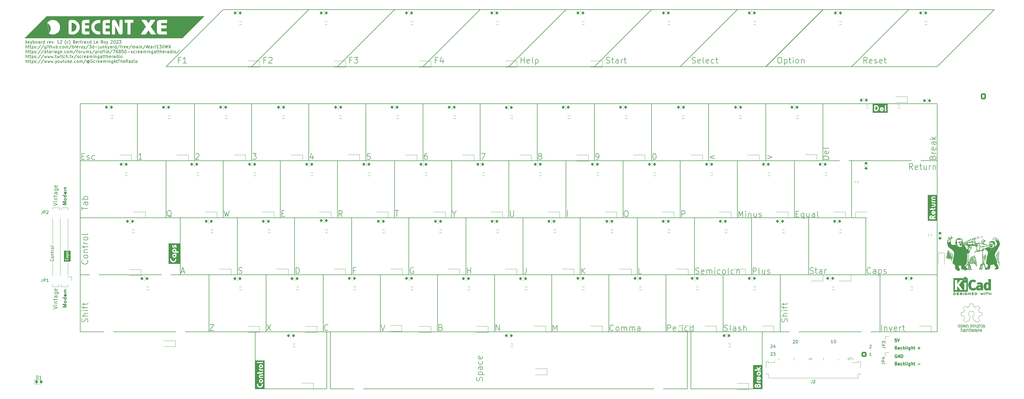
<source format=gbr>
G04 #@! TF.GenerationSoftware,KiCad,Pcbnew,(7.0.0)*
G04 #@! TF.CreationDate,2023-04-05T18:56:48-07:00*
G04 #@! TF.ProjectId,DecentXE,44656365-6e74-4584-952e-6b696361645f,12*
G04 #@! TF.SameCoordinates,Original*
G04 #@! TF.FileFunction,Legend,Top*
G04 #@! TF.FilePolarity,Positive*
%FSLAX46Y46*%
G04 Gerber Fmt 4.6, Leading zero omitted, Abs format (unit mm)*
G04 Created by KiCad (PCBNEW (7.0.0)) date 2023-04-05 18:56:48*
%MOMM*%
%LPD*%
G01*
G04 APERTURE LIST*
G04 Aperture macros list*
%AMRoundRect*
0 Rectangle with rounded corners*
0 $1 Rounding radius*
0 $2 $3 $4 $5 $6 $7 $8 $9 X,Y pos of 4 corners*
0 Add a 4 corners polygon primitive as box body*
4,1,4,$2,$3,$4,$5,$6,$7,$8,$9,$2,$3,0*
0 Add four circle primitives for the rounded corners*
1,1,$1+$1,$2,$3*
1,1,$1+$1,$4,$5*
1,1,$1+$1,$6,$7*
1,1,$1+$1,$8,$9*
0 Add four rect primitives between the rounded corners*
20,1,$1+$1,$2,$3,$4,$5,0*
20,1,$1+$1,$4,$5,$6,$7,0*
20,1,$1+$1,$6,$7,$8,$9,0*
20,1,$1+$1,$8,$9,$2,$3,0*%
%AMHorizOval*
0 Thick line with rounded ends*
0 $1 width*
0 $2 $3 position (X,Y) of the first rounded end (center of the circle)*
0 $4 $5 position (X,Y) of the second rounded end (center of the circle)*
0 Add line between two ends*
20,1,$1,$2,$3,$4,$5,0*
0 Add two circle primitives to create the rounded ends*
1,1,$1,$2,$3*
1,1,$1,$4,$5*%
G04 Aperture macros list end*
%ADD10C,0.120000*%
%ADD11C,0.150000*%
%ADD12C,0.250000*%
%ADD13C,0.125000*%
%ADD14C,0.152400*%
%ADD15C,0.100000*%
%ADD16C,0.010000*%
%ADD17C,0.090000*%
%ADD18O,1.700000X1.950000*%
%ADD19RoundRect,0.250000X0.600000X0.725000X-0.600000X0.725000X-0.600000X-0.725000X0.600000X-0.725000X0*%
%ADD20O,1.800000X2.200000*%
%ADD21C,5.250000*%
%ADD22HorizOval,2.200000X0.353553X-0.353553X-0.353553X0.353553X0*%
%ADD23R,0.228600X6.832600*%
%ADD24HorizOval,1.400000X-0.362523X-0.169047X0.362523X0.169047X0*%
%ADD25C,1.900000*%
%ADD26R,0.284000X1.758000*%
%ADD27R,0.254000X1.312000*%
%ADD28O,1.400000X2.500000*%
%ADD29C,2.200000*%
%ADD30R,0.800000X0.800000*%
%ADD31HorizOval,1.400000X0.362523X0.169047X-0.362523X-0.169047X0*%
%ADD32HorizOval,2.200000X-0.353553X0.353553X0.353553X-0.353553X0*%
%ADD33C,3.048000*%
%ADD34C,3.987800*%
%ADD35O,2.200000X1.800000*%
%ADD36HorizOval,1.400000X-0.169047X0.362523X0.169047X-0.362523X0*%
%ADD37R,6.832600X0.228600*%
%ADD38HorizOval,2.200000X-0.353553X-0.353553X0.353553X0.353553X0*%
%ADD39R,1.312000X0.254000*%
%ADD40R,1.758000X0.284000*%
%ADD41O,2.500000X1.400000*%
%ADD42RoundRect,0.218750X-0.218750X-0.256250X0.218750X-0.256250X0.218750X0.256250X-0.218750X0.256250X0*%
%ADD43R,0.400000X1.000000*%
%ADD44R,2.000000X1.300000*%
%ADD45RoundRect,0.200000X0.200000X0.275000X-0.200000X0.275000X-0.200000X-0.275000X0.200000X-0.275000X0*%
%ADD46R,0.900000X1.200000*%
%ADD47R,1.700000X1.700000*%
%ADD48O,1.700000X1.700000*%
%ADD49RoundRect,0.200000X-0.200000X-0.275000X0.200000X-0.275000X0.200000X0.275000X-0.200000X0.275000X0*%
%ADD50RoundRect,0.200000X0.275000X-0.200000X0.275000X0.200000X-0.275000X0.200000X-0.275000X-0.200000X0*%
%ADD51RoundRect,0.200000X-0.275000X0.200000X-0.275000X-0.200000X0.275000X-0.200000X0.275000X0.200000X0*%
%ADD52R,1.200000X0.900000*%
%ADD53RoundRect,0.250000X0.600000X-0.600000X0.600000X0.600000X-0.600000X0.600000X-0.600000X-0.600000X0*%
%ADD54C,1.700000*%
G04 APERTURE END LIST*
D10*
X282117800Y-139382600D02*
X282117800Y-140182600D01*
X297053000Y-139682600D02*
X297053000Y-140182600D01*
X34964000Y-111812000D02*
X34964000Y-107494000D01*
X40044000Y-111812000D02*
X40044000Y-107494000D01*
X34964000Y-92762000D02*
X34964000Y-101600000D01*
X301828200Y-139382600D02*
X301828200Y-140182600D01*
X292049200Y-139382600D02*
X292049200Y-140182600D01*
X40044000Y-92762000D02*
X40044000Y-103378000D01*
X277088600Y-139682600D02*
X277088600Y-140182600D01*
X37504000Y-92762000D02*
X37504000Y-111812000D01*
X287096200Y-139682600D02*
X287096200Y-140182600D01*
D11*
X263786190Y-92364761D02*
X263786190Y-90364761D01*
X263786190Y-90364761D02*
X264452857Y-91793333D01*
X264452857Y-91793333D02*
X265119523Y-90364761D01*
X265119523Y-90364761D02*
X265119523Y-92364761D01*
X266071904Y-92364761D02*
X266071904Y-91031428D01*
X266071904Y-90364761D02*
X265976666Y-90460000D01*
X265976666Y-90460000D02*
X266071904Y-90555238D01*
X266071904Y-90555238D02*
X266167142Y-90460000D01*
X266167142Y-90460000D02*
X266071904Y-90364761D01*
X266071904Y-90364761D02*
X266071904Y-90555238D01*
X267024285Y-91031428D02*
X267024285Y-92364761D01*
X267024285Y-91221904D02*
X267119523Y-91126666D01*
X267119523Y-91126666D02*
X267309999Y-91031428D01*
X267309999Y-91031428D02*
X267595714Y-91031428D01*
X267595714Y-91031428D02*
X267786190Y-91126666D01*
X267786190Y-91126666D02*
X267881428Y-91317142D01*
X267881428Y-91317142D02*
X267881428Y-92364761D01*
X269690952Y-91031428D02*
X269690952Y-92364761D01*
X268833809Y-91031428D02*
X268833809Y-92079047D01*
X268833809Y-92079047D02*
X268929047Y-92269523D01*
X268929047Y-92269523D02*
X269119523Y-92364761D01*
X269119523Y-92364761D02*
X269405238Y-92364761D01*
X269405238Y-92364761D02*
X269595714Y-92269523D01*
X269595714Y-92269523D02*
X269690952Y-92174285D01*
X270548095Y-92269523D02*
X270738571Y-92364761D01*
X270738571Y-92364761D02*
X271119523Y-92364761D01*
X271119523Y-92364761D02*
X271310000Y-92269523D01*
X271310000Y-92269523D02*
X271405238Y-92079047D01*
X271405238Y-92079047D02*
X271405238Y-91983809D01*
X271405238Y-91983809D02*
X271310000Y-91793333D01*
X271310000Y-91793333D02*
X271119523Y-91698095D01*
X271119523Y-91698095D02*
X270833809Y-91698095D01*
X270833809Y-91698095D02*
X270643333Y-91602857D01*
X270643333Y-91602857D02*
X270548095Y-91412380D01*
X270548095Y-91412380D02*
X270548095Y-91317142D01*
X270548095Y-91317142D02*
X270643333Y-91126666D01*
X270643333Y-91126666D02*
X270833809Y-91031428D01*
X270833809Y-91031428D02*
X271119523Y-91031428D01*
X271119523Y-91031428D02*
X271310000Y-91126666D01*
X282836190Y-91317142D02*
X283502857Y-91317142D01*
X283788571Y-92364761D02*
X282836190Y-92364761D01*
X282836190Y-92364761D02*
X282836190Y-90364761D01*
X282836190Y-90364761D02*
X283788571Y-90364761D01*
X285502857Y-91031428D02*
X285502857Y-93031428D01*
X285502857Y-92269523D02*
X285312381Y-92364761D01*
X285312381Y-92364761D02*
X284931428Y-92364761D01*
X284931428Y-92364761D02*
X284740952Y-92269523D01*
X284740952Y-92269523D02*
X284645714Y-92174285D01*
X284645714Y-92174285D02*
X284550476Y-91983809D01*
X284550476Y-91983809D02*
X284550476Y-91412380D01*
X284550476Y-91412380D02*
X284645714Y-91221904D01*
X284645714Y-91221904D02*
X284740952Y-91126666D01*
X284740952Y-91126666D02*
X284931428Y-91031428D01*
X284931428Y-91031428D02*
X285312381Y-91031428D01*
X285312381Y-91031428D02*
X285502857Y-91126666D01*
X287312381Y-91031428D02*
X287312381Y-92364761D01*
X286455238Y-91031428D02*
X286455238Y-92079047D01*
X286455238Y-92079047D02*
X286550476Y-92269523D01*
X286550476Y-92269523D02*
X286740952Y-92364761D01*
X286740952Y-92364761D02*
X287026667Y-92364761D01*
X287026667Y-92364761D02*
X287217143Y-92269523D01*
X287217143Y-92269523D02*
X287312381Y-92174285D01*
X289121905Y-92364761D02*
X289121905Y-91317142D01*
X289121905Y-91317142D02*
X289026667Y-91126666D01*
X289026667Y-91126666D02*
X288836191Y-91031428D01*
X288836191Y-91031428D02*
X288455238Y-91031428D01*
X288455238Y-91031428D02*
X288264762Y-91126666D01*
X289121905Y-92269523D02*
X288931429Y-92364761D01*
X288931429Y-92364761D02*
X288455238Y-92364761D01*
X288455238Y-92364761D02*
X288264762Y-92269523D01*
X288264762Y-92269523D02*
X288169524Y-92079047D01*
X288169524Y-92079047D02*
X288169524Y-91888571D01*
X288169524Y-91888571D02*
X288264762Y-91698095D01*
X288264762Y-91698095D02*
X288455238Y-91602857D01*
X288455238Y-91602857D02*
X288931429Y-91602857D01*
X288931429Y-91602857D02*
X289121905Y-91507619D01*
X290360000Y-92364761D02*
X290169524Y-92269523D01*
X290169524Y-92269523D02*
X290074286Y-92079047D01*
X290074286Y-92079047D02*
X290074286Y-90364761D01*
X321825047Y-76478761D02*
X321158380Y-75526380D01*
X320682190Y-76478761D02*
X320682190Y-74478761D01*
X320682190Y-74478761D02*
X321444095Y-74478761D01*
X321444095Y-74478761D02*
X321634571Y-74574000D01*
X321634571Y-74574000D02*
X321729809Y-74669238D01*
X321729809Y-74669238D02*
X321825047Y-74859714D01*
X321825047Y-74859714D02*
X321825047Y-75145428D01*
X321825047Y-75145428D02*
X321729809Y-75335904D01*
X321729809Y-75335904D02*
X321634571Y-75431142D01*
X321634571Y-75431142D02*
X321444095Y-75526380D01*
X321444095Y-75526380D02*
X320682190Y-75526380D01*
X323444095Y-76383523D02*
X323253619Y-76478761D01*
X323253619Y-76478761D02*
X322872666Y-76478761D01*
X322872666Y-76478761D02*
X322682190Y-76383523D01*
X322682190Y-76383523D02*
X322586952Y-76193047D01*
X322586952Y-76193047D02*
X322586952Y-75431142D01*
X322586952Y-75431142D02*
X322682190Y-75240666D01*
X322682190Y-75240666D02*
X322872666Y-75145428D01*
X322872666Y-75145428D02*
X323253619Y-75145428D01*
X323253619Y-75145428D02*
X323444095Y-75240666D01*
X323444095Y-75240666D02*
X323539333Y-75431142D01*
X323539333Y-75431142D02*
X323539333Y-75621619D01*
X323539333Y-75621619D02*
X322586952Y-75812095D01*
X324110762Y-75145428D02*
X324872666Y-75145428D01*
X324396476Y-74478761D02*
X324396476Y-76193047D01*
X324396476Y-76193047D02*
X324491714Y-76383523D01*
X324491714Y-76383523D02*
X324682190Y-76478761D01*
X324682190Y-76478761D02*
X324872666Y-76478761D01*
X326396476Y-75145428D02*
X326396476Y-76478761D01*
X325539333Y-75145428D02*
X325539333Y-76193047D01*
X325539333Y-76193047D02*
X325634571Y-76383523D01*
X325634571Y-76383523D02*
X325825047Y-76478761D01*
X325825047Y-76478761D02*
X326110762Y-76478761D01*
X326110762Y-76478761D02*
X326301238Y-76383523D01*
X326301238Y-76383523D02*
X326396476Y-76288285D01*
X327348857Y-76478761D02*
X327348857Y-75145428D01*
X327348857Y-75526380D02*
X327444095Y-75335904D01*
X327444095Y-75335904D02*
X327539333Y-75240666D01*
X327539333Y-75240666D02*
X327729809Y-75145428D01*
X327729809Y-75145428D02*
X327920286Y-75145428D01*
X328586952Y-75145428D02*
X328586952Y-76478761D01*
X328586952Y-75335904D02*
X328682190Y-75240666D01*
X328682190Y-75240666D02*
X328872666Y-75145428D01*
X328872666Y-75145428D02*
X329158381Y-75145428D01*
X329158381Y-75145428D02*
X329348857Y-75240666D01*
X329348857Y-75240666D02*
X329444095Y-75431142D01*
X329444095Y-75431142D02*
X329444095Y-76478761D01*
X46543685Y-106826352D02*
X46638923Y-106921590D01*
X46638923Y-106921590D02*
X46734161Y-107207304D01*
X46734161Y-107207304D02*
X46734161Y-107397780D01*
X46734161Y-107397780D02*
X46638923Y-107683495D01*
X46638923Y-107683495D02*
X46448447Y-107873971D01*
X46448447Y-107873971D02*
X46257971Y-107969209D01*
X46257971Y-107969209D02*
X45877019Y-108064447D01*
X45877019Y-108064447D02*
X45591304Y-108064447D01*
X45591304Y-108064447D02*
X45210352Y-107969209D01*
X45210352Y-107969209D02*
X45019876Y-107873971D01*
X45019876Y-107873971D02*
X44829400Y-107683495D01*
X44829400Y-107683495D02*
X44734161Y-107397780D01*
X44734161Y-107397780D02*
X44734161Y-107207304D01*
X44734161Y-107207304D02*
X44829400Y-106921590D01*
X44829400Y-106921590D02*
X44924638Y-106826352D01*
X46734161Y-105683495D02*
X46638923Y-105873971D01*
X46638923Y-105873971D02*
X46543685Y-105969209D01*
X46543685Y-105969209D02*
X46353209Y-106064447D01*
X46353209Y-106064447D02*
X45781780Y-106064447D01*
X45781780Y-106064447D02*
X45591304Y-105969209D01*
X45591304Y-105969209D02*
X45496066Y-105873971D01*
X45496066Y-105873971D02*
X45400828Y-105683495D01*
X45400828Y-105683495D02*
X45400828Y-105397780D01*
X45400828Y-105397780D02*
X45496066Y-105207304D01*
X45496066Y-105207304D02*
X45591304Y-105112066D01*
X45591304Y-105112066D02*
X45781780Y-105016828D01*
X45781780Y-105016828D02*
X46353209Y-105016828D01*
X46353209Y-105016828D02*
X46543685Y-105112066D01*
X46543685Y-105112066D02*
X46638923Y-105207304D01*
X46638923Y-105207304D02*
X46734161Y-105397780D01*
X46734161Y-105397780D02*
X46734161Y-105683495D01*
X45400828Y-104159685D02*
X46734161Y-104159685D01*
X45591304Y-104159685D02*
X45496066Y-104064447D01*
X45496066Y-104064447D02*
X45400828Y-103873971D01*
X45400828Y-103873971D02*
X45400828Y-103588256D01*
X45400828Y-103588256D02*
X45496066Y-103397780D01*
X45496066Y-103397780D02*
X45686542Y-103302542D01*
X45686542Y-103302542D02*
X46734161Y-103302542D01*
X45400828Y-102635875D02*
X45400828Y-101873971D01*
X44734161Y-102350161D02*
X46448447Y-102350161D01*
X46448447Y-102350161D02*
X46638923Y-102254923D01*
X46638923Y-102254923D02*
X46734161Y-102064447D01*
X46734161Y-102064447D02*
X46734161Y-101873971D01*
X46734161Y-101207304D02*
X45400828Y-101207304D01*
X45781780Y-101207304D02*
X45591304Y-101112066D01*
X45591304Y-101112066D02*
X45496066Y-101016828D01*
X45496066Y-101016828D02*
X45400828Y-100826352D01*
X45400828Y-100826352D02*
X45400828Y-100635875D01*
X46734161Y-99683495D02*
X46638923Y-99873971D01*
X46638923Y-99873971D02*
X46543685Y-99969209D01*
X46543685Y-99969209D02*
X46353209Y-100064447D01*
X46353209Y-100064447D02*
X45781780Y-100064447D01*
X45781780Y-100064447D02*
X45591304Y-99969209D01*
X45591304Y-99969209D02*
X45496066Y-99873971D01*
X45496066Y-99873971D02*
X45400828Y-99683495D01*
X45400828Y-99683495D02*
X45400828Y-99397780D01*
X45400828Y-99397780D02*
X45496066Y-99207304D01*
X45496066Y-99207304D02*
X45591304Y-99112066D01*
X45591304Y-99112066D02*
X45781780Y-99016828D01*
X45781780Y-99016828D02*
X46353209Y-99016828D01*
X46353209Y-99016828D02*
X46543685Y-99112066D01*
X46543685Y-99112066D02*
X46638923Y-99207304D01*
X46638923Y-99207304D02*
X46734161Y-99397780D01*
X46734161Y-99397780D02*
X46734161Y-99683495D01*
X46734161Y-97873971D02*
X46638923Y-98064447D01*
X46638923Y-98064447D02*
X46448447Y-98159685D01*
X46448447Y-98159685D02*
X44734161Y-98159685D01*
X77953452Y-110657708D02*
X78905833Y-110657708D01*
X77762976Y-111229136D02*
X78429642Y-109229136D01*
X78429642Y-109229136D02*
X79096309Y-111229136D01*
X97003452Y-111133898D02*
X97289166Y-111229136D01*
X97289166Y-111229136D02*
X97765357Y-111229136D01*
X97765357Y-111229136D02*
X97955833Y-111133898D01*
X97955833Y-111133898D02*
X98051071Y-111038660D01*
X98051071Y-111038660D02*
X98146309Y-110848184D01*
X98146309Y-110848184D02*
X98146309Y-110657708D01*
X98146309Y-110657708D02*
X98051071Y-110467232D01*
X98051071Y-110467232D02*
X97955833Y-110371994D01*
X97955833Y-110371994D02*
X97765357Y-110276755D01*
X97765357Y-110276755D02*
X97384404Y-110181517D01*
X97384404Y-110181517D02*
X97193928Y-110086279D01*
X97193928Y-110086279D02*
X97098690Y-109991041D01*
X97098690Y-109991041D02*
X97003452Y-109800565D01*
X97003452Y-109800565D02*
X97003452Y-109610089D01*
X97003452Y-109610089D02*
X97098690Y-109419613D01*
X97098690Y-109419613D02*
X97193928Y-109324375D01*
X97193928Y-109324375D02*
X97384404Y-109229136D01*
X97384404Y-109229136D02*
X97860595Y-109229136D01*
X97860595Y-109229136D02*
X98146309Y-109324375D01*
X116148690Y-111229136D02*
X116148690Y-109229136D01*
X116148690Y-109229136D02*
X116624880Y-109229136D01*
X116624880Y-109229136D02*
X116910595Y-109324375D01*
X116910595Y-109324375D02*
X117101071Y-109514851D01*
X117101071Y-109514851D02*
X117196309Y-109705327D01*
X117196309Y-109705327D02*
X117291547Y-110086279D01*
X117291547Y-110086279D02*
X117291547Y-110371994D01*
X117291547Y-110371994D02*
X117196309Y-110752946D01*
X117196309Y-110752946D02*
X117101071Y-110943422D01*
X117101071Y-110943422D02*
X116910595Y-111133898D01*
X116910595Y-111133898D02*
X116624880Y-111229136D01*
X116624880Y-111229136D02*
X116148690Y-111229136D01*
X135865357Y-110181517D02*
X135198690Y-110181517D01*
X135198690Y-111229136D02*
X135198690Y-109229136D01*
X135198690Y-109229136D02*
X136151071Y-109229136D01*
X155296309Y-109324375D02*
X155105833Y-109229136D01*
X155105833Y-109229136D02*
X154820119Y-109229136D01*
X154820119Y-109229136D02*
X154534404Y-109324375D01*
X154534404Y-109324375D02*
X154343928Y-109514851D01*
X154343928Y-109514851D02*
X154248690Y-109705327D01*
X154248690Y-109705327D02*
X154153452Y-110086279D01*
X154153452Y-110086279D02*
X154153452Y-110371994D01*
X154153452Y-110371994D02*
X154248690Y-110752946D01*
X154248690Y-110752946D02*
X154343928Y-110943422D01*
X154343928Y-110943422D02*
X154534404Y-111133898D01*
X154534404Y-111133898D02*
X154820119Y-111229136D01*
X154820119Y-111229136D02*
X155010595Y-111229136D01*
X155010595Y-111229136D02*
X155296309Y-111133898D01*
X155296309Y-111133898D02*
X155391547Y-111038660D01*
X155391547Y-111038660D02*
X155391547Y-110371994D01*
X155391547Y-110371994D02*
X155010595Y-110371994D01*
X173298690Y-111229136D02*
X173298690Y-109229136D01*
X173298690Y-110181517D02*
X174441547Y-110181517D01*
X174441547Y-111229136D02*
X174441547Y-109229136D01*
X192920119Y-109324761D02*
X192920119Y-110753333D01*
X192920119Y-110753333D02*
X192824880Y-111039047D01*
X192824880Y-111039047D02*
X192634404Y-111229523D01*
X192634404Y-111229523D02*
X192348690Y-111324761D01*
X192348690Y-111324761D02*
X192158214Y-111324761D01*
X211398690Y-111324761D02*
X211398690Y-109324761D01*
X212541547Y-111324761D02*
X211684404Y-110181904D01*
X212541547Y-109324761D02*
X211398690Y-110467619D01*
X231401071Y-111324761D02*
X230448690Y-111324761D01*
X230448690Y-111324761D02*
X230448690Y-109324761D01*
X249403452Y-111229523D02*
X249689166Y-111324761D01*
X249689166Y-111324761D02*
X250165357Y-111324761D01*
X250165357Y-111324761D02*
X250355833Y-111229523D01*
X250355833Y-111229523D02*
X250451071Y-111134285D01*
X250451071Y-111134285D02*
X250546309Y-110943809D01*
X250546309Y-110943809D02*
X250546309Y-110753333D01*
X250546309Y-110753333D02*
X250451071Y-110562857D01*
X250451071Y-110562857D02*
X250355833Y-110467619D01*
X250355833Y-110467619D02*
X250165357Y-110372380D01*
X250165357Y-110372380D02*
X249784404Y-110277142D01*
X249784404Y-110277142D02*
X249593928Y-110181904D01*
X249593928Y-110181904D02*
X249498690Y-110086666D01*
X249498690Y-110086666D02*
X249403452Y-109896190D01*
X249403452Y-109896190D02*
X249403452Y-109705714D01*
X249403452Y-109705714D02*
X249498690Y-109515238D01*
X249498690Y-109515238D02*
X249593928Y-109420000D01*
X249593928Y-109420000D02*
X249784404Y-109324761D01*
X249784404Y-109324761D02*
X250260595Y-109324761D01*
X250260595Y-109324761D02*
X250546309Y-109420000D01*
X252165357Y-111229523D02*
X251974881Y-111324761D01*
X251974881Y-111324761D02*
X251593928Y-111324761D01*
X251593928Y-111324761D02*
X251403452Y-111229523D01*
X251403452Y-111229523D02*
X251308214Y-111039047D01*
X251308214Y-111039047D02*
X251308214Y-110277142D01*
X251308214Y-110277142D02*
X251403452Y-110086666D01*
X251403452Y-110086666D02*
X251593928Y-109991428D01*
X251593928Y-109991428D02*
X251974881Y-109991428D01*
X251974881Y-109991428D02*
X252165357Y-110086666D01*
X252165357Y-110086666D02*
X252260595Y-110277142D01*
X252260595Y-110277142D02*
X252260595Y-110467619D01*
X252260595Y-110467619D02*
X251308214Y-110658095D01*
X253117738Y-111324761D02*
X253117738Y-109991428D01*
X253117738Y-110181904D02*
X253212976Y-110086666D01*
X253212976Y-110086666D02*
X253403452Y-109991428D01*
X253403452Y-109991428D02*
X253689167Y-109991428D01*
X253689167Y-109991428D02*
X253879643Y-110086666D01*
X253879643Y-110086666D02*
X253974881Y-110277142D01*
X253974881Y-110277142D02*
X253974881Y-111324761D01*
X253974881Y-110277142D02*
X254070119Y-110086666D01*
X254070119Y-110086666D02*
X254260595Y-109991428D01*
X254260595Y-109991428D02*
X254546309Y-109991428D01*
X254546309Y-109991428D02*
X254736786Y-110086666D01*
X254736786Y-110086666D02*
X254832024Y-110277142D01*
X254832024Y-110277142D02*
X254832024Y-111324761D01*
X255784405Y-111324761D02*
X255784405Y-109991428D01*
X255784405Y-109324761D02*
X255689167Y-109420000D01*
X255689167Y-109420000D02*
X255784405Y-109515238D01*
X255784405Y-109515238D02*
X255879643Y-109420000D01*
X255879643Y-109420000D02*
X255784405Y-109324761D01*
X255784405Y-109324761D02*
X255784405Y-109515238D01*
X257593929Y-111229523D02*
X257403453Y-111324761D01*
X257403453Y-111324761D02*
X257022500Y-111324761D01*
X257022500Y-111324761D02*
X256832024Y-111229523D01*
X256832024Y-111229523D02*
X256736786Y-111134285D01*
X256736786Y-111134285D02*
X256641548Y-110943809D01*
X256641548Y-110943809D02*
X256641548Y-110372380D01*
X256641548Y-110372380D02*
X256736786Y-110181904D01*
X256736786Y-110181904D02*
X256832024Y-110086666D01*
X256832024Y-110086666D02*
X257022500Y-109991428D01*
X257022500Y-109991428D02*
X257403453Y-109991428D01*
X257403453Y-109991428D02*
X257593929Y-110086666D01*
X258736786Y-111324761D02*
X258546310Y-111229523D01*
X258546310Y-111229523D02*
X258451072Y-111134285D01*
X258451072Y-111134285D02*
X258355834Y-110943809D01*
X258355834Y-110943809D02*
X258355834Y-110372380D01*
X258355834Y-110372380D02*
X258451072Y-110181904D01*
X258451072Y-110181904D02*
X258546310Y-110086666D01*
X258546310Y-110086666D02*
X258736786Y-109991428D01*
X258736786Y-109991428D02*
X259022501Y-109991428D01*
X259022501Y-109991428D02*
X259212977Y-110086666D01*
X259212977Y-110086666D02*
X259308215Y-110181904D01*
X259308215Y-110181904D02*
X259403453Y-110372380D01*
X259403453Y-110372380D02*
X259403453Y-110943809D01*
X259403453Y-110943809D02*
X259308215Y-111134285D01*
X259308215Y-111134285D02*
X259212977Y-111229523D01*
X259212977Y-111229523D02*
X259022501Y-111324761D01*
X259022501Y-111324761D02*
X258736786Y-111324761D01*
X260546310Y-111324761D02*
X260355834Y-111229523D01*
X260355834Y-111229523D02*
X260260596Y-111039047D01*
X260260596Y-111039047D02*
X260260596Y-109324761D01*
X261593929Y-111324761D02*
X261403453Y-111229523D01*
X261403453Y-111229523D02*
X261308215Y-111134285D01*
X261308215Y-111134285D02*
X261212977Y-110943809D01*
X261212977Y-110943809D02*
X261212977Y-110372380D01*
X261212977Y-110372380D02*
X261308215Y-110181904D01*
X261308215Y-110181904D02*
X261403453Y-110086666D01*
X261403453Y-110086666D02*
X261593929Y-109991428D01*
X261593929Y-109991428D02*
X261879644Y-109991428D01*
X261879644Y-109991428D02*
X262070120Y-110086666D01*
X262070120Y-110086666D02*
X262165358Y-110181904D01*
X262165358Y-110181904D02*
X262260596Y-110372380D01*
X262260596Y-110372380D02*
X262260596Y-110943809D01*
X262260596Y-110943809D02*
X262165358Y-111134285D01*
X262165358Y-111134285D02*
X262070120Y-111229523D01*
X262070120Y-111229523D02*
X261879644Y-111324761D01*
X261879644Y-111324761D02*
X261593929Y-111324761D01*
X263117739Y-109991428D02*
X263117739Y-111324761D01*
X263117739Y-110181904D02*
X263212977Y-110086666D01*
X263212977Y-110086666D02*
X263403453Y-109991428D01*
X263403453Y-109991428D02*
X263689168Y-109991428D01*
X263689168Y-109991428D02*
X263879644Y-110086666D01*
X263879644Y-110086666D02*
X263974882Y-110277142D01*
X263974882Y-110277142D02*
X263974882Y-111324761D01*
X268548690Y-111324761D02*
X268548690Y-109324761D01*
X268548690Y-109324761D02*
X269310595Y-109324761D01*
X269310595Y-109324761D02*
X269501071Y-109420000D01*
X269501071Y-109420000D02*
X269596309Y-109515238D01*
X269596309Y-109515238D02*
X269691547Y-109705714D01*
X269691547Y-109705714D02*
X269691547Y-109991428D01*
X269691547Y-109991428D02*
X269596309Y-110181904D01*
X269596309Y-110181904D02*
X269501071Y-110277142D01*
X269501071Y-110277142D02*
X269310595Y-110372380D01*
X269310595Y-110372380D02*
X268548690Y-110372380D01*
X270834404Y-111324761D02*
X270643928Y-111229523D01*
X270643928Y-111229523D02*
X270548690Y-111039047D01*
X270548690Y-111039047D02*
X270548690Y-109324761D01*
X272453452Y-109991428D02*
X272453452Y-111324761D01*
X271596309Y-109991428D02*
X271596309Y-111039047D01*
X271596309Y-111039047D02*
X271691547Y-111229523D01*
X271691547Y-111229523D02*
X271882023Y-111324761D01*
X271882023Y-111324761D02*
X272167738Y-111324761D01*
X272167738Y-111324761D02*
X272358214Y-111229523D01*
X272358214Y-111229523D02*
X272453452Y-111134285D01*
X273310595Y-111229523D02*
X273501071Y-111324761D01*
X273501071Y-111324761D02*
X273882023Y-111324761D01*
X273882023Y-111324761D02*
X274072500Y-111229523D01*
X274072500Y-111229523D02*
X274167738Y-111039047D01*
X274167738Y-111039047D02*
X274167738Y-110943809D01*
X274167738Y-110943809D02*
X274072500Y-110753333D01*
X274072500Y-110753333D02*
X273882023Y-110658095D01*
X273882023Y-110658095D02*
X273596309Y-110658095D01*
X273596309Y-110658095D02*
X273405833Y-110562857D01*
X273405833Y-110562857D02*
X273310595Y-110372380D01*
X273310595Y-110372380D02*
X273310595Y-110277142D01*
X273310595Y-110277142D02*
X273405833Y-110086666D01*
X273405833Y-110086666D02*
X273596309Y-109991428D01*
X273596309Y-109991428D02*
X273882023Y-109991428D01*
X273882023Y-109991428D02*
X274072500Y-110086666D01*
X287503452Y-111133898D02*
X287789166Y-111229136D01*
X287789166Y-111229136D02*
X288265357Y-111229136D01*
X288265357Y-111229136D02*
X288455833Y-111133898D01*
X288455833Y-111133898D02*
X288551071Y-111038660D01*
X288551071Y-111038660D02*
X288646309Y-110848184D01*
X288646309Y-110848184D02*
X288646309Y-110657708D01*
X288646309Y-110657708D02*
X288551071Y-110467232D01*
X288551071Y-110467232D02*
X288455833Y-110371994D01*
X288455833Y-110371994D02*
X288265357Y-110276755D01*
X288265357Y-110276755D02*
X287884404Y-110181517D01*
X287884404Y-110181517D02*
X287693928Y-110086279D01*
X287693928Y-110086279D02*
X287598690Y-109991041D01*
X287598690Y-109991041D02*
X287503452Y-109800565D01*
X287503452Y-109800565D02*
X287503452Y-109610089D01*
X287503452Y-109610089D02*
X287598690Y-109419613D01*
X287598690Y-109419613D02*
X287693928Y-109324375D01*
X287693928Y-109324375D02*
X287884404Y-109229136D01*
X287884404Y-109229136D02*
X288360595Y-109229136D01*
X288360595Y-109229136D02*
X288646309Y-109324375D01*
X289217738Y-109895803D02*
X289979642Y-109895803D01*
X289503452Y-109229136D02*
X289503452Y-110943422D01*
X289503452Y-110943422D02*
X289598690Y-111133898D01*
X289598690Y-111133898D02*
X289789166Y-111229136D01*
X289789166Y-111229136D02*
X289979642Y-111229136D01*
X291503452Y-111229136D02*
X291503452Y-110181517D01*
X291503452Y-110181517D02*
X291408214Y-109991041D01*
X291408214Y-109991041D02*
X291217738Y-109895803D01*
X291217738Y-109895803D02*
X290836785Y-109895803D01*
X290836785Y-109895803D02*
X290646309Y-109991041D01*
X291503452Y-111133898D02*
X291312976Y-111229136D01*
X291312976Y-111229136D02*
X290836785Y-111229136D01*
X290836785Y-111229136D02*
X290646309Y-111133898D01*
X290646309Y-111133898D02*
X290551071Y-110943422D01*
X290551071Y-110943422D02*
X290551071Y-110752946D01*
X290551071Y-110752946D02*
X290646309Y-110562470D01*
X290646309Y-110562470D02*
X290836785Y-110467232D01*
X290836785Y-110467232D02*
X291312976Y-110467232D01*
X291312976Y-110467232D02*
X291503452Y-110371994D01*
X292455833Y-111229136D02*
X292455833Y-109895803D01*
X292455833Y-110276755D02*
X292551071Y-110086279D01*
X292551071Y-110086279D02*
X292646309Y-109991041D01*
X292646309Y-109991041D02*
X292836785Y-109895803D01*
X292836785Y-109895803D02*
X293027262Y-109895803D01*
X307791547Y-111038660D02*
X307696309Y-111133898D01*
X307696309Y-111133898D02*
X307410595Y-111229136D01*
X307410595Y-111229136D02*
X307220119Y-111229136D01*
X307220119Y-111229136D02*
X306934404Y-111133898D01*
X306934404Y-111133898D02*
X306743928Y-110943422D01*
X306743928Y-110943422D02*
X306648690Y-110752946D01*
X306648690Y-110752946D02*
X306553452Y-110371994D01*
X306553452Y-110371994D02*
X306553452Y-110086279D01*
X306553452Y-110086279D02*
X306648690Y-109705327D01*
X306648690Y-109705327D02*
X306743928Y-109514851D01*
X306743928Y-109514851D02*
X306934404Y-109324375D01*
X306934404Y-109324375D02*
X307220119Y-109229136D01*
X307220119Y-109229136D02*
X307410595Y-109229136D01*
X307410595Y-109229136D02*
X307696309Y-109324375D01*
X307696309Y-109324375D02*
X307791547Y-109419613D01*
X309505833Y-111229136D02*
X309505833Y-110181517D01*
X309505833Y-110181517D02*
X309410595Y-109991041D01*
X309410595Y-109991041D02*
X309220119Y-109895803D01*
X309220119Y-109895803D02*
X308839166Y-109895803D01*
X308839166Y-109895803D02*
X308648690Y-109991041D01*
X309505833Y-111133898D02*
X309315357Y-111229136D01*
X309315357Y-111229136D02*
X308839166Y-111229136D01*
X308839166Y-111229136D02*
X308648690Y-111133898D01*
X308648690Y-111133898D02*
X308553452Y-110943422D01*
X308553452Y-110943422D02*
X308553452Y-110752946D01*
X308553452Y-110752946D02*
X308648690Y-110562470D01*
X308648690Y-110562470D02*
X308839166Y-110467232D01*
X308839166Y-110467232D02*
X309315357Y-110467232D01*
X309315357Y-110467232D02*
X309505833Y-110371994D01*
X310458214Y-109895803D02*
X310458214Y-111895803D01*
X310458214Y-109991041D02*
X310648690Y-109895803D01*
X310648690Y-109895803D02*
X311029643Y-109895803D01*
X311029643Y-109895803D02*
X311220119Y-109991041D01*
X311220119Y-109991041D02*
X311315357Y-110086279D01*
X311315357Y-110086279D02*
X311410595Y-110276755D01*
X311410595Y-110276755D02*
X311410595Y-110848184D01*
X311410595Y-110848184D02*
X311315357Y-111038660D01*
X311315357Y-111038660D02*
X311220119Y-111133898D01*
X311220119Y-111133898D02*
X311029643Y-111229136D01*
X311029643Y-111229136D02*
X310648690Y-111229136D01*
X310648690Y-111229136D02*
X310458214Y-111133898D01*
X312172500Y-111133898D02*
X312362976Y-111229136D01*
X312362976Y-111229136D02*
X312743928Y-111229136D01*
X312743928Y-111229136D02*
X312934405Y-111133898D01*
X312934405Y-111133898D02*
X313029643Y-110943422D01*
X313029643Y-110943422D02*
X313029643Y-110848184D01*
X313029643Y-110848184D02*
X312934405Y-110657708D01*
X312934405Y-110657708D02*
X312743928Y-110562470D01*
X312743928Y-110562470D02*
X312458214Y-110562470D01*
X312458214Y-110562470D02*
X312267738Y-110467232D01*
X312267738Y-110467232D02*
X312172500Y-110276755D01*
X312172500Y-110276755D02*
X312172500Y-110181517D01*
X312172500Y-110181517D02*
X312267738Y-109991041D01*
X312267738Y-109991041D02*
X312458214Y-109895803D01*
X312458214Y-109895803D02*
X312743928Y-109895803D01*
X312743928Y-109895803D02*
X312934405Y-109991041D01*
X46638923Y-127406447D02*
X46734161Y-127120733D01*
X46734161Y-127120733D02*
X46734161Y-126644542D01*
X46734161Y-126644542D02*
X46638923Y-126454066D01*
X46638923Y-126454066D02*
X46543685Y-126358828D01*
X46543685Y-126358828D02*
X46353209Y-126263590D01*
X46353209Y-126263590D02*
X46162733Y-126263590D01*
X46162733Y-126263590D02*
X45972257Y-126358828D01*
X45972257Y-126358828D02*
X45877019Y-126454066D01*
X45877019Y-126454066D02*
X45781780Y-126644542D01*
X45781780Y-126644542D02*
X45686542Y-127025495D01*
X45686542Y-127025495D02*
X45591304Y-127215971D01*
X45591304Y-127215971D02*
X45496066Y-127311209D01*
X45496066Y-127311209D02*
X45305590Y-127406447D01*
X45305590Y-127406447D02*
X45115114Y-127406447D01*
X45115114Y-127406447D02*
X44924638Y-127311209D01*
X44924638Y-127311209D02*
X44829400Y-127215971D01*
X44829400Y-127215971D02*
X44734161Y-127025495D01*
X44734161Y-127025495D02*
X44734161Y-126549304D01*
X44734161Y-126549304D02*
X44829400Y-126263590D01*
X46734161Y-125406447D02*
X44734161Y-125406447D01*
X46734161Y-124549304D02*
X45686542Y-124549304D01*
X45686542Y-124549304D02*
X45496066Y-124644542D01*
X45496066Y-124644542D02*
X45400828Y-124835018D01*
X45400828Y-124835018D02*
X45400828Y-125120733D01*
X45400828Y-125120733D02*
X45496066Y-125311209D01*
X45496066Y-125311209D02*
X45591304Y-125406447D01*
X46734161Y-123596923D02*
X45400828Y-123596923D01*
X44734161Y-123596923D02*
X44829400Y-123692161D01*
X44829400Y-123692161D02*
X44924638Y-123596923D01*
X44924638Y-123596923D02*
X44829400Y-123501685D01*
X44829400Y-123501685D02*
X44734161Y-123596923D01*
X44734161Y-123596923D02*
X44924638Y-123596923D01*
X45400828Y-122930256D02*
X45400828Y-122168352D01*
X46734161Y-122644542D02*
X45019876Y-122644542D01*
X45019876Y-122644542D02*
X44829400Y-122549304D01*
X44829400Y-122549304D02*
X44734161Y-122358828D01*
X44734161Y-122358828D02*
X44734161Y-122168352D01*
X45400828Y-121787399D02*
X45400828Y-121025495D01*
X44734161Y-121501685D02*
X46448447Y-121501685D01*
X46448447Y-121501685D02*
X46638923Y-121406447D01*
X46638923Y-121406447D02*
X46734161Y-121215971D01*
X46734161Y-121215971D02*
X46734161Y-121025495D01*
X87383214Y-128279136D02*
X88716547Y-128279136D01*
X88716547Y-128279136D02*
X87383214Y-130279136D01*
X87383214Y-130279136D02*
X88716547Y-130279136D01*
X106433214Y-128279136D02*
X107766547Y-130279136D01*
X107766547Y-128279136D02*
X106433214Y-130279136D01*
X126816547Y-130088660D02*
X126721309Y-130183898D01*
X126721309Y-130183898D02*
X126435595Y-130279136D01*
X126435595Y-130279136D02*
X126245119Y-130279136D01*
X126245119Y-130279136D02*
X125959404Y-130183898D01*
X125959404Y-130183898D02*
X125768928Y-129993422D01*
X125768928Y-129993422D02*
X125673690Y-129802946D01*
X125673690Y-129802946D02*
X125578452Y-129421994D01*
X125578452Y-129421994D02*
X125578452Y-129136279D01*
X125578452Y-129136279D02*
X125673690Y-128755327D01*
X125673690Y-128755327D02*
X125768928Y-128564851D01*
X125768928Y-128564851D02*
X125959404Y-128374375D01*
X125959404Y-128374375D02*
X126245119Y-128279136D01*
X126245119Y-128279136D02*
X126435595Y-128279136D01*
X126435595Y-128279136D02*
X126721309Y-128374375D01*
X126721309Y-128374375D02*
X126816547Y-128469613D01*
X144437976Y-128374761D02*
X145104642Y-130374761D01*
X145104642Y-130374761D02*
X145771309Y-128374761D01*
X164440357Y-129231517D02*
X164726071Y-129326755D01*
X164726071Y-129326755D02*
X164821309Y-129421994D01*
X164821309Y-129421994D02*
X164916547Y-129612470D01*
X164916547Y-129612470D02*
X164916547Y-129898184D01*
X164916547Y-129898184D02*
X164821309Y-130088660D01*
X164821309Y-130088660D02*
X164726071Y-130183898D01*
X164726071Y-130183898D02*
X164535595Y-130279136D01*
X164535595Y-130279136D02*
X163773690Y-130279136D01*
X163773690Y-130279136D02*
X163773690Y-128279136D01*
X163773690Y-128279136D02*
X164440357Y-128279136D01*
X164440357Y-128279136D02*
X164630833Y-128374375D01*
X164630833Y-128374375D02*
X164726071Y-128469613D01*
X164726071Y-128469613D02*
X164821309Y-128660089D01*
X164821309Y-128660089D02*
X164821309Y-128850565D01*
X164821309Y-128850565D02*
X164726071Y-129041041D01*
X164726071Y-129041041D02*
X164630833Y-129136279D01*
X164630833Y-129136279D02*
X164440357Y-129231517D01*
X164440357Y-129231517D02*
X163773690Y-129231517D01*
X182823690Y-130279136D02*
X182823690Y-128279136D01*
X182823690Y-128279136D02*
X183966547Y-130279136D01*
X183966547Y-130279136D02*
X183966547Y-128279136D01*
X201873690Y-130374761D02*
X201873690Y-128374761D01*
X201873690Y-128374761D02*
X202540357Y-129803333D01*
X202540357Y-129803333D02*
X203207023Y-128374761D01*
X203207023Y-128374761D02*
X203207023Y-130374761D01*
X222066547Y-130184285D02*
X221971309Y-130279523D01*
X221971309Y-130279523D02*
X221685595Y-130374761D01*
X221685595Y-130374761D02*
X221495119Y-130374761D01*
X221495119Y-130374761D02*
X221209404Y-130279523D01*
X221209404Y-130279523D02*
X221018928Y-130089047D01*
X221018928Y-130089047D02*
X220923690Y-129898571D01*
X220923690Y-129898571D02*
X220828452Y-129517619D01*
X220828452Y-129517619D02*
X220828452Y-129231904D01*
X220828452Y-129231904D02*
X220923690Y-128850952D01*
X220923690Y-128850952D02*
X221018928Y-128660476D01*
X221018928Y-128660476D02*
X221209404Y-128470000D01*
X221209404Y-128470000D02*
X221495119Y-128374761D01*
X221495119Y-128374761D02*
X221685595Y-128374761D01*
X221685595Y-128374761D02*
X221971309Y-128470000D01*
X221971309Y-128470000D02*
X222066547Y-128565238D01*
X223209404Y-130374761D02*
X223018928Y-130279523D01*
X223018928Y-130279523D02*
X222923690Y-130184285D01*
X222923690Y-130184285D02*
X222828452Y-129993809D01*
X222828452Y-129993809D02*
X222828452Y-129422380D01*
X222828452Y-129422380D02*
X222923690Y-129231904D01*
X222923690Y-129231904D02*
X223018928Y-129136666D01*
X223018928Y-129136666D02*
X223209404Y-129041428D01*
X223209404Y-129041428D02*
X223495119Y-129041428D01*
X223495119Y-129041428D02*
X223685595Y-129136666D01*
X223685595Y-129136666D02*
X223780833Y-129231904D01*
X223780833Y-129231904D02*
X223876071Y-129422380D01*
X223876071Y-129422380D02*
X223876071Y-129993809D01*
X223876071Y-129993809D02*
X223780833Y-130184285D01*
X223780833Y-130184285D02*
X223685595Y-130279523D01*
X223685595Y-130279523D02*
X223495119Y-130374761D01*
X223495119Y-130374761D02*
X223209404Y-130374761D01*
X224733214Y-130374761D02*
X224733214Y-129041428D01*
X224733214Y-129231904D02*
X224828452Y-129136666D01*
X224828452Y-129136666D02*
X225018928Y-129041428D01*
X225018928Y-129041428D02*
X225304643Y-129041428D01*
X225304643Y-129041428D02*
X225495119Y-129136666D01*
X225495119Y-129136666D02*
X225590357Y-129327142D01*
X225590357Y-129327142D02*
X225590357Y-130374761D01*
X225590357Y-129327142D02*
X225685595Y-129136666D01*
X225685595Y-129136666D02*
X225876071Y-129041428D01*
X225876071Y-129041428D02*
X226161785Y-129041428D01*
X226161785Y-129041428D02*
X226352262Y-129136666D01*
X226352262Y-129136666D02*
X226447500Y-129327142D01*
X226447500Y-129327142D02*
X226447500Y-130374761D01*
X227399881Y-130374761D02*
X227399881Y-129041428D01*
X227399881Y-129231904D02*
X227495119Y-129136666D01*
X227495119Y-129136666D02*
X227685595Y-129041428D01*
X227685595Y-129041428D02*
X227971310Y-129041428D01*
X227971310Y-129041428D02*
X228161786Y-129136666D01*
X228161786Y-129136666D02*
X228257024Y-129327142D01*
X228257024Y-129327142D02*
X228257024Y-130374761D01*
X228257024Y-129327142D02*
X228352262Y-129136666D01*
X228352262Y-129136666D02*
X228542738Y-129041428D01*
X228542738Y-129041428D02*
X228828452Y-129041428D01*
X228828452Y-129041428D02*
X229018929Y-129136666D01*
X229018929Y-129136666D02*
X229114167Y-129327142D01*
X229114167Y-129327142D02*
X229114167Y-130374761D01*
X230923691Y-130374761D02*
X230923691Y-129327142D01*
X230923691Y-129327142D02*
X230828453Y-129136666D01*
X230828453Y-129136666D02*
X230637977Y-129041428D01*
X230637977Y-129041428D02*
X230257024Y-129041428D01*
X230257024Y-129041428D02*
X230066548Y-129136666D01*
X230923691Y-130279523D02*
X230733215Y-130374761D01*
X230733215Y-130374761D02*
X230257024Y-130374761D01*
X230257024Y-130374761D02*
X230066548Y-130279523D01*
X230066548Y-130279523D02*
X229971310Y-130089047D01*
X229971310Y-130089047D02*
X229971310Y-129898571D01*
X229971310Y-129898571D02*
X230066548Y-129708095D01*
X230066548Y-129708095D02*
X230257024Y-129612857D01*
X230257024Y-129612857D02*
X230733215Y-129612857D01*
X230733215Y-129612857D02*
X230923691Y-129517619D01*
X239973690Y-130374761D02*
X239973690Y-128374761D01*
X239973690Y-128374761D02*
X240735595Y-128374761D01*
X240735595Y-128374761D02*
X240926071Y-128470000D01*
X240926071Y-128470000D02*
X241021309Y-128565238D01*
X241021309Y-128565238D02*
X241116547Y-128755714D01*
X241116547Y-128755714D02*
X241116547Y-129041428D01*
X241116547Y-129041428D02*
X241021309Y-129231904D01*
X241021309Y-129231904D02*
X240926071Y-129327142D01*
X240926071Y-129327142D02*
X240735595Y-129422380D01*
X240735595Y-129422380D02*
X239973690Y-129422380D01*
X242735595Y-130279523D02*
X242545119Y-130374761D01*
X242545119Y-130374761D02*
X242164166Y-130374761D01*
X242164166Y-130374761D02*
X241973690Y-130279523D01*
X241973690Y-130279523D02*
X241878452Y-130089047D01*
X241878452Y-130089047D02*
X241878452Y-129327142D01*
X241878452Y-129327142D02*
X241973690Y-129136666D01*
X241973690Y-129136666D02*
X242164166Y-129041428D01*
X242164166Y-129041428D02*
X242545119Y-129041428D01*
X242545119Y-129041428D02*
X242735595Y-129136666D01*
X242735595Y-129136666D02*
X242830833Y-129327142D01*
X242830833Y-129327142D02*
X242830833Y-129517619D01*
X242830833Y-129517619D02*
X241878452Y-129708095D01*
X243687976Y-130374761D02*
X243687976Y-129041428D01*
X243687976Y-129422380D02*
X243783214Y-129231904D01*
X243783214Y-129231904D02*
X243878452Y-129136666D01*
X243878452Y-129136666D02*
X244068928Y-129041428D01*
X244068928Y-129041428D02*
X244259405Y-129041428D01*
X244926071Y-130374761D02*
X244926071Y-129041428D01*
X244926071Y-128374761D02*
X244830833Y-128470000D01*
X244830833Y-128470000D02*
X244926071Y-128565238D01*
X244926071Y-128565238D02*
X245021309Y-128470000D01*
X245021309Y-128470000D02*
X244926071Y-128374761D01*
X244926071Y-128374761D02*
X244926071Y-128565238D01*
X246164166Y-130374761D02*
X245973690Y-130279523D01*
X245973690Y-130279523D02*
X245878452Y-130184285D01*
X245878452Y-130184285D02*
X245783214Y-129993809D01*
X245783214Y-129993809D02*
X245783214Y-129422380D01*
X245783214Y-129422380D02*
X245878452Y-129231904D01*
X245878452Y-129231904D02*
X245973690Y-129136666D01*
X245973690Y-129136666D02*
X246164166Y-129041428D01*
X246164166Y-129041428D02*
X246449881Y-129041428D01*
X246449881Y-129041428D02*
X246640357Y-129136666D01*
X246640357Y-129136666D02*
X246735595Y-129231904D01*
X246735595Y-129231904D02*
X246830833Y-129422380D01*
X246830833Y-129422380D02*
X246830833Y-129993809D01*
X246830833Y-129993809D02*
X246735595Y-130184285D01*
X246735595Y-130184285D02*
X246640357Y-130279523D01*
X246640357Y-130279523D02*
X246449881Y-130374761D01*
X246449881Y-130374761D02*
X246164166Y-130374761D01*
X248545119Y-130374761D02*
X248545119Y-128374761D01*
X248545119Y-130279523D02*
X248354643Y-130374761D01*
X248354643Y-130374761D02*
X247973690Y-130374761D01*
X247973690Y-130374761D02*
X247783214Y-130279523D01*
X247783214Y-130279523D02*
X247687976Y-130184285D01*
X247687976Y-130184285D02*
X247592738Y-129993809D01*
X247592738Y-129993809D02*
X247592738Y-129422380D01*
X247592738Y-129422380D02*
X247687976Y-129231904D01*
X247687976Y-129231904D02*
X247783214Y-129136666D01*
X247783214Y-129136666D02*
X247973690Y-129041428D01*
X247973690Y-129041428D02*
X248354643Y-129041428D01*
X248354643Y-129041428D02*
X248545119Y-129136666D01*
X258928452Y-130279523D02*
X259214166Y-130374761D01*
X259214166Y-130374761D02*
X259690357Y-130374761D01*
X259690357Y-130374761D02*
X259880833Y-130279523D01*
X259880833Y-130279523D02*
X259976071Y-130184285D01*
X259976071Y-130184285D02*
X260071309Y-129993809D01*
X260071309Y-129993809D02*
X260071309Y-129803333D01*
X260071309Y-129803333D02*
X259976071Y-129612857D01*
X259976071Y-129612857D02*
X259880833Y-129517619D01*
X259880833Y-129517619D02*
X259690357Y-129422380D01*
X259690357Y-129422380D02*
X259309404Y-129327142D01*
X259309404Y-129327142D02*
X259118928Y-129231904D01*
X259118928Y-129231904D02*
X259023690Y-129136666D01*
X259023690Y-129136666D02*
X258928452Y-128946190D01*
X258928452Y-128946190D02*
X258928452Y-128755714D01*
X258928452Y-128755714D02*
X259023690Y-128565238D01*
X259023690Y-128565238D02*
X259118928Y-128470000D01*
X259118928Y-128470000D02*
X259309404Y-128374761D01*
X259309404Y-128374761D02*
X259785595Y-128374761D01*
X259785595Y-128374761D02*
X260071309Y-128470000D01*
X261214166Y-130374761D02*
X261023690Y-130279523D01*
X261023690Y-130279523D02*
X260928452Y-130089047D01*
X260928452Y-130089047D02*
X260928452Y-128374761D01*
X262833214Y-130374761D02*
X262833214Y-129327142D01*
X262833214Y-129327142D02*
X262737976Y-129136666D01*
X262737976Y-129136666D02*
X262547500Y-129041428D01*
X262547500Y-129041428D02*
X262166547Y-129041428D01*
X262166547Y-129041428D02*
X261976071Y-129136666D01*
X262833214Y-130279523D02*
X262642738Y-130374761D01*
X262642738Y-130374761D02*
X262166547Y-130374761D01*
X262166547Y-130374761D02*
X261976071Y-130279523D01*
X261976071Y-130279523D02*
X261880833Y-130089047D01*
X261880833Y-130089047D02*
X261880833Y-129898571D01*
X261880833Y-129898571D02*
X261976071Y-129708095D01*
X261976071Y-129708095D02*
X262166547Y-129612857D01*
X262166547Y-129612857D02*
X262642738Y-129612857D01*
X262642738Y-129612857D02*
X262833214Y-129517619D01*
X263690357Y-130279523D02*
X263880833Y-130374761D01*
X263880833Y-130374761D02*
X264261785Y-130374761D01*
X264261785Y-130374761D02*
X264452262Y-130279523D01*
X264452262Y-130279523D02*
X264547500Y-130089047D01*
X264547500Y-130089047D02*
X264547500Y-129993809D01*
X264547500Y-129993809D02*
X264452262Y-129803333D01*
X264452262Y-129803333D02*
X264261785Y-129708095D01*
X264261785Y-129708095D02*
X263976071Y-129708095D01*
X263976071Y-129708095D02*
X263785595Y-129612857D01*
X263785595Y-129612857D02*
X263690357Y-129422380D01*
X263690357Y-129422380D02*
X263690357Y-129327142D01*
X263690357Y-129327142D02*
X263785595Y-129136666D01*
X263785595Y-129136666D02*
X263976071Y-129041428D01*
X263976071Y-129041428D02*
X264261785Y-129041428D01*
X264261785Y-129041428D02*
X264452262Y-129136666D01*
X265404643Y-130374761D02*
X265404643Y-128374761D01*
X266261786Y-130374761D02*
X266261786Y-129327142D01*
X266261786Y-129327142D02*
X266166548Y-129136666D01*
X266166548Y-129136666D02*
X265976072Y-129041428D01*
X265976072Y-129041428D02*
X265690357Y-129041428D01*
X265690357Y-129041428D02*
X265499881Y-129136666D01*
X265499881Y-129136666D02*
X265404643Y-129231904D01*
X279937923Y-127406447D02*
X280033161Y-127120733D01*
X280033161Y-127120733D02*
X280033161Y-126644542D01*
X280033161Y-126644542D02*
X279937923Y-126454066D01*
X279937923Y-126454066D02*
X279842685Y-126358828D01*
X279842685Y-126358828D02*
X279652209Y-126263590D01*
X279652209Y-126263590D02*
X279461733Y-126263590D01*
X279461733Y-126263590D02*
X279271257Y-126358828D01*
X279271257Y-126358828D02*
X279176019Y-126454066D01*
X279176019Y-126454066D02*
X279080780Y-126644542D01*
X279080780Y-126644542D02*
X278985542Y-127025495D01*
X278985542Y-127025495D02*
X278890304Y-127215971D01*
X278890304Y-127215971D02*
X278795066Y-127311209D01*
X278795066Y-127311209D02*
X278604590Y-127406447D01*
X278604590Y-127406447D02*
X278414114Y-127406447D01*
X278414114Y-127406447D02*
X278223638Y-127311209D01*
X278223638Y-127311209D02*
X278128400Y-127215971D01*
X278128400Y-127215971D02*
X278033161Y-127025495D01*
X278033161Y-127025495D02*
X278033161Y-126549304D01*
X278033161Y-126549304D02*
X278128400Y-126263590D01*
X280033161Y-125406447D02*
X278033161Y-125406447D01*
X280033161Y-124549304D02*
X278985542Y-124549304D01*
X278985542Y-124549304D02*
X278795066Y-124644542D01*
X278795066Y-124644542D02*
X278699828Y-124835018D01*
X278699828Y-124835018D02*
X278699828Y-125120733D01*
X278699828Y-125120733D02*
X278795066Y-125311209D01*
X278795066Y-125311209D02*
X278890304Y-125406447D01*
X280033161Y-123596923D02*
X278699828Y-123596923D01*
X278033161Y-123596923D02*
X278128400Y-123692161D01*
X278128400Y-123692161D02*
X278223638Y-123596923D01*
X278223638Y-123596923D02*
X278128400Y-123501685D01*
X278128400Y-123501685D02*
X278033161Y-123596923D01*
X278033161Y-123596923D02*
X278223638Y-123596923D01*
X278699828Y-122930256D02*
X278699828Y-122168352D01*
X280033161Y-122644542D02*
X278318876Y-122644542D01*
X278318876Y-122644542D02*
X278128400Y-122549304D01*
X278128400Y-122549304D02*
X278033161Y-122358828D01*
X278033161Y-122358828D02*
X278033161Y-122168352D01*
X278699828Y-121787399D02*
X278699828Y-121025495D01*
X278033161Y-121501685D02*
X279747447Y-121501685D01*
X279747447Y-121501685D02*
X279937923Y-121406447D01*
X279937923Y-121406447D02*
X280033161Y-121215971D01*
X280033161Y-121215971D02*
X280033161Y-121025495D01*
X311411190Y-130374761D02*
X311411190Y-128374761D01*
X312363571Y-129041428D02*
X312363571Y-130374761D01*
X312363571Y-129231904D02*
X312458809Y-129136666D01*
X312458809Y-129136666D02*
X312649285Y-129041428D01*
X312649285Y-129041428D02*
X312935000Y-129041428D01*
X312935000Y-129041428D02*
X313125476Y-129136666D01*
X313125476Y-129136666D02*
X313220714Y-129327142D01*
X313220714Y-129327142D02*
X313220714Y-130374761D01*
X313982619Y-129041428D02*
X314458809Y-130374761D01*
X314458809Y-130374761D02*
X314935000Y-129041428D01*
X316458810Y-130279523D02*
X316268334Y-130374761D01*
X316268334Y-130374761D02*
X315887381Y-130374761D01*
X315887381Y-130374761D02*
X315696905Y-130279523D01*
X315696905Y-130279523D02*
X315601667Y-130089047D01*
X315601667Y-130089047D02*
X315601667Y-129327142D01*
X315601667Y-129327142D02*
X315696905Y-129136666D01*
X315696905Y-129136666D02*
X315887381Y-129041428D01*
X315887381Y-129041428D02*
X316268334Y-129041428D01*
X316268334Y-129041428D02*
X316458810Y-129136666D01*
X316458810Y-129136666D02*
X316554048Y-129327142D01*
X316554048Y-129327142D02*
X316554048Y-129517619D01*
X316554048Y-129517619D02*
X315601667Y-129708095D01*
X317411191Y-130374761D02*
X317411191Y-129041428D01*
X317411191Y-129422380D02*
X317506429Y-129231904D01*
X317506429Y-129231904D02*
X317601667Y-129136666D01*
X317601667Y-129136666D02*
X317792143Y-129041428D01*
X317792143Y-129041428D02*
X317982620Y-129041428D01*
X318363572Y-129041428D02*
X319125476Y-129041428D01*
X318649286Y-128374761D02*
X318649286Y-130089047D01*
X318649286Y-130089047D02*
X318744524Y-130279523D01*
X318744524Y-130279523D02*
X318935000Y-130374761D01*
X318935000Y-130374761D02*
X319125476Y-130374761D01*
X248212827Y-40887023D02*
X248498541Y-40982261D01*
X248498541Y-40982261D02*
X248974732Y-40982261D01*
X248974732Y-40982261D02*
X249165208Y-40887023D01*
X249165208Y-40887023D02*
X249260446Y-40791785D01*
X249260446Y-40791785D02*
X249355684Y-40601309D01*
X249355684Y-40601309D02*
X249355684Y-40410833D01*
X249355684Y-40410833D02*
X249260446Y-40220357D01*
X249260446Y-40220357D02*
X249165208Y-40125119D01*
X249165208Y-40125119D02*
X248974732Y-40029880D01*
X248974732Y-40029880D02*
X248593779Y-39934642D01*
X248593779Y-39934642D02*
X248403303Y-39839404D01*
X248403303Y-39839404D02*
X248308065Y-39744166D01*
X248308065Y-39744166D02*
X248212827Y-39553690D01*
X248212827Y-39553690D02*
X248212827Y-39363214D01*
X248212827Y-39363214D02*
X248308065Y-39172738D01*
X248308065Y-39172738D02*
X248403303Y-39077500D01*
X248403303Y-39077500D02*
X248593779Y-38982261D01*
X248593779Y-38982261D02*
X249069970Y-38982261D01*
X249069970Y-38982261D02*
X249355684Y-39077500D01*
X250974732Y-40887023D02*
X250784256Y-40982261D01*
X250784256Y-40982261D02*
X250403303Y-40982261D01*
X250403303Y-40982261D02*
X250212827Y-40887023D01*
X250212827Y-40887023D02*
X250117589Y-40696547D01*
X250117589Y-40696547D02*
X250117589Y-39934642D01*
X250117589Y-39934642D02*
X250212827Y-39744166D01*
X250212827Y-39744166D02*
X250403303Y-39648928D01*
X250403303Y-39648928D02*
X250784256Y-39648928D01*
X250784256Y-39648928D02*
X250974732Y-39744166D01*
X250974732Y-39744166D02*
X251069970Y-39934642D01*
X251069970Y-39934642D02*
X251069970Y-40125119D01*
X251069970Y-40125119D02*
X250117589Y-40315595D01*
X252212827Y-40982261D02*
X252022351Y-40887023D01*
X252022351Y-40887023D02*
X251927113Y-40696547D01*
X251927113Y-40696547D02*
X251927113Y-38982261D01*
X253736637Y-40887023D02*
X253546161Y-40982261D01*
X253546161Y-40982261D02*
X253165208Y-40982261D01*
X253165208Y-40982261D02*
X252974732Y-40887023D01*
X252974732Y-40887023D02*
X252879494Y-40696547D01*
X252879494Y-40696547D02*
X252879494Y-39934642D01*
X252879494Y-39934642D02*
X252974732Y-39744166D01*
X252974732Y-39744166D02*
X253165208Y-39648928D01*
X253165208Y-39648928D02*
X253546161Y-39648928D01*
X253546161Y-39648928D02*
X253736637Y-39744166D01*
X253736637Y-39744166D02*
X253831875Y-39934642D01*
X253831875Y-39934642D02*
X253831875Y-40125119D01*
X253831875Y-40125119D02*
X252879494Y-40315595D01*
X255546161Y-40887023D02*
X255355685Y-40982261D01*
X255355685Y-40982261D02*
X254974732Y-40982261D01*
X254974732Y-40982261D02*
X254784256Y-40887023D01*
X254784256Y-40887023D02*
X254689018Y-40791785D01*
X254689018Y-40791785D02*
X254593780Y-40601309D01*
X254593780Y-40601309D02*
X254593780Y-40029880D01*
X254593780Y-40029880D02*
X254689018Y-39839404D01*
X254689018Y-39839404D02*
X254784256Y-39744166D01*
X254784256Y-39744166D02*
X254974732Y-39648928D01*
X254974732Y-39648928D02*
X255355685Y-39648928D01*
X255355685Y-39648928D02*
X255546161Y-39744166D01*
X256117590Y-39648928D02*
X256879494Y-39648928D01*
X256403304Y-38982261D02*
X256403304Y-40696547D01*
X256403304Y-40696547D02*
X256498542Y-40887023D01*
X256498542Y-40887023D02*
X256689018Y-40982261D01*
X256689018Y-40982261D02*
X256879494Y-40982261D01*
X277264017Y-38982261D02*
X277644970Y-38982261D01*
X277644970Y-38982261D02*
X277835446Y-39077500D01*
X277835446Y-39077500D02*
X278025922Y-39267976D01*
X278025922Y-39267976D02*
X278121160Y-39648928D01*
X278121160Y-39648928D02*
X278121160Y-40315595D01*
X278121160Y-40315595D02*
X278025922Y-40696547D01*
X278025922Y-40696547D02*
X277835446Y-40887023D01*
X277835446Y-40887023D02*
X277644970Y-40982261D01*
X277644970Y-40982261D02*
X277264017Y-40982261D01*
X277264017Y-40982261D02*
X277073541Y-40887023D01*
X277073541Y-40887023D02*
X276883065Y-40696547D01*
X276883065Y-40696547D02*
X276787827Y-40315595D01*
X276787827Y-40315595D02*
X276787827Y-39648928D01*
X276787827Y-39648928D02*
X276883065Y-39267976D01*
X276883065Y-39267976D02*
X277073541Y-39077500D01*
X277073541Y-39077500D02*
X277264017Y-38982261D01*
X278978303Y-39648928D02*
X278978303Y-41648928D01*
X278978303Y-39744166D02*
X279168779Y-39648928D01*
X279168779Y-39648928D02*
X279549732Y-39648928D01*
X279549732Y-39648928D02*
X279740208Y-39744166D01*
X279740208Y-39744166D02*
X279835446Y-39839404D01*
X279835446Y-39839404D02*
X279930684Y-40029880D01*
X279930684Y-40029880D02*
X279930684Y-40601309D01*
X279930684Y-40601309D02*
X279835446Y-40791785D01*
X279835446Y-40791785D02*
X279740208Y-40887023D01*
X279740208Y-40887023D02*
X279549732Y-40982261D01*
X279549732Y-40982261D02*
X279168779Y-40982261D01*
X279168779Y-40982261D02*
X278978303Y-40887023D01*
X280502113Y-39648928D02*
X281264017Y-39648928D01*
X280787827Y-38982261D02*
X280787827Y-40696547D01*
X280787827Y-40696547D02*
X280883065Y-40887023D01*
X280883065Y-40887023D02*
X281073541Y-40982261D01*
X281073541Y-40982261D02*
X281264017Y-40982261D01*
X281930684Y-40982261D02*
X281930684Y-39648928D01*
X281930684Y-38982261D02*
X281835446Y-39077500D01*
X281835446Y-39077500D02*
X281930684Y-39172738D01*
X281930684Y-39172738D02*
X282025922Y-39077500D01*
X282025922Y-39077500D02*
X281930684Y-38982261D01*
X281930684Y-38982261D02*
X281930684Y-39172738D01*
X283168779Y-40982261D02*
X282978303Y-40887023D01*
X282978303Y-40887023D02*
X282883065Y-40791785D01*
X282883065Y-40791785D02*
X282787827Y-40601309D01*
X282787827Y-40601309D02*
X282787827Y-40029880D01*
X282787827Y-40029880D02*
X282883065Y-39839404D01*
X282883065Y-39839404D02*
X282978303Y-39744166D01*
X282978303Y-39744166D02*
X283168779Y-39648928D01*
X283168779Y-39648928D02*
X283454494Y-39648928D01*
X283454494Y-39648928D02*
X283644970Y-39744166D01*
X283644970Y-39744166D02*
X283740208Y-39839404D01*
X283740208Y-39839404D02*
X283835446Y-40029880D01*
X283835446Y-40029880D02*
X283835446Y-40601309D01*
X283835446Y-40601309D02*
X283740208Y-40791785D01*
X283740208Y-40791785D02*
X283644970Y-40887023D01*
X283644970Y-40887023D02*
X283454494Y-40982261D01*
X283454494Y-40982261D02*
X283168779Y-40982261D01*
X284692589Y-39648928D02*
X284692589Y-40982261D01*
X284692589Y-39839404D02*
X284787827Y-39744166D01*
X284787827Y-39744166D02*
X284978303Y-39648928D01*
X284978303Y-39648928D02*
X285264018Y-39648928D01*
X285264018Y-39648928D02*
X285454494Y-39744166D01*
X285454494Y-39744166D02*
X285549732Y-39934642D01*
X285549732Y-39934642D02*
X285549732Y-40982261D01*
X306600922Y-40982261D02*
X305934255Y-40029880D01*
X305458065Y-40982261D02*
X305458065Y-38982261D01*
X305458065Y-38982261D02*
X306219970Y-38982261D01*
X306219970Y-38982261D02*
X306410446Y-39077500D01*
X306410446Y-39077500D02*
X306505684Y-39172738D01*
X306505684Y-39172738D02*
X306600922Y-39363214D01*
X306600922Y-39363214D02*
X306600922Y-39648928D01*
X306600922Y-39648928D02*
X306505684Y-39839404D01*
X306505684Y-39839404D02*
X306410446Y-39934642D01*
X306410446Y-39934642D02*
X306219970Y-40029880D01*
X306219970Y-40029880D02*
X305458065Y-40029880D01*
X308219970Y-40887023D02*
X308029494Y-40982261D01*
X308029494Y-40982261D02*
X307648541Y-40982261D01*
X307648541Y-40982261D02*
X307458065Y-40887023D01*
X307458065Y-40887023D02*
X307362827Y-40696547D01*
X307362827Y-40696547D02*
X307362827Y-39934642D01*
X307362827Y-39934642D02*
X307458065Y-39744166D01*
X307458065Y-39744166D02*
X307648541Y-39648928D01*
X307648541Y-39648928D02*
X308029494Y-39648928D01*
X308029494Y-39648928D02*
X308219970Y-39744166D01*
X308219970Y-39744166D02*
X308315208Y-39934642D01*
X308315208Y-39934642D02*
X308315208Y-40125119D01*
X308315208Y-40125119D02*
X307362827Y-40315595D01*
X309077113Y-40887023D02*
X309267589Y-40982261D01*
X309267589Y-40982261D02*
X309648541Y-40982261D01*
X309648541Y-40982261D02*
X309839018Y-40887023D01*
X309839018Y-40887023D02*
X309934256Y-40696547D01*
X309934256Y-40696547D02*
X309934256Y-40601309D01*
X309934256Y-40601309D02*
X309839018Y-40410833D01*
X309839018Y-40410833D02*
X309648541Y-40315595D01*
X309648541Y-40315595D02*
X309362827Y-40315595D01*
X309362827Y-40315595D02*
X309172351Y-40220357D01*
X309172351Y-40220357D02*
X309077113Y-40029880D01*
X309077113Y-40029880D02*
X309077113Y-39934642D01*
X309077113Y-39934642D02*
X309172351Y-39744166D01*
X309172351Y-39744166D02*
X309362827Y-39648928D01*
X309362827Y-39648928D02*
X309648541Y-39648928D01*
X309648541Y-39648928D02*
X309839018Y-39744166D01*
X311553304Y-40887023D02*
X311362828Y-40982261D01*
X311362828Y-40982261D02*
X310981875Y-40982261D01*
X310981875Y-40982261D02*
X310791399Y-40887023D01*
X310791399Y-40887023D02*
X310696161Y-40696547D01*
X310696161Y-40696547D02*
X310696161Y-39934642D01*
X310696161Y-39934642D02*
X310791399Y-39744166D01*
X310791399Y-39744166D02*
X310981875Y-39648928D01*
X310981875Y-39648928D02*
X311362828Y-39648928D01*
X311362828Y-39648928D02*
X311553304Y-39744166D01*
X311553304Y-39744166D02*
X311648542Y-39934642D01*
X311648542Y-39934642D02*
X311648542Y-40125119D01*
X311648542Y-40125119D02*
X310696161Y-40315595D01*
X312219971Y-39648928D02*
X312981875Y-39648928D01*
X312505685Y-38982261D02*
X312505685Y-40696547D01*
X312505685Y-40696547D02*
X312600923Y-40887023D01*
X312600923Y-40887023D02*
X312791399Y-40982261D01*
X312791399Y-40982261D02*
X312981875Y-40982261D01*
X44711190Y-72087142D02*
X45377857Y-72087142D01*
X45663571Y-73134761D02*
X44711190Y-73134761D01*
X44711190Y-73134761D02*
X44711190Y-71134761D01*
X44711190Y-71134761D02*
X45663571Y-71134761D01*
X46425476Y-73039523D02*
X46615952Y-73134761D01*
X46615952Y-73134761D02*
X46996904Y-73134761D01*
X46996904Y-73134761D02*
X47187381Y-73039523D01*
X47187381Y-73039523D02*
X47282619Y-72849047D01*
X47282619Y-72849047D02*
X47282619Y-72753809D01*
X47282619Y-72753809D02*
X47187381Y-72563333D01*
X47187381Y-72563333D02*
X46996904Y-72468095D01*
X46996904Y-72468095D02*
X46711190Y-72468095D01*
X46711190Y-72468095D02*
X46520714Y-72372857D01*
X46520714Y-72372857D02*
X46425476Y-72182380D01*
X46425476Y-72182380D02*
X46425476Y-72087142D01*
X46425476Y-72087142D02*
X46520714Y-71896666D01*
X46520714Y-71896666D02*
X46711190Y-71801428D01*
X46711190Y-71801428D02*
X46996904Y-71801428D01*
X46996904Y-71801428D02*
X47187381Y-71896666D01*
X48996905Y-73039523D02*
X48806429Y-73134761D01*
X48806429Y-73134761D02*
X48425476Y-73134761D01*
X48425476Y-73134761D02*
X48235000Y-73039523D01*
X48235000Y-73039523D02*
X48139762Y-72944285D01*
X48139762Y-72944285D02*
X48044524Y-72753809D01*
X48044524Y-72753809D02*
X48044524Y-72182380D01*
X48044524Y-72182380D02*
X48139762Y-71991904D01*
X48139762Y-71991904D02*
X48235000Y-71896666D01*
X48235000Y-71896666D02*
X48425476Y-71801428D01*
X48425476Y-71801428D02*
X48806429Y-71801428D01*
X48806429Y-71801428D02*
X48996905Y-71896666D01*
X64808809Y-73129136D02*
X63665952Y-73129136D01*
X64237380Y-73129136D02*
X64237380Y-71129136D01*
X64237380Y-71129136D02*
X64046904Y-71414851D01*
X64046904Y-71414851D02*
X63856428Y-71605327D01*
X63856428Y-71605327D02*
X63665952Y-71700565D01*
X82715952Y-71319613D02*
X82811190Y-71224375D01*
X82811190Y-71224375D02*
X83001666Y-71129136D01*
X83001666Y-71129136D02*
X83477857Y-71129136D01*
X83477857Y-71129136D02*
X83668333Y-71224375D01*
X83668333Y-71224375D02*
X83763571Y-71319613D01*
X83763571Y-71319613D02*
X83858809Y-71510089D01*
X83858809Y-71510089D02*
X83858809Y-71700565D01*
X83858809Y-71700565D02*
X83763571Y-71986279D01*
X83763571Y-71986279D02*
X82620714Y-73129136D01*
X82620714Y-73129136D02*
X83858809Y-73129136D01*
X101670714Y-71129136D02*
X102908809Y-71129136D01*
X102908809Y-71129136D02*
X102242142Y-71891041D01*
X102242142Y-71891041D02*
X102527857Y-71891041D01*
X102527857Y-71891041D02*
X102718333Y-71986279D01*
X102718333Y-71986279D02*
X102813571Y-72081517D01*
X102813571Y-72081517D02*
X102908809Y-72271994D01*
X102908809Y-72271994D02*
X102908809Y-72748184D01*
X102908809Y-72748184D02*
X102813571Y-72938660D01*
X102813571Y-72938660D02*
X102718333Y-73033898D01*
X102718333Y-73033898D02*
X102527857Y-73129136D01*
X102527857Y-73129136D02*
X101956428Y-73129136D01*
X101956428Y-73129136D02*
X101765952Y-73033898D01*
X101765952Y-73033898D02*
X101670714Y-72938660D01*
X121768333Y-71795803D02*
X121768333Y-73129136D01*
X121292142Y-71033898D02*
X120815952Y-72462470D01*
X120815952Y-72462470D02*
X122054047Y-72462470D01*
X140913571Y-71134761D02*
X139961190Y-71134761D01*
X139961190Y-71134761D02*
X139865952Y-72087142D01*
X139865952Y-72087142D02*
X139961190Y-71991904D01*
X139961190Y-71991904D02*
X140151666Y-71896666D01*
X140151666Y-71896666D02*
X140627857Y-71896666D01*
X140627857Y-71896666D02*
X140818333Y-71991904D01*
X140818333Y-71991904D02*
X140913571Y-72087142D01*
X140913571Y-72087142D02*
X141008809Y-72277619D01*
X141008809Y-72277619D02*
X141008809Y-72753809D01*
X141008809Y-72753809D02*
X140913571Y-72944285D01*
X140913571Y-72944285D02*
X140818333Y-73039523D01*
X140818333Y-73039523D02*
X140627857Y-73134761D01*
X140627857Y-73134761D02*
X140151666Y-73134761D01*
X140151666Y-73134761D02*
X139961190Y-73039523D01*
X139961190Y-73039523D02*
X139865952Y-72944285D01*
X159868333Y-71129136D02*
X159487380Y-71129136D01*
X159487380Y-71129136D02*
X159296904Y-71224375D01*
X159296904Y-71224375D02*
X159201666Y-71319613D01*
X159201666Y-71319613D02*
X159011190Y-71605327D01*
X159011190Y-71605327D02*
X158915952Y-71986279D01*
X158915952Y-71986279D02*
X158915952Y-72748184D01*
X158915952Y-72748184D02*
X159011190Y-72938660D01*
X159011190Y-72938660D02*
X159106428Y-73033898D01*
X159106428Y-73033898D02*
X159296904Y-73129136D01*
X159296904Y-73129136D02*
X159677857Y-73129136D01*
X159677857Y-73129136D02*
X159868333Y-73033898D01*
X159868333Y-73033898D02*
X159963571Y-72938660D01*
X159963571Y-72938660D02*
X160058809Y-72748184D01*
X160058809Y-72748184D02*
X160058809Y-72271994D01*
X160058809Y-72271994D02*
X159963571Y-72081517D01*
X159963571Y-72081517D02*
X159868333Y-71986279D01*
X159868333Y-71986279D02*
X159677857Y-71891041D01*
X159677857Y-71891041D02*
X159296904Y-71891041D01*
X159296904Y-71891041D02*
X159106428Y-71986279D01*
X159106428Y-71986279D02*
X159011190Y-72081517D01*
X159011190Y-72081517D02*
X158915952Y-72271994D01*
X177870714Y-71129136D02*
X179204047Y-71129136D01*
X179204047Y-71129136D02*
X178346904Y-73129136D01*
X197396904Y-71986279D02*
X197206428Y-71891041D01*
X197206428Y-71891041D02*
X197111190Y-71795803D01*
X197111190Y-71795803D02*
X197015952Y-71605327D01*
X197015952Y-71605327D02*
X197015952Y-71510089D01*
X197015952Y-71510089D02*
X197111190Y-71319613D01*
X197111190Y-71319613D02*
X197206428Y-71224375D01*
X197206428Y-71224375D02*
X197396904Y-71129136D01*
X197396904Y-71129136D02*
X197777857Y-71129136D01*
X197777857Y-71129136D02*
X197968333Y-71224375D01*
X197968333Y-71224375D02*
X198063571Y-71319613D01*
X198063571Y-71319613D02*
X198158809Y-71510089D01*
X198158809Y-71510089D02*
X198158809Y-71605327D01*
X198158809Y-71605327D02*
X198063571Y-71795803D01*
X198063571Y-71795803D02*
X197968333Y-71891041D01*
X197968333Y-71891041D02*
X197777857Y-71986279D01*
X197777857Y-71986279D02*
X197396904Y-71986279D01*
X197396904Y-71986279D02*
X197206428Y-72081517D01*
X197206428Y-72081517D02*
X197111190Y-72176755D01*
X197111190Y-72176755D02*
X197015952Y-72367232D01*
X197015952Y-72367232D02*
X197015952Y-72748184D01*
X197015952Y-72748184D02*
X197111190Y-72938660D01*
X197111190Y-72938660D02*
X197206428Y-73033898D01*
X197206428Y-73033898D02*
X197396904Y-73129136D01*
X197396904Y-73129136D02*
X197777857Y-73129136D01*
X197777857Y-73129136D02*
X197968333Y-73033898D01*
X197968333Y-73033898D02*
X198063571Y-72938660D01*
X198063571Y-72938660D02*
X198158809Y-72748184D01*
X198158809Y-72748184D02*
X198158809Y-72367232D01*
X198158809Y-72367232D02*
X198063571Y-72176755D01*
X198063571Y-72176755D02*
X197968333Y-72081517D01*
X197968333Y-72081517D02*
X197777857Y-71986279D01*
X216256428Y-73129136D02*
X216637380Y-73129136D01*
X216637380Y-73129136D02*
X216827857Y-73033898D01*
X216827857Y-73033898D02*
X216923095Y-72938660D01*
X216923095Y-72938660D02*
X217113571Y-72652946D01*
X217113571Y-72652946D02*
X217208809Y-72271994D01*
X217208809Y-72271994D02*
X217208809Y-71510089D01*
X217208809Y-71510089D02*
X217113571Y-71319613D01*
X217113571Y-71319613D02*
X217018333Y-71224375D01*
X217018333Y-71224375D02*
X216827857Y-71129136D01*
X216827857Y-71129136D02*
X216446904Y-71129136D01*
X216446904Y-71129136D02*
X216256428Y-71224375D01*
X216256428Y-71224375D02*
X216161190Y-71319613D01*
X216161190Y-71319613D02*
X216065952Y-71510089D01*
X216065952Y-71510089D02*
X216065952Y-71986279D01*
X216065952Y-71986279D02*
X216161190Y-72176755D01*
X216161190Y-72176755D02*
X216256428Y-72271994D01*
X216256428Y-72271994D02*
X216446904Y-72367232D01*
X216446904Y-72367232D02*
X216827857Y-72367232D01*
X216827857Y-72367232D02*
X217018333Y-72271994D01*
X217018333Y-72271994D02*
X217113571Y-72176755D01*
X217113571Y-72176755D02*
X217208809Y-71986279D01*
X235592142Y-71129136D02*
X235782619Y-71129136D01*
X235782619Y-71129136D02*
X235973095Y-71224375D01*
X235973095Y-71224375D02*
X236068333Y-71319613D01*
X236068333Y-71319613D02*
X236163571Y-71510089D01*
X236163571Y-71510089D02*
X236258809Y-71891041D01*
X236258809Y-71891041D02*
X236258809Y-72367232D01*
X236258809Y-72367232D02*
X236163571Y-72748184D01*
X236163571Y-72748184D02*
X236068333Y-72938660D01*
X236068333Y-72938660D02*
X235973095Y-73033898D01*
X235973095Y-73033898D02*
X235782619Y-73129136D01*
X235782619Y-73129136D02*
X235592142Y-73129136D01*
X235592142Y-73129136D02*
X235401666Y-73033898D01*
X235401666Y-73033898D02*
X235306428Y-72938660D01*
X235306428Y-72938660D02*
X235211190Y-72748184D01*
X235211190Y-72748184D02*
X235115952Y-72367232D01*
X235115952Y-72367232D02*
X235115952Y-71891041D01*
X235115952Y-71891041D02*
X235211190Y-71510089D01*
X235211190Y-71510089D02*
X235306428Y-71319613D01*
X235306428Y-71319613D02*
X235401666Y-71224375D01*
X235401666Y-71224375D02*
X235592142Y-71129136D01*
X255785000Y-71795803D02*
X254261190Y-72367232D01*
X254261190Y-72367232D02*
X255785000Y-72938660D01*
X273311190Y-71795803D02*
X274835000Y-72367232D01*
X274835000Y-72367232D02*
X273311190Y-72938660D01*
X293810386Y-73108809D02*
X291810386Y-73108809D01*
X291810386Y-73108809D02*
X291810386Y-72632619D01*
X291810386Y-72632619D02*
X291905625Y-72346904D01*
X291905625Y-72346904D02*
X292096101Y-72156428D01*
X292096101Y-72156428D02*
X292286577Y-72061190D01*
X292286577Y-72061190D02*
X292667529Y-71965952D01*
X292667529Y-71965952D02*
X292953244Y-71965952D01*
X292953244Y-71965952D02*
X293334196Y-72061190D01*
X293334196Y-72061190D02*
X293524672Y-72156428D01*
X293524672Y-72156428D02*
X293715148Y-72346904D01*
X293715148Y-72346904D02*
X293810386Y-72632619D01*
X293810386Y-72632619D02*
X293810386Y-73108809D01*
X293715148Y-70346904D02*
X293810386Y-70537380D01*
X293810386Y-70537380D02*
X293810386Y-70918333D01*
X293810386Y-70918333D02*
X293715148Y-71108809D01*
X293715148Y-71108809D02*
X293524672Y-71204047D01*
X293524672Y-71204047D02*
X292762767Y-71204047D01*
X292762767Y-71204047D02*
X292572291Y-71108809D01*
X292572291Y-71108809D02*
X292477053Y-70918333D01*
X292477053Y-70918333D02*
X292477053Y-70537380D01*
X292477053Y-70537380D02*
X292572291Y-70346904D01*
X292572291Y-70346904D02*
X292762767Y-70251666D01*
X292762767Y-70251666D02*
X292953244Y-70251666D01*
X292953244Y-70251666D02*
X293143720Y-71204047D01*
X293810386Y-69108809D02*
X293715148Y-69299285D01*
X293715148Y-69299285D02*
X293524672Y-69394523D01*
X293524672Y-69394523D02*
X291810386Y-69394523D01*
X44734161Y-90050673D02*
X44734161Y-88907816D01*
X46734161Y-89479245D02*
X44734161Y-89479245D01*
X46734161Y-87384006D02*
X45686542Y-87384006D01*
X45686542Y-87384006D02*
X45496066Y-87479244D01*
X45496066Y-87479244D02*
X45400828Y-87669720D01*
X45400828Y-87669720D02*
X45400828Y-88050673D01*
X45400828Y-88050673D02*
X45496066Y-88241149D01*
X46638923Y-87384006D02*
X46734161Y-87574482D01*
X46734161Y-87574482D02*
X46734161Y-88050673D01*
X46734161Y-88050673D02*
X46638923Y-88241149D01*
X46638923Y-88241149D02*
X46448447Y-88336387D01*
X46448447Y-88336387D02*
X46257971Y-88336387D01*
X46257971Y-88336387D02*
X46067495Y-88241149D01*
X46067495Y-88241149D02*
X45972257Y-88050673D01*
X45972257Y-88050673D02*
X45972257Y-87574482D01*
X45972257Y-87574482D02*
X45877019Y-87384006D01*
X46734161Y-86431625D02*
X44734161Y-86431625D01*
X45496066Y-86431625D02*
X45400828Y-86241149D01*
X45400828Y-86241149D02*
X45400828Y-85860196D01*
X45400828Y-85860196D02*
X45496066Y-85669720D01*
X45496066Y-85669720D02*
X45591304Y-85574482D01*
X45591304Y-85574482D02*
X45781780Y-85479244D01*
X45781780Y-85479244D02*
X46353209Y-85479244D01*
X46353209Y-85479244D02*
X46543685Y-85574482D01*
X46543685Y-85574482D02*
X46638923Y-85669720D01*
X46638923Y-85669720D02*
X46734161Y-85860196D01*
X46734161Y-85860196D02*
X46734161Y-86241149D01*
X46734161Y-86241149D02*
X46638923Y-86431625D01*
X74619523Y-92369613D02*
X74429047Y-92274375D01*
X74429047Y-92274375D02*
X74238571Y-92083898D01*
X74238571Y-92083898D02*
X73952857Y-91798184D01*
X73952857Y-91798184D02*
X73762380Y-91702946D01*
X73762380Y-91702946D02*
X73571904Y-91702946D01*
X73667142Y-92179136D02*
X73476666Y-92083898D01*
X73476666Y-92083898D02*
X73286190Y-91893422D01*
X73286190Y-91893422D02*
X73190952Y-91512470D01*
X73190952Y-91512470D02*
X73190952Y-90845803D01*
X73190952Y-90845803D02*
X73286190Y-90464851D01*
X73286190Y-90464851D02*
X73476666Y-90274375D01*
X73476666Y-90274375D02*
X73667142Y-90179136D01*
X73667142Y-90179136D02*
X74048095Y-90179136D01*
X74048095Y-90179136D02*
X74238571Y-90274375D01*
X74238571Y-90274375D02*
X74429047Y-90464851D01*
X74429047Y-90464851D02*
X74524285Y-90845803D01*
X74524285Y-90845803D02*
X74524285Y-91512470D01*
X74524285Y-91512470D02*
X74429047Y-91893422D01*
X74429047Y-91893422D02*
X74238571Y-92083898D01*
X74238571Y-92083898D02*
X74048095Y-92179136D01*
X74048095Y-92179136D02*
X73667142Y-92179136D01*
X92145714Y-90179136D02*
X92621904Y-92179136D01*
X92621904Y-92179136D02*
X93002857Y-90750565D01*
X93002857Y-90750565D02*
X93383809Y-92179136D01*
X93383809Y-92179136D02*
X93860000Y-90179136D01*
X111386190Y-91131517D02*
X112052857Y-91131517D01*
X112338571Y-92179136D02*
X111386190Y-92179136D01*
X111386190Y-92179136D02*
X111386190Y-90179136D01*
X111386190Y-90179136D02*
X112338571Y-90179136D01*
X131579047Y-92179136D02*
X130912380Y-91226755D01*
X130436190Y-92179136D02*
X130436190Y-90179136D01*
X130436190Y-90179136D02*
X131198095Y-90179136D01*
X131198095Y-90179136D02*
X131388571Y-90274375D01*
X131388571Y-90274375D02*
X131483809Y-90369613D01*
X131483809Y-90369613D02*
X131579047Y-90560089D01*
X131579047Y-90560089D02*
X131579047Y-90845803D01*
X131579047Y-90845803D02*
X131483809Y-91036279D01*
X131483809Y-91036279D02*
X131388571Y-91131517D01*
X131388571Y-91131517D02*
X131198095Y-91226755D01*
X131198095Y-91226755D02*
X130436190Y-91226755D01*
X149200476Y-90179136D02*
X150343333Y-90179136D01*
X149771904Y-92179136D02*
X149771904Y-90179136D01*
X168917142Y-91282380D02*
X168917142Y-92234761D01*
X168250476Y-90234761D02*
X168917142Y-91282380D01*
X168917142Y-91282380D02*
X169583809Y-90234761D01*
X187586190Y-90179136D02*
X187586190Y-91798184D01*
X187586190Y-91798184D02*
X187681428Y-91988660D01*
X187681428Y-91988660D02*
X187776666Y-92083898D01*
X187776666Y-92083898D02*
X187967142Y-92179136D01*
X187967142Y-92179136D02*
X188348095Y-92179136D01*
X188348095Y-92179136D02*
X188538571Y-92083898D01*
X188538571Y-92083898D02*
X188633809Y-91988660D01*
X188633809Y-91988660D02*
X188729047Y-91798184D01*
X188729047Y-91798184D02*
X188729047Y-90179136D01*
X206636190Y-92179136D02*
X206636190Y-90179136D01*
X226067142Y-90234761D02*
X226448095Y-90234761D01*
X226448095Y-90234761D02*
X226638571Y-90330000D01*
X226638571Y-90330000D02*
X226829047Y-90520476D01*
X226829047Y-90520476D02*
X226924285Y-90901428D01*
X226924285Y-90901428D02*
X226924285Y-91568095D01*
X226924285Y-91568095D02*
X226829047Y-91949047D01*
X226829047Y-91949047D02*
X226638571Y-92139523D01*
X226638571Y-92139523D02*
X226448095Y-92234761D01*
X226448095Y-92234761D02*
X226067142Y-92234761D01*
X226067142Y-92234761D02*
X225876666Y-92139523D01*
X225876666Y-92139523D02*
X225686190Y-91949047D01*
X225686190Y-91949047D02*
X225590952Y-91568095D01*
X225590952Y-91568095D02*
X225590952Y-90901428D01*
X225590952Y-90901428D02*
X225686190Y-90520476D01*
X225686190Y-90520476D02*
X225876666Y-90330000D01*
X225876666Y-90330000D02*
X226067142Y-90234761D01*
X244736190Y-92234761D02*
X244736190Y-90234761D01*
X244736190Y-90234761D02*
X245498095Y-90234761D01*
X245498095Y-90234761D02*
X245688571Y-90330000D01*
X245688571Y-90330000D02*
X245783809Y-90425238D01*
X245783809Y-90425238D02*
X245879047Y-90615714D01*
X245879047Y-90615714D02*
X245879047Y-90901428D01*
X245879047Y-90901428D02*
X245783809Y-91091904D01*
X245783809Y-91091904D02*
X245688571Y-91187142D01*
X245688571Y-91187142D02*
X245498095Y-91282380D01*
X245498095Y-91282380D02*
X244736190Y-91282380D01*
X219637827Y-40887023D02*
X219923541Y-40982261D01*
X219923541Y-40982261D02*
X220399732Y-40982261D01*
X220399732Y-40982261D02*
X220590208Y-40887023D01*
X220590208Y-40887023D02*
X220685446Y-40791785D01*
X220685446Y-40791785D02*
X220780684Y-40601309D01*
X220780684Y-40601309D02*
X220780684Y-40410833D01*
X220780684Y-40410833D02*
X220685446Y-40220357D01*
X220685446Y-40220357D02*
X220590208Y-40125119D01*
X220590208Y-40125119D02*
X220399732Y-40029880D01*
X220399732Y-40029880D02*
X220018779Y-39934642D01*
X220018779Y-39934642D02*
X219828303Y-39839404D01*
X219828303Y-39839404D02*
X219733065Y-39744166D01*
X219733065Y-39744166D02*
X219637827Y-39553690D01*
X219637827Y-39553690D02*
X219637827Y-39363214D01*
X219637827Y-39363214D02*
X219733065Y-39172738D01*
X219733065Y-39172738D02*
X219828303Y-39077500D01*
X219828303Y-39077500D02*
X220018779Y-38982261D01*
X220018779Y-38982261D02*
X220494970Y-38982261D01*
X220494970Y-38982261D02*
X220780684Y-39077500D01*
X221352113Y-39648928D02*
X222114017Y-39648928D01*
X221637827Y-38982261D02*
X221637827Y-40696547D01*
X221637827Y-40696547D02*
X221733065Y-40887023D01*
X221733065Y-40887023D02*
X221923541Y-40982261D01*
X221923541Y-40982261D02*
X222114017Y-40982261D01*
X223637827Y-40982261D02*
X223637827Y-39934642D01*
X223637827Y-39934642D02*
X223542589Y-39744166D01*
X223542589Y-39744166D02*
X223352113Y-39648928D01*
X223352113Y-39648928D02*
X222971160Y-39648928D01*
X222971160Y-39648928D02*
X222780684Y-39744166D01*
X223637827Y-40887023D02*
X223447351Y-40982261D01*
X223447351Y-40982261D02*
X222971160Y-40982261D01*
X222971160Y-40982261D02*
X222780684Y-40887023D01*
X222780684Y-40887023D02*
X222685446Y-40696547D01*
X222685446Y-40696547D02*
X222685446Y-40506071D01*
X222685446Y-40506071D02*
X222780684Y-40315595D01*
X222780684Y-40315595D02*
X222971160Y-40220357D01*
X222971160Y-40220357D02*
X223447351Y-40220357D01*
X223447351Y-40220357D02*
X223637827Y-40125119D01*
X224590208Y-40982261D02*
X224590208Y-39648928D01*
X224590208Y-40029880D02*
X224685446Y-39839404D01*
X224685446Y-39839404D02*
X224780684Y-39744166D01*
X224780684Y-39744166D02*
X224971160Y-39648928D01*
X224971160Y-39648928D02*
X225161637Y-39648928D01*
X225542589Y-39648928D02*
X226304493Y-39648928D01*
X225828303Y-38982261D02*
X225828303Y-40696547D01*
X225828303Y-40696547D02*
X225923541Y-40887023D01*
X225923541Y-40887023D02*
X226114017Y-40982261D01*
X226114017Y-40982261D02*
X226304493Y-40982261D01*
X163249732Y-39934642D02*
X162583065Y-39934642D01*
X162583065Y-40982261D02*
X162583065Y-38982261D01*
X162583065Y-38982261D02*
X163535446Y-38982261D01*
X165154494Y-39648928D02*
X165154494Y-40982261D01*
X164678303Y-38887023D02*
X164202113Y-40315595D01*
X164202113Y-40315595D02*
X165440208Y-40315595D01*
X134674732Y-39934642D02*
X134008065Y-39934642D01*
X134008065Y-40982261D02*
X134008065Y-38982261D01*
X134008065Y-38982261D02*
X134960446Y-38982261D01*
X135531875Y-38982261D02*
X136769970Y-38982261D01*
X136769970Y-38982261D02*
X136103303Y-39744166D01*
X136103303Y-39744166D02*
X136389018Y-39744166D01*
X136389018Y-39744166D02*
X136579494Y-39839404D01*
X136579494Y-39839404D02*
X136674732Y-39934642D01*
X136674732Y-39934642D02*
X136769970Y-40125119D01*
X136769970Y-40125119D02*
X136769970Y-40601309D01*
X136769970Y-40601309D02*
X136674732Y-40791785D01*
X136674732Y-40791785D02*
X136579494Y-40887023D01*
X136579494Y-40887023D02*
X136389018Y-40982261D01*
X136389018Y-40982261D02*
X135817589Y-40982261D01*
X135817589Y-40982261D02*
X135627113Y-40887023D01*
X135627113Y-40887023D02*
X135531875Y-40791785D01*
X106099732Y-39934642D02*
X105433065Y-39934642D01*
X105433065Y-40982261D02*
X105433065Y-38982261D01*
X105433065Y-38982261D02*
X106385446Y-38982261D01*
X107052113Y-39172738D02*
X107147351Y-39077500D01*
X107147351Y-39077500D02*
X107337827Y-38982261D01*
X107337827Y-38982261D02*
X107814018Y-38982261D01*
X107814018Y-38982261D02*
X108004494Y-39077500D01*
X108004494Y-39077500D02*
X108099732Y-39172738D01*
X108099732Y-39172738D02*
X108194970Y-39363214D01*
X108194970Y-39363214D02*
X108194970Y-39553690D01*
X108194970Y-39553690D02*
X108099732Y-39839404D01*
X108099732Y-39839404D02*
X106956875Y-40982261D01*
X106956875Y-40982261D02*
X108194970Y-40982261D01*
X77524732Y-39934642D02*
X76858065Y-39934642D01*
X76858065Y-40982261D02*
X76858065Y-38982261D01*
X76858065Y-38982261D02*
X77810446Y-38982261D01*
X79619970Y-40982261D02*
X78477113Y-40982261D01*
X79048541Y-40982261D02*
X79048541Y-38982261D01*
X79048541Y-38982261D02*
X78858065Y-39267976D01*
X78858065Y-39267976D02*
X78667589Y-39458452D01*
X78667589Y-39458452D02*
X78477113Y-39553690D01*
X328481517Y-72442142D02*
X328576755Y-72156428D01*
X328576755Y-72156428D02*
X328671994Y-72061190D01*
X328671994Y-72061190D02*
X328862470Y-71965952D01*
X328862470Y-71965952D02*
X329148184Y-71965952D01*
X329148184Y-71965952D02*
X329338660Y-72061190D01*
X329338660Y-72061190D02*
X329433898Y-72156428D01*
X329433898Y-72156428D02*
X329529136Y-72346904D01*
X329529136Y-72346904D02*
X329529136Y-73108809D01*
X329529136Y-73108809D02*
X327529136Y-73108809D01*
X327529136Y-73108809D02*
X327529136Y-72442142D01*
X327529136Y-72442142D02*
X327624375Y-72251666D01*
X327624375Y-72251666D02*
X327719613Y-72156428D01*
X327719613Y-72156428D02*
X327910089Y-72061190D01*
X327910089Y-72061190D02*
X328100565Y-72061190D01*
X328100565Y-72061190D02*
X328291041Y-72156428D01*
X328291041Y-72156428D02*
X328386279Y-72251666D01*
X328386279Y-72251666D02*
X328481517Y-72442142D01*
X328481517Y-72442142D02*
X328481517Y-73108809D01*
X329529136Y-71108809D02*
X328195803Y-71108809D01*
X328576755Y-71108809D02*
X328386279Y-71013571D01*
X328386279Y-71013571D02*
X328291041Y-70918333D01*
X328291041Y-70918333D02*
X328195803Y-70727857D01*
X328195803Y-70727857D02*
X328195803Y-70537380D01*
X329433898Y-69108809D02*
X329529136Y-69299285D01*
X329529136Y-69299285D02*
X329529136Y-69680238D01*
X329529136Y-69680238D02*
X329433898Y-69870714D01*
X329433898Y-69870714D02*
X329243422Y-69965952D01*
X329243422Y-69965952D02*
X328481517Y-69965952D01*
X328481517Y-69965952D02*
X328291041Y-69870714D01*
X328291041Y-69870714D02*
X328195803Y-69680238D01*
X328195803Y-69680238D02*
X328195803Y-69299285D01*
X328195803Y-69299285D02*
X328291041Y-69108809D01*
X328291041Y-69108809D02*
X328481517Y-69013571D01*
X328481517Y-69013571D02*
X328671994Y-69013571D01*
X328671994Y-69013571D02*
X328862470Y-69965952D01*
X329529136Y-67299285D02*
X328481517Y-67299285D01*
X328481517Y-67299285D02*
X328291041Y-67394523D01*
X328291041Y-67394523D02*
X328195803Y-67584999D01*
X328195803Y-67584999D02*
X328195803Y-67965952D01*
X328195803Y-67965952D02*
X328291041Y-68156428D01*
X329433898Y-67299285D02*
X329529136Y-67489761D01*
X329529136Y-67489761D02*
X329529136Y-67965952D01*
X329529136Y-67965952D02*
X329433898Y-68156428D01*
X329433898Y-68156428D02*
X329243422Y-68251666D01*
X329243422Y-68251666D02*
X329052946Y-68251666D01*
X329052946Y-68251666D02*
X328862470Y-68156428D01*
X328862470Y-68156428D02*
X328767232Y-67965952D01*
X328767232Y-67965952D02*
X328767232Y-67489761D01*
X328767232Y-67489761D02*
X328671994Y-67299285D01*
X329529136Y-66346904D02*
X327529136Y-66346904D01*
X328767232Y-66156428D02*
X329529136Y-65584999D01*
X328195803Y-65584999D02*
X328957708Y-66346904D01*
X281940095Y-133574619D02*
X281987714Y-133527000D01*
X281987714Y-133527000D02*
X282082952Y-133479380D01*
X282082952Y-133479380D02*
X282321047Y-133479380D01*
X282321047Y-133479380D02*
X282416285Y-133527000D01*
X282416285Y-133527000D02*
X282463904Y-133574619D01*
X282463904Y-133574619D02*
X282511523Y-133669857D01*
X282511523Y-133669857D02*
X282511523Y-133765095D01*
X282511523Y-133765095D02*
X282463904Y-133907952D01*
X282463904Y-133907952D02*
X281892476Y-134479380D01*
X281892476Y-134479380D02*
X282511523Y-134479380D01*
X283130571Y-133479380D02*
X283225809Y-133479380D01*
X283225809Y-133479380D02*
X283321047Y-133527000D01*
X283321047Y-133527000D02*
X283368666Y-133574619D01*
X283368666Y-133574619D02*
X283416285Y-133669857D01*
X283416285Y-133669857D02*
X283463904Y-133860333D01*
X283463904Y-133860333D02*
X283463904Y-134098428D01*
X283463904Y-134098428D02*
X283416285Y-134288904D01*
X283416285Y-134288904D02*
X283368666Y-134384142D01*
X283368666Y-134384142D02*
X283321047Y-134431761D01*
X283321047Y-134431761D02*
X283225809Y-134479380D01*
X283225809Y-134479380D02*
X283130571Y-134479380D01*
X283130571Y-134479380D02*
X283035333Y-134431761D01*
X283035333Y-134431761D02*
X282987714Y-134384142D01*
X282987714Y-134384142D02*
X282940095Y-134288904D01*
X282940095Y-134288904D02*
X282892476Y-134098428D01*
X282892476Y-134098428D02*
X282892476Y-133860333D01*
X282892476Y-133860333D02*
X282940095Y-133669857D01*
X282940095Y-133669857D02*
X282987714Y-133574619D01*
X282987714Y-133574619D02*
X283035333Y-133527000D01*
X283035333Y-133527000D02*
X283130571Y-133479380D01*
D12*
X316225952Y-135968571D02*
X316368809Y-136016190D01*
X316368809Y-136016190D02*
X316416428Y-136063809D01*
X316416428Y-136063809D02*
X316464047Y-136159047D01*
X316464047Y-136159047D02*
X316464047Y-136301904D01*
X316464047Y-136301904D02*
X316416428Y-136397142D01*
X316416428Y-136397142D02*
X316368809Y-136444761D01*
X316368809Y-136444761D02*
X316273571Y-136492380D01*
X316273571Y-136492380D02*
X315892619Y-136492380D01*
X315892619Y-136492380D02*
X315892619Y-135492380D01*
X315892619Y-135492380D02*
X316225952Y-135492380D01*
X316225952Y-135492380D02*
X316321190Y-135540000D01*
X316321190Y-135540000D02*
X316368809Y-135587619D01*
X316368809Y-135587619D02*
X316416428Y-135682857D01*
X316416428Y-135682857D02*
X316416428Y-135778095D01*
X316416428Y-135778095D02*
X316368809Y-135873333D01*
X316368809Y-135873333D02*
X316321190Y-135920952D01*
X316321190Y-135920952D02*
X316225952Y-135968571D01*
X316225952Y-135968571D02*
X315892619Y-135968571D01*
X317321190Y-136492380D02*
X317321190Y-135968571D01*
X317321190Y-135968571D02*
X317273571Y-135873333D01*
X317273571Y-135873333D02*
X317178333Y-135825714D01*
X317178333Y-135825714D02*
X316987857Y-135825714D01*
X316987857Y-135825714D02*
X316892619Y-135873333D01*
X317321190Y-136444761D02*
X317225952Y-136492380D01*
X317225952Y-136492380D02*
X316987857Y-136492380D01*
X316987857Y-136492380D02*
X316892619Y-136444761D01*
X316892619Y-136444761D02*
X316845000Y-136349523D01*
X316845000Y-136349523D02*
X316845000Y-136254285D01*
X316845000Y-136254285D02*
X316892619Y-136159047D01*
X316892619Y-136159047D02*
X316987857Y-136111428D01*
X316987857Y-136111428D02*
X317225952Y-136111428D01*
X317225952Y-136111428D02*
X317321190Y-136063809D01*
X318225952Y-136444761D02*
X318130714Y-136492380D01*
X318130714Y-136492380D02*
X317940238Y-136492380D01*
X317940238Y-136492380D02*
X317845000Y-136444761D01*
X317845000Y-136444761D02*
X317797381Y-136397142D01*
X317797381Y-136397142D02*
X317749762Y-136301904D01*
X317749762Y-136301904D02*
X317749762Y-136016190D01*
X317749762Y-136016190D02*
X317797381Y-135920952D01*
X317797381Y-135920952D02*
X317845000Y-135873333D01*
X317845000Y-135873333D02*
X317940238Y-135825714D01*
X317940238Y-135825714D02*
X318130714Y-135825714D01*
X318130714Y-135825714D02*
X318225952Y-135873333D01*
X318654524Y-136492380D02*
X318654524Y-135492380D01*
X318749762Y-136111428D02*
X319035476Y-136492380D01*
X319035476Y-135825714D02*
X318654524Y-136206666D01*
X319606905Y-136492380D02*
X319511667Y-136444761D01*
X319511667Y-136444761D02*
X319464048Y-136349523D01*
X319464048Y-136349523D02*
X319464048Y-135492380D01*
X319987858Y-136492380D02*
X319987858Y-135825714D01*
X319987858Y-135492380D02*
X319940239Y-135540000D01*
X319940239Y-135540000D02*
X319987858Y-135587619D01*
X319987858Y-135587619D02*
X320035477Y-135540000D01*
X320035477Y-135540000D02*
X319987858Y-135492380D01*
X319987858Y-135492380D02*
X319987858Y-135587619D01*
X320892619Y-135825714D02*
X320892619Y-136635238D01*
X320892619Y-136635238D02*
X320845000Y-136730476D01*
X320845000Y-136730476D02*
X320797381Y-136778095D01*
X320797381Y-136778095D02*
X320702143Y-136825714D01*
X320702143Y-136825714D02*
X320559286Y-136825714D01*
X320559286Y-136825714D02*
X320464048Y-136778095D01*
X320892619Y-136444761D02*
X320797381Y-136492380D01*
X320797381Y-136492380D02*
X320606905Y-136492380D01*
X320606905Y-136492380D02*
X320511667Y-136444761D01*
X320511667Y-136444761D02*
X320464048Y-136397142D01*
X320464048Y-136397142D02*
X320416429Y-136301904D01*
X320416429Y-136301904D02*
X320416429Y-136016190D01*
X320416429Y-136016190D02*
X320464048Y-135920952D01*
X320464048Y-135920952D02*
X320511667Y-135873333D01*
X320511667Y-135873333D02*
X320606905Y-135825714D01*
X320606905Y-135825714D02*
X320797381Y-135825714D01*
X320797381Y-135825714D02*
X320892619Y-135873333D01*
X321368810Y-136492380D02*
X321368810Y-135492380D01*
X321797381Y-136492380D02*
X321797381Y-135968571D01*
X321797381Y-135968571D02*
X321749762Y-135873333D01*
X321749762Y-135873333D02*
X321654524Y-135825714D01*
X321654524Y-135825714D02*
X321511667Y-135825714D01*
X321511667Y-135825714D02*
X321416429Y-135873333D01*
X321416429Y-135873333D02*
X321368810Y-135920952D01*
X322130715Y-135825714D02*
X322511667Y-135825714D01*
X322273572Y-135492380D02*
X322273572Y-136349523D01*
X322273572Y-136349523D02*
X322321191Y-136444761D01*
X322321191Y-136444761D02*
X322416429Y-136492380D01*
X322416429Y-136492380D02*
X322511667Y-136492380D01*
X323445001Y-136111428D02*
X324206906Y-136111428D01*
X323825953Y-136492380D02*
X323825953Y-135730476D01*
X316225952Y-141268571D02*
X316368809Y-141316190D01*
X316368809Y-141316190D02*
X316416428Y-141363809D01*
X316416428Y-141363809D02*
X316464047Y-141459047D01*
X316464047Y-141459047D02*
X316464047Y-141601904D01*
X316464047Y-141601904D02*
X316416428Y-141697142D01*
X316416428Y-141697142D02*
X316368809Y-141744761D01*
X316368809Y-141744761D02*
X316273571Y-141792380D01*
X316273571Y-141792380D02*
X315892619Y-141792380D01*
X315892619Y-141792380D02*
X315892619Y-140792380D01*
X315892619Y-140792380D02*
X316225952Y-140792380D01*
X316225952Y-140792380D02*
X316321190Y-140840000D01*
X316321190Y-140840000D02*
X316368809Y-140887619D01*
X316368809Y-140887619D02*
X316416428Y-140982857D01*
X316416428Y-140982857D02*
X316416428Y-141078095D01*
X316416428Y-141078095D02*
X316368809Y-141173333D01*
X316368809Y-141173333D02*
X316321190Y-141220952D01*
X316321190Y-141220952D02*
X316225952Y-141268571D01*
X316225952Y-141268571D02*
X315892619Y-141268571D01*
X317321190Y-141792380D02*
X317321190Y-141268571D01*
X317321190Y-141268571D02*
X317273571Y-141173333D01*
X317273571Y-141173333D02*
X317178333Y-141125714D01*
X317178333Y-141125714D02*
X316987857Y-141125714D01*
X316987857Y-141125714D02*
X316892619Y-141173333D01*
X317321190Y-141744761D02*
X317225952Y-141792380D01*
X317225952Y-141792380D02*
X316987857Y-141792380D01*
X316987857Y-141792380D02*
X316892619Y-141744761D01*
X316892619Y-141744761D02*
X316845000Y-141649523D01*
X316845000Y-141649523D02*
X316845000Y-141554285D01*
X316845000Y-141554285D02*
X316892619Y-141459047D01*
X316892619Y-141459047D02*
X316987857Y-141411428D01*
X316987857Y-141411428D02*
X317225952Y-141411428D01*
X317225952Y-141411428D02*
X317321190Y-141363809D01*
X318225952Y-141744761D02*
X318130714Y-141792380D01*
X318130714Y-141792380D02*
X317940238Y-141792380D01*
X317940238Y-141792380D02*
X317845000Y-141744761D01*
X317845000Y-141744761D02*
X317797381Y-141697142D01*
X317797381Y-141697142D02*
X317749762Y-141601904D01*
X317749762Y-141601904D02*
X317749762Y-141316190D01*
X317749762Y-141316190D02*
X317797381Y-141220952D01*
X317797381Y-141220952D02*
X317845000Y-141173333D01*
X317845000Y-141173333D02*
X317940238Y-141125714D01*
X317940238Y-141125714D02*
X318130714Y-141125714D01*
X318130714Y-141125714D02*
X318225952Y-141173333D01*
X318654524Y-141792380D02*
X318654524Y-140792380D01*
X318749762Y-141411428D02*
X319035476Y-141792380D01*
X319035476Y-141125714D02*
X318654524Y-141506666D01*
X319606905Y-141792380D02*
X319511667Y-141744761D01*
X319511667Y-141744761D02*
X319464048Y-141649523D01*
X319464048Y-141649523D02*
X319464048Y-140792380D01*
X319987858Y-141792380D02*
X319987858Y-141125714D01*
X319987858Y-140792380D02*
X319940239Y-140840000D01*
X319940239Y-140840000D02*
X319987858Y-140887619D01*
X319987858Y-140887619D02*
X320035477Y-140840000D01*
X320035477Y-140840000D02*
X319987858Y-140792380D01*
X319987858Y-140792380D02*
X319987858Y-140887619D01*
X320892619Y-141125714D02*
X320892619Y-141935238D01*
X320892619Y-141935238D02*
X320845000Y-142030476D01*
X320845000Y-142030476D02*
X320797381Y-142078095D01*
X320797381Y-142078095D02*
X320702143Y-142125714D01*
X320702143Y-142125714D02*
X320559286Y-142125714D01*
X320559286Y-142125714D02*
X320464048Y-142078095D01*
X320892619Y-141744761D02*
X320797381Y-141792380D01*
X320797381Y-141792380D02*
X320606905Y-141792380D01*
X320606905Y-141792380D02*
X320511667Y-141744761D01*
X320511667Y-141744761D02*
X320464048Y-141697142D01*
X320464048Y-141697142D02*
X320416429Y-141601904D01*
X320416429Y-141601904D02*
X320416429Y-141316190D01*
X320416429Y-141316190D02*
X320464048Y-141220952D01*
X320464048Y-141220952D02*
X320511667Y-141173333D01*
X320511667Y-141173333D02*
X320606905Y-141125714D01*
X320606905Y-141125714D02*
X320797381Y-141125714D01*
X320797381Y-141125714D02*
X320892619Y-141173333D01*
X321368810Y-141792380D02*
X321368810Y-140792380D01*
X321797381Y-141792380D02*
X321797381Y-141268571D01*
X321797381Y-141268571D02*
X321749762Y-141173333D01*
X321749762Y-141173333D02*
X321654524Y-141125714D01*
X321654524Y-141125714D02*
X321511667Y-141125714D01*
X321511667Y-141125714D02*
X321416429Y-141173333D01*
X321416429Y-141173333D02*
X321368810Y-141220952D01*
X322130715Y-141125714D02*
X322511667Y-141125714D01*
X322273572Y-140792380D02*
X322273572Y-141649523D01*
X322273572Y-141649523D02*
X322321191Y-141744761D01*
X322321191Y-141744761D02*
X322416429Y-141792380D01*
X322416429Y-141792380D02*
X322511667Y-141792380D01*
X323445001Y-141411428D02*
X324206906Y-141411428D01*
D11*
G36*
X39892815Y-105577061D02*
G01*
X39907749Y-105579427D01*
X39922191Y-105583267D01*
X39936061Y-105588496D01*
X39949281Y-105595031D01*
X39961769Y-105602786D01*
X39973447Y-105611678D01*
X39984234Y-105621622D01*
X39994051Y-105632533D01*
X40002818Y-105644327D01*
X40010455Y-105656919D01*
X40016883Y-105670226D01*
X40022021Y-105684162D01*
X40025790Y-105698644D01*
X40028109Y-105713586D01*
X40028900Y-105728905D01*
X40028109Y-105744224D01*
X40025790Y-105759167D01*
X40022021Y-105773648D01*
X40016883Y-105787585D01*
X40010455Y-105800891D01*
X40002818Y-105813484D01*
X39994051Y-105825278D01*
X39984234Y-105836189D01*
X39973447Y-105846133D01*
X39961769Y-105855024D01*
X39949281Y-105862780D01*
X39936061Y-105869314D01*
X39922191Y-105874544D01*
X39907749Y-105878384D01*
X39892815Y-105880750D01*
X39877470Y-105881557D01*
X39861909Y-105880766D01*
X39846788Y-105878444D01*
X39832183Y-105874669D01*
X39818172Y-105869520D01*
X39804834Y-105863075D01*
X39792247Y-105855411D01*
X39780489Y-105846606D01*
X39769637Y-105836739D01*
X39759769Y-105825887D01*
X39750964Y-105814128D01*
X39743300Y-105801541D01*
X39736855Y-105788203D01*
X39731706Y-105774192D01*
X39727931Y-105759587D01*
X39725609Y-105744466D01*
X39724818Y-105728905D01*
X39725609Y-105713345D01*
X39727931Y-105698223D01*
X39731706Y-105683618D01*
X39736855Y-105669608D01*
X39743300Y-105656270D01*
X39750964Y-105643683D01*
X39759769Y-105631924D01*
X39769637Y-105621072D01*
X39780489Y-105611205D01*
X39792247Y-105602400D01*
X39804834Y-105594736D01*
X39818172Y-105588290D01*
X39832183Y-105583141D01*
X39846788Y-105579367D01*
X39861909Y-105577045D01*
X39877470Y-105576254D01*
X39892815Y-105577061D01*
G37*
G36*
X39904374Y-104735297D02*
G01*
X39919591Y-104738526D01*
X39934237Y-104743298D01*
X39948224Y-104749513D01*
X39961461Y-104757074D01*
X39973861Y-104765882D01*
X39985334Y-104775839D01*
X39995790Y-104786847D01*
X40005142Y-104798806D01*
X40013299Y-104811619D01*
X40020173Y-104825188D01*
X40025674Y-104839413D01*
X40029714Y-104854197D01*
X40032203Y-104869441D01*
X40033053Y-104885046D01*
X40032250Y-104900348D01*
X40029895Y-104915242D01*
X40026067Y-104929644D01*
X40020844Y-104943474D01*
X40014306Y-104956648D01*
X40006533Y-104969084D01*
X39997602Y-104980700D01*
X39987593Y-104991414D01*
X39976585Y-105001143D01*
X39964657Y-105009806D01*
X39951889Y-105017319D01*
X39938359Y-105023601D01*
X39924146Y-105028569D01*
X39909330Y-105032141D01*
X39893989Y-105034234D01*
X39878203Y-105034767D01*
X39862963Y-105033745D01*
X39848161Y-105031194D01*
X39833876Y-105027197D01*
X39820183Y-105021841D01*
X39807163Y-105015210D01*
X39794890Y-105007389D01*
X39783445Y-104998461D01*
X39772903Y-104988514D01*
X39763344Y-104977630D01*
X39754843Y-104965895D01*
X39747480Y-104953394D01*
X39741331Y-104940211D01*
X39736475Y-104926431D01*
X39732988Y-104912140D01*
X39730949Y-104897421D01*
X39730436Y-104882360D01*
X39731157Y-104867576D01*
X39733278Y-104853218D01*
X39736731Y-104839353D01*
X39741449Y-104826046D01*
X39747367Y-104813363D01*
X39754418Y-104801370D01*
X39762535Y-104790133D01*
X39771652Y-104779717D01*
X39781701Y-104770188D01*
X39792617Y-104761612D01*
X39804334Y-104754055D01*
X39816783Y-104747583D01*
X39829900Y-104742262D01*
X39843616Y-104738157D01*
X39857867Y-104735334D01*
X39872585Y-104733860D01*
X39888676Y-104733709D01*
X39904374Y-104735297D01*
G37*
G36*
X40948502Y-107226386D02*
G01*
X38815719Y-107226386D01*
X38815719Y-106329254D01*
X39183576Y-106329254D01*
X39184243Y-106358235D01*
X39186221Y-106386638D01*
X39189477Y-106414438D01*
X39193975Y-106441615D01*
X39199683Y-106468146D01*
X39206567Y-106494009D01*
X39214591Y-106519180D01*
X39223723Y-106543638D01*
X39233929Y-106567361D01*
X39245173Y-106590326D01*
X39257423Y-106612510D01*
X39270645Y-106633892D01*
X39284803Y-106654449D01*
X39299866Y-106674158D01*
X39315797Y-106692997D01*
X39332564Y-106710945D01*
X39350132Y-106727978D01*
X39368468Y-106744074D01*
X39387537Y-106759211D01*
X39407306Y-106773366D01*
X39427740Y-106786517D01*
X39448806Y-106798642D01*
X39470469Y-106809719D01*
X39492696Y-106819724D01*
X39515452Y-106828636D01*
X39538704Y-106836433D01*
X39562417Y-106843091D01*
X39586558Y-106848589D01*
X39611092Y-106852904D01*
X39635986Y-106856014D01*
X39661205Y-106857896D01*
X39686716Y-106858528D01*
X39713130Y-106857872D01*
X39739227Y-106855923D01*
X39764972Y-106852705D01*
X39790330Y-106848248D01*
X39815269Y-106842578D01*
X39839754Y-106835721D01*
X39863750Y-106827705D01*
X39887224Y-106818557D01*
X39910141Y-106808303D01*
X39932468Y-106796970D01*
X39954169Y-106784585D01*
X39975211Y-106771176D01*
X39995559Y-106756769D01*
X40015181Y-106741391D01*
X40034040Y-106725070D01*
X40052103Y-106707831D01*
X40069337Y-106689702D01*
X40085706Y-106670709D01*
X40101177Y-106650881D01*
X40115715Y-106630242D01*
X40129287Y-106608822D01*
X40141858Y-106586646D01*
X40153393Y-106563741D01*
X40163860Y-106540135D01*
X40173223Y-106515854D01*
X40181448Y-106490925D01*
X40188502Y-106465375D01*
X40194350Y-106439231D01*
X40198958Y-106412520D01*
X40202292Y-106385269D01*
X40204317Y-106357505D01*
X40205000Y-106329254D01*
X40205000Y-106225695D01*
X39997882Y-106225695D01*
X39997882Y-106329254D01*
X39997504Y-106346068D01*
X39996381Y-106362608D01*
X39994526Y-106378858D01*
X39991954Y-106394800D01*
X39988680Y-106410418D01*
X39984717Y-106425694D01*
X39980079Y-106440612D01*
X39974782Y-106455154D01*
X39968838Y-106469303D01*
X39962263Y-106483042D01*
X39955071Y-106496354D01*
X39947276Y-106509222D01*
X39938892Y-106521629D01*
X39929934Y-106533558D01*
X39920415Y-106544991D01*
X39910351Y-106555912D01*
X39899755Y-106566303D01*
X39888642Y-106576148D01*
X39877025Y-106585429D01*
X39864919Y-106594129D01*
X39852339Y-106602231D01*
X39839299Y-106609719D01*
X39825813Y-106616574D01*
X39811894Y-106622781D01*
X39797559Y-106628321D01*
X39782820Y-106633178D01*
X39767692Y-106637334D01*
X39752189Y-106640774D01*
X39736326Y-106643478D01*
X39720116Y-106645431D01*
X39703575Y-106646616D01*
X39686716Y-106647014D01*
X39670773Y-106646595D01*
X39655145Y-106645353D01*
X39639846Y-106643309D01*
X39624888Y-106640483D01*
X39610283Y-106636897D01*
X39596044Y-106632571D01*
X39582183Y-106627527D01*
X39568713Y-106621785D01*
X39555646Y-106615366D01*
X39542994Y-106608292D01*
X39530771Y-106600584D01*
X39518989Y-106592261D01*
X39507659Y-106583346D01*
X39496795Y-106573860D01*
X39486410Y-106563822D01*
X39476515Y-106553255D01*
X39467123Y-106542180D01*
X39458246Y-106530616D01*
X39449897Y-106518586D01*
X39442089Y-106506109D01*
X39434834Y-106493208D01*
X39428144Y-106479903D01*
X39422033Y-106466215D01*
X39416511Y-106452166D01*
X39411592Y-106437775D01*
X39407289Y-106423064D01*
X39403614Y-106408054D01*
X39400579Y-106392766D01*
X39398196Y-106377222D01*
X39396479Y-106361441D01*
X39395439Y-106345444D01*
X39395090Y-106329254D01*
X39395090Y-106228382D01*
X39183576Y-106228382D01*
X39183576Y-106329254D01*
X38815719Y-106329254D01*
X38815719Y-105728905D01*
X39532843Y-105728905D01*
X39533299Y-105746530D01*
X39534653Y-105763943D01*
X39536880Y-105781121D01*
X39539958Y-105798042D01*
X39543863Y-105814683D01*
X39548573Y-105831021D01*
X39554064Y-105847033D01*
X39560313Y-105862697D01*
X39567297Y-105877989D01*
X39574992Y-105892887D01*
X39583377Y-105907368D01*
X39592426Y-105921410D01*
X39602118Y-105934988D01*
X39612429Y-105948082D01*
X39623335Y-105960667D01*
X39634815Y-105972721D01*
X39646843Y-105984221D01*
X39659399Y-105995144D01*
X39672457Y-106005469D01*
X39685996Y-106015170D01*
X39699991Y-106024227D01*
X39714420Y-106032616D01*
X39729260Y-106040314D01*
X39744487Y-106047299D01*
X39760079Y-106053547D01*
X39776011Y-106059036D01*
X39792261Y-106063744D01*
X39808806Y-106067646D01*
X39825623Y-106070721D01*
X39842688Y-106072946D01*
X39859978Y-106074298D01*
X39877470Y-106074753D01*
X39894979Y-106074298D01*
X39912276Y-106072946D01*
X39929337Y-106070721D01*
X39946141Y-106067646D01*
X39962664Y-106063744D01*
X39978884Y-106059036D01*
X39994779Y-106053547D01*
X40010327Y-106047299D01*
X40025503Y-106040314D01*
X40040288Y-106032616D01*
X40054656Y-106024227D01*
X40068587Y-106015170D01*
X40082058Y-106005469D01*
X40095046Y-105995144D01*
X40107529Y-105984221D01*
X40119484Y-105972721D01*
X40130889Y-105960667D01*
X40141721Y-105948082D01*
X40151957Y-105934988D01*
X40161576Y-105921410D01*
X40170555Y-105907368D01*
X40178871Y-105892887D01*
X40186502Y-105877989D01*
X40193425Y-105862697D01*
X40199617Y-105847033D01*
X40205058Y-105831021D01*
X40209722Y-105814683D01*
X40213590Y-105798042D01*
X40216636Y-105781121D01*
X40218841Y-105763943D01*
X40220180Y-105746530D01*
X40220631Y-105728905D01*
X40220418Y-105716253D01*
X40219778Y-105704509D01*
X40218704Y-105693563D01*
X40217193Y-105683304D01*
X40215239Y-105673622D01*
X40211469Y-105659939D01*
X40206679Y-105646931D01*
X40200851Y-105634226D01*
X40193971Y-105621451D01*
X40188792Y-105612711D01*
X40183133Y-105603663D01*
X40176990Y-105594196D01*
X40170359Y-105584201D01*
X40163234Y-105573567D01*
X40210861Y-105573567D01*
X40210861Y-105374753D01*
X39877470Y-105374753D01*
X39861203Y-105375197D01*
X39844982Y-105376517D01*
X39828838Y-105378693D01*
X39812803Y-105381706D01*
X39796907Y-105385538D01*
X39781181Y-105390169D01*
X39765655Y-105395580D01*
X39750361Y-105401753D01*
X39735328Y-105408669D01*
X39720589Y-105416308D01*
X39706174Y-105424651D01*
X39692114Y-105433679D01*
X39678439Y-105443374D01*
X39665180Y-105453716D01*
X39652369Y-105464687D01*
X39640035Y-105476267D01*
X39628210Y-105488437D01*
X39616925Y-105501178D01*
X39606210Y-105514472D01*
X39596097Y-105528299D01*
X39586615Y-105542641D01*
X39577796Y-105557478D01*
X39569671Y-105572791D01*
X39562271Y-105588561D01*
X39555625Y-105604770D01*
X39549766Y-105621398D01*
X39544723Y-105638426D01*
X39540529Y-105655835D01*
X39537213Y-105673607D01*
X39534806Y-105691722D01*
X39533339Y-105710161D01*
X39532843Y-105728905D01*
X38815719Y-105728905D01*
X38815719Y-104892456D01*
X39532792Y-104892456D01*
X39533636Y-104910826D01*
X39535363Y-104928900D01*
X39537959Y-104946657D01*
X39541413Y-104964075D01*
X39545710Y-104981136D01*
X39550837Y-104997817D01*
X39556783Y-105014098D01*
X39563533Y-105029958D01*
X39571074Y-105045377D01*
X39579395Y-105060334D01*
X39588480Y-105074808D01*
X39598319Y-105088778D01*
X39608897Y-105102223D01*
X39620201Y-105115123D01*
X39632219Y-105127457D01*
X39644938Y-105139205D01*
X39658344Y-105150345D01*
X39672425Y-105160856D01*
X39687167Y-105170719D01*
X39702558Y-105179912D01*
X39718584Y-105188414D01*
X39735232Y-105196205D01*
X39752490Y-105203264D01*
X39770344Y-105209570D01*
X39788782Y-105215103D01*
X39807790Y-105219842D01*
X39827356Y-105223765D01*
X39847466Y-105226853D01*
X39868107Y-105229084D01*
X39889266Y-105230438D01*
X39910931Y-105230894D01*
X40580645Y-105230894D01*
X40580645Y-105030615D01*
X40163234Y-105030615D01*
X40170587Y-105019993D01*
X40177361Y-105009615D01*
X40183573Y-104999427D01*
X40189238Y-104989376D01*
X40194374Y-104979408D01*
X40198997Y-104969469D01*
X40203124Y-104959506D01*
X40206770Y-104949465D01*
X40209953Y-104939293D01*
X40212688Y-104928935D01*
X40214993Y-104918338D01*
X40216883Y-104907448D01*
X40218376Y-104896212D01*
X40219487Y-104884576D01*
X40220233Y-104872486D01*
X40220631Y-104859889D01*
X40220666Y-104842952D01*
X40219737Y-104826271D01*
X40217870Y-104809865D01*
X40215094Y-104793751D01*
X40211434Y-104777949D01*
X40206918Y-104762477D01*
X40201574Y-104747354D01*
X40195428Y-104732597D01*
X40188508Y-104718225D01*
X40180841Y-104704257D01*
X40172455Y-104690712D01*
X40163375Y-104677607D01*
X40153630Y-104664962D01*
X40143247Y-104652794D01*
X40132253Y-104641122D01*
X40120675Y-104629965D01*
X40108540Y-104619341D01*
X40095875Y-104609269D01*
X40082709Y-104599766D01*
X40069067Y-104590852D01*
X40054977Y-104582545D01*
X40040467Y-104574864D01*
X40025563Y-104567826D01*
X40010292Y-104561451D01*
X39994683Y-104555757D01*
X39978761Y-104550762D01*
X39962555Y-104546485D01*
X39946091Y-104542944D01*
X39929396Y-104540157D01*
X39912499Y-104538144D01*
X39895425Y-104536923D01*
X39878203Y-104536512D01*
X39860660Y-104536951D01*
X39843353Y-104538255D01*
X39826302Y-104540402D01*
X39809527Y-104543372D01*
X39793048Y-104547141D01*
X39776885Y-104551691D01*
X39761058Y-104556998D01*
X39745586Y-104563043D01*
X39730490Y-104569802D01*
X39715790Y-104577257D01*
X39701505Y-104585384D01*
X39687656Y-104594163D01*
X39674262Y-104603572D01*
X39661344Y-104613590D01*
X39648921Y-104624196D01*
X39637013Y-104635369D01*
X39625640Y-104647087D01*
X39614823Y-104659329D01*
X39604581Y-104672073D01*
X39594933Y-104685299D01*
X39585901Y-104698986D01*
X39577504Y-104713111D01*
X39569762Y-104727653D01*
X39562694Y-104742592D01*
X39556322Y-104757905D01*
X39550664Y-104773573D01*
X39545741Y-104789572D01*
X39541572Y-104805883D01*
X39538178Y-104822484D01*
X39535579Y-104839353D01*
X39533794Y-104856469D01*
X39532843Y-104873811D01*
X39532820Y-104882360D01*
X39532792Y-104892456D01*
X38815719Y-104892456D01*
X38815719Y-104142514D01*
X39517895Y-104142514D01*
X39518308Y-104157114D01*
X39519277Y-104171641D01*
X39520804Y-104186055D01*
X39522893Y-104200316D01*
X39525544Y-104214385D01*
X39528762Y-104228224D01*
X39532547Y-104241793D01*
X39536904Y-104255052D01*
X39541833Y-104267963D01*
X39547338Y-104280487D01*
X39553422Y-104292583D01*
X39560085Y-104304213D01*
X39567332Y-104315338D01*
X39575164Y-104325919D01*
X39583584Y-104335915D01*
X39592595Y-104345289D01*
X39602198Y-104354000D01*
X39612397Y-104362010D01*
X39623193Y-104369279D01*
X39634590Y-104375768D01*
X39646589Y-104381438D01*
X39659194Y-104386250D01*
X39672406Y-104390164D01*
X39686228Y-104393141D01*
X39696880Y-104394679D01*
X39707486Y-104395899D01*
X39718036Y-104396794D01*
X39728517Y-104397357D01*
X39738916Y-104397581D01*
X39749223Y-104397457D01*
X39759423Y-104396980D01*
X39769507Y-104396141D01*
X39779461Y-104394933D01*
X39789273Y-104393350D01*
X39798932Y-104391384D01*
X39808424Y-104389028D01*
X39826865Y-104383116D01*
X39844497Y-104375556D01*
X39861225Y-104366290D01*
X39876952Y-104355260D01*
X39891581Y-104342408D01*
X39898454Y-104335281D01*
X39905016Y-104327676D01*
X39911255Y-104319588D01*
X39917160Y-104311007D01*
X39922718Y-104301928D01*
X39927916Y-104292342D01*
X39932744Y-104282243D01*
X39937189Y-104271624D01*
X39941239Y-104260476D01*
X39944881Y-104248794D01*
X39963199Y-104184558D01*
X39966506Y-104172818D01*
X39970194Y-104161168D01*
X39974529Y-104150061D01*
X39979777Y-104139953D01*
X39986204Y-104131299D01*
X39994077Y-104124554D01*
X40003661Y-104120174D01*
X40015223Y-104118612D01*
X40028159Y-104121518D01*
X40038576Y-104130420D01*
X40044154Y-104139213D01*
X40048663Y-104149960D01*
X40052124Y-104162378D01*
X40054556Y-104176184D01*
X40055981Y-104191091D01*
X40056418Y-104206818D01*
X40055888Y-104223078D01*
X40054411Y-104239590D01*
X40052008Y-104256067D01*
X40048699Y-104272227D01*
X40044505Y-104287786D01*
X40039445Y-104302458D01*
X40033541Y-104315960D01*
X39992752Y-104394362D01*
X40185460Y-104394362D01*
X40210617Y-104330127D01*
X40215450Y-104315498D01*
X40219689Y-104300541D01*
X40223331Y-104285303D01*
X40226374Y-104269832D01*
X40228813Y-104254177D01*
X40230647Y-104238385D01*
X40231871Y-104222504D01*
X40232484Y-104206582D01*
X40232483Y-104190666D01*
X40231864Y-104174805D01*
X40230624Y-104159047D01*
X40228761Y-104143440D01*
X40226271Y-104128030D01*
X40223152Y-104112867D01*
X40219400Y-104097998D01*
X40215013Y-104083472D01*
X40209988Y-104069335D01*
X40204322Y-104055636D01*
X40198011Y-104042423D01*
X40191054Y-104029744D01*
X40183446Y-104017646D01*
X40175185Y-104006177D01*
X40166269Y-103995386D01*
X40156693Y-103985320D01*
X40146455Y-103976028D01*
X40135553Y-103967556D01*
X40123983Y-103959954D01*
X40111742Y-103953268D01*
X40098827Y-103947547D01*
X40085236Y-103942839D01*
X40070965Y-103939191D01*
X40056011Y-103936651D01*
X40036666Y-103934838D01*
X40017192Y-103934189D01*
X39997731Y-103934746D01*
X39978422Y-103936552D01*
X39959407Y-103939649D01*
X39940826Y-103944079D01*
X39922819Y-103949884D01*
X39905527Y-103957107D01*
X39889091Y-103965789D01*
X39873652Y-103975973D01*
X39859350Y-103987702D01*
X39846325Y-104001017D01*
X39834719Y-104015960D01*
X39824671Y-104032575D01*
X39820276Y-104041522D01*
X39816323Y-104050902D01*
X39812830Y-104060721D01*
X39809815Y-104070985D01*
X39785879Y-104163553D01*
X39782881Y-104173450D01*
X39778933Y-104183062D01*
X39773909Y-104191940D01*
X39767683Y-104199640D01*
X39758017Y-104206925D01*
X39748626Y-104210339D01*
X39737623Y-104211122D01*
X39728237Y-104209715D01*
X39718831Y-104206158D01*
X39710653Y-104200402D01*
X39703680Y-104192674D01*
X39697886Y-104183203D01*
X39693248Y-104172216D01*
X39689739Y-104159942D01*
X39687336Y-104146608D01*
X39686014Y-104132442D01*
X39685748Y-104117673D01*
X39686513Y-104102527D01*
X39688286Y-104087233D01*
X39691040Y-104072019D01*
X39694752Y-104057113D01*
X39699396Y-104042742D01*
X39704949Y-104029135D01*
X39711385Y-104016519D01*
X39749487Y-103952039D01*
X39558000Y-103952039D01*
X39534309Y-104027754D01*
X39530363Y-104041534D01*
X39526953Y-104055554D01*
X39524082Y-104069774D01*
X39521753Y-104084156D01*
X39519966Y-104098660D01*
X39518727Y-104113248D01*
X39518035Y-104127878D01*
X39517895Y-104142514D01*
X38815719Y-104142514D01*
X38815719Y-103566333D01*
X40948502Y-103566333D01*
X40948502Y-107226386D01*
G37*
X274446095Y-137690619D02*
X274493714Y-137643000D01*
X274493714Y-137643000D02*
X274588952Y-137595380D01*
X274588952Y-137595380D02*
X274827047Y-137595380D01*
X274827047Y-137595380D02*
X274922285Y-137643000D01*
X274922285Y-137643000D02*
X274969904Y-137690619D01*
X274969904Y-137690619D02*
X275017523Y-137785857D01*
X275017523Y-137785857D02*
X275017523Y-137881095D01*
X275017523Y-137881095D02*
X274969904Y-138023952D01*
X274969904Y-138023952D02*
X274398476Y-138595380D01*
X274398476Y-138595380D02*
X275017523Y-138595380D01*
X275350857Y-137595380D02*
X275969904Y-137595380D01*
X275969904Y-137595380D02*
X275636571Y-137976333D01*
X275636571Y-137976333D02*
X275779428Y-137976333D01*
X275779428Y-137976333D02*
X275874666Y-138023952D01*
X275874666Y-138023952D02*
X275922285Y-138071571D01*
X275922285Y-138071571D02*
X275969904Y-138166809D01*
X275969904Y-138166809D02*
X275969904Y-138404904D01*
X275969904Y-138404904D02*
X275922285Y-138500142D01*
X275922285Y-138500142D02*
X275874666Y-138547761D01*
X275874666Y-138547761D02*
X275779428Y-138595380D01*
X275779428Y-138595380D02*
X275493714Y-138595380D01*
X275493714Y-138595380D02*
X275398476Y-138547761D01*
X275398476Y-138547761D02*
X275350857Y-138500142D01*
X35236142Y-106430476D02*
X35283761Y-106478095D01*
X35283761Y-106478095D02*
X35331380Y-106620952D01*
X35331380Y-106620952D02*
X35331380Y-106716190D01*
X35331380Y-106716190D02*
X35283761Y-106859047D01*
X35283761Y-106859047D02*
X35188523Y-106954285D01*
X35188523Y-106954285D02*
X35093285Y-107001904D01*
X35093285Y-107001904D02*
X34902809Y-107049523D01*
X34902809Y-107049523D02*
X34759952Y-107049523D01*
X34759952Y-107049523D02*
X34569476Y-107001904D01*
X34569476Y-107001904D02*
X34474238Y-106954285D01*
X34474238Y-106954285D02*
X34379000Y-106859047D01*
X34379000Y-106859047D02*
X34331380Y-106716190D01*
X34331380Y-106716190D02*
X34331380Y-106620952D01*
X34331380Y-106620952D02*
X34379000Y-106478095D01*
X34379000Y-106478095D02*
X34426619Y-106430476D01*
X35331380Y-105859047D02*
X35283761Y-105954285D01*
X35283761Y-105954285D02*
X35236142Y-106001904D01*
X35236142Y-106001904D02*
X35140904Y-106049523D01*
X35140904Y-106049523D02*
X34855190Y-106049523D01*
X34855190Y-106049523D02*
X34759952Y-106001904D01*
X34759952Y-106001904D02*
X34712333Y-105954285D01*
X34712333Y-105954285D02*
X34664714Y-105859047D01*
X34664714Y-105859047D02*
X34664714Y-105716190D01*
X34664714Y-105716190D02*
X34712333Y-105620952D01*
X34712333Y-105620952D02*
X34759952Y-105573333D01*
X34759952Y-105573333D02*
X34855190Y-105525714D01*
X34855190Y-105525714D02*
X35140904Y-105525714D01*
X35140904Y-105525714D02*
X35236142Y-105573333D01*
X35236142Y-105573333D02*
X35283761Y-105620952D01*
X35283761Y-105620952D02*
X35331380Y-105716190D01*
X35331380Y-105716190D02*
X35331380Y-105859047D01*
X34664714Y-105097142D02*
X35331380Y-105097142D01*
X34759952Y-105097142D02*
X34712333Y-105049523D01*
X34712333Y-105049523D02*
X34664714Y-104954285D01*
X34664714Y-104954285D02*
X34664714Y-104811428D01*
X34664714Y-104811428D02*
X34712333Y-104716190D01*
X34712333Y-104716190D02*
X34807571Y-104668571D01*
X34807571Y-104668571D02*
X35331380Y-104668571D01*
X34664714Y-104335237D02*
X34664714Y-103954285D01*
X34331380Y-104192380D02*
X35188523Y-104192380D01*
X35188523Y-104192380D02*
X35283761Y-104144761D01*
X35283761Y-104144761D02*
X35331380Y-104049523D01*
X35331380Y-104049523D02*
X35331380Y-103954285D01*
X35331380Y-103620951D02*
X34664714Y-103620951D01*
X34855190Y-103620951D02*
X34759952Y-103573332D01*
X34759952Y-103573332D02*
X34712333Y-103525713D01*
X34712333Y-103525713D02*
X34664714Y-103430475D01*
X34664714Y-103430475D02*
X34664714Y-103335237D01*
X35331380Y-102859046D02*
X35283761Y-102954284D01*
X35283761Y-102954284D02*
X35236142Y-103001903D01*
X35236142Y-103001903D02*
X35140904Y-103049522D01*
X35140904Y-103049522D02*
X34855190Y-103049522D01*
X34855190Y-103049522D02*
X34759952Y-103001903D01*
X34759952Y-103001903D02*
X34712333Y-102954284D01*
X34712333Y-102954284D02*
X34664714Y-102859046D01*
X34664714Y-102859046D02*
X34664714Y-102716189D01*
X34664714Y-102716189D02*
X34712333Y-102620951D01*
X34712333Y-102620951D02*
X34759952Y-102573332D01*
X34759952Y-102573332D02*
X34855190Y-102525713D01*
X34855190Y-102525713D02*
X35140904Y-102525713D01*
X35140904Y-102525713D02*
X35236142Y-102573332D01*
X35236142Y-102573332D02*
X35283761Y-102620951D01*
X35283761Y-102620951D02*
X35331380Y-102716189D01*
X35331380Y-102716189D02*
X35331380Y-102859046D01*
X35331380Y-101954284D02*
X35283761Y-102049522D01*
X35283761Y-102049522D02*
X35188523Y-102097141D01*
X35188523Y-102097141D02*
X34331380Y-102097141D01*
X295186123Y-134428580D02*
X294614695Y-134428580D01*
X294900409Y-134428580D02*
X294900409Y-133428580D01*
X294900409Y-133428580D02*
X294805171Y-133571438D01*
X294805171Y-133571438D02*
X294709933Y-133666676D01*
X294709933Y-133666676D02*
X294614695Y-133714295D01*
X295805171Y-133428580D02*
X295900409Y-133428580D01*
X295900409Y-133428580D02*
X295995647Y-133476200D01*
X295995647Y-133476200D02*
X296043266Y-133523819D01*
X296043266Y-133523819D02*
X296090885Y-133619057D01*
X296090885Y-133619057D02*
X296138504Y-133809533D01*
X296138504Y-133809533D02*
X296138504Y-134047628D01*
X296138504Y-134047628D02*
X296090885Y-134238104D01*
X296090885Y-134238104D02*
X296043266Y-134333342D01*
X296043266Y-134333342D02*
X295995647Y-134380961D01*
X295995647Y-134380961D02*
X295900409Y-134428580D01*
X295900409Y-134428580D02*
X295805171Y-134428580D01*
X295805171Y-134428580D02*
X295709933Y-134380961D01*
X295709933Y-134380961D02*
X295662314Y-134333342D01*
X295662314Y-134333342D02*
X295614695Y-134238104D01*
X295614695Y-134238104D02*
X295567076Y-134047628D01*
X295567076Y-134047628D02*
X295567076Y-133809533D01*
X295567076Y-133809533D02*
X295614695Y-133619057D01*
X295614695Y-133619057D02*
X295662314Y-133523819D01*
X295662314Y-133523819D02*
X295709933Y-133476200D01*
X295709933Y-133476200D02*
X295805171Y-133428580D01*
X274446095Y-135150619D02*
X274493714Y-135103000D01*
X274493714Y-135103000D02*
X274588952Y-135055380D01*
X274588952Y-135055380D02*
X274827047Y-135055380D01*
X274827047Y-135055380D02*
X274922285Y-135103000D01*
X274922285Y-135103000D02*
X274969904Y-135150619D01*
X274969904Y-135150619D02*
X275017523Y-135245857D01*
X275017523Y-135245857D02*
X275017523Y-135341095D01*
X275017523Y-135341095D02*
X274969904Y-135483952D01*
X274969904Y-135483952D02*
X274398476Y-136055380D01*
X274398476Y-136055380D02*
X275017523Y-136055380D01*
X275874666Y-135388714D02*
X275874666Y-136055380D01*
X275636571Y-135007761D02*
X275398476Y-135722047D01*
X275398476Y-135722047D02*
X276017523Y-135722047D01*
X191158065Y-40982261D02*
X191158065Y-38982261D01*
X191158065Y-39934642D02*
X192300922Y-39934642D01*
X192300922Y-40982261D02*
X192300922Y-38982261D01*
X194015208Y-40887023D02*
X193824732Y-40982261D01*
X193824732Y-40982261D02*
X193443779Y-40982261D01*
X193443779Y-40982261D02*
X193253303Y-40887023D01*
X193253303Y-40887023D02*
X193158065Y-40696547D01*
X193158065Y-40696547D02*
X193158065Y-39934642D01*
X193158065Y-39934642D02*
X193253303Y-39744166D01*
X193253303Y-39744166D02*
X193443779Y-39648928D01*
X193443779Y-39648928D02*
X193824732Y-39648928D01*
X193824732Y-39648928D02*
X194015208Y-39744166D01*
X194015208Y-39744166D02*
X194110446Y-39934642D01*
X194110446Y-39934642D02*
X194110446Y-40125119D01*
X194110446Y-40125119D02*
X193158065Y-40315595D01*
X195253303Y-40982261D02*
X195062827Y-40887023D01*
X195062827Y-40887023D02*
X194967589Y-40696547D01*
X194967589Y-40696547D02*
X194967589Y-38982261D01*
X196015208Y-39648928D02*
X196015208Y-41648928D01*
X196015208Y-39744166D02*
X196205684Y-39648928D01*
X196205684Y-39648928D02*
X196586637Y-39648928D01*
X196586637Y-39648928D02*
X196777113Y-39744166D01*
X196777113Y-39744166D02*
X196872351Y-39839404D01*
X196872351Y-39839404D02*
X196967589Y-40029880D01*
X196967589Y-40029880D02*
X196967589Y-40601309D01*
X196967589Y-40601309D02*
X196872351Y-40791785D01*
X196872351Y-40791785D02*
X196777113Y-40887023D01*
X196777113Y-40887023D02*
X196586637Y-40982261D01*
X196586637Y-40982261D02*
X196205684Y-40982261D01*
X196205684Y-40982261D02*
X196015208Y-40887023D01*
D13*
X300423247Y-139485290D02*
X300185152Y-139485290D01*
X300185152Y-139485290D02*
X300161343Y-139723385D01*
X300161343Y-139723385D02*
X300185152Y-139699576D01*
X300185152Y-139699576D02*
X300232771Y-139675766D01*
X300232771Y-139675766D02*
X300351819Y-139675766D01*
X300351819Y-139675766D02*
X300399438Y-139699576D01*
X300399438Y-139699576D02*
X300423247Y-139723385D01*
X300423247Y-139723385D02*
X300447057Y-139771004D01*
X300447057Y-139771004D02*
X300447057Y-139890052D01*
X300447057Y-139890052D02*
X300423247Y-139937671D01*
X300423247Y-139937671D02*
X300399438Y-139961480D01*
X300399438Y-139961480D02*
X300351819Y-139985290D01*
X300351819Y-139985290D02*
X300232771Y-139985290D01*
X300232771Y-139985290D02*
X300185152Y-139961480D01*
X300185152Y-139961480D02*
X300161343Y-139937671D01*
D11*
X26038095Y-34327380D02*
X26038095Y-33327380D01*
X26133333Y-33946428D02*
X26419047Y-34327380D01*
X26419047Y-33660714D02*
X26038095Y-34041666D01*
X27228571Y-34279761D02*
X27133333Y-34327380D01*
X27133333Y-34327380D02*
X26942857Y-34327380D01*
X26942857Y-34327380D02*
X26847619Y-34279761D01*
X26847619Y-34279761D02*
X26800000Y-34184523D01*
X26800000Y-34184523D02*
X26800000Y-33803571D01*
X26800000Y-33803571D02*
X26847619Y-33708333D01*
X26847619Y-33708333D02*
X26942857Y-33660714D01*
X26942857Y-33660714D02*
X27133333Y-33660714D01*
X27133333Y-33660714D02*
X27228571Y-33708333D01*
X27228571Y-33708333D02*
X27276190Y-33803571D01*
X27276190Y-33803571D02*
X27276190Y-33898809D01*
X27276190Y-33898809D02*
X26800000Y-33994047D01*
X27609524Y-33660714D02*
X27847619Y-34327380D01*
X28085714Y-33660714D02*
X27847619Y-34327380D01*
X27847619Y-34327380D02*
X27752381Y-34565476D01*
X27752381Y-34565476D02*
X27704762Y-34613095D01*
X27704762Y-34613095D02*
X27609524Y-34660714D01*
X28466667Y-34327380D02*
X28466667Y-33327380D01*
X28466667Y-33708333D02*
X28561905Y-33660714D01*
X28561905Y-33660714D02*
X28752381Y-33660714D01*
X28752381Y-33660714D02*
X28847619Y-33708333D01*
X28847619Y-33708333D02*
X28895238Y-33755952D01*
X28895238Y-33755952D02*
X28942857Y-33851190D01*
X28942857Y-33851190D02*
X28942857Y-34136904D01*
X28942857Y-34136904D02*
X28895238Y-34232142D01*
X28895238Y-34232142D02*
X28847619Y-34279761D01*
X28847619Y-34279761D02*
X28752381Y-34327380D01*
X28752381Y-34327380D02*
X28561905Y-34327380D01*
X28561905Y-34327380D02*
X28466667Y-34279761D01*
X29514286Y-34327380D02*
X29419048Y-34279761D01*
X29419048Y-34279761D02*
X29371429Y-34232142D01*
X29371429Y-34232142D02*
X29323810Y-34136904D01*
X29323810Y-34136904D02*
X29323810Y-33851190D01*
X29323810Y-33851190D02*
X29371429Y-33755952D01*
X29371429Y-33755952D02*
X29419048Y-33708333D01*
X29419048Y-33708333D02*
X29514286Y-33660714D01*
X29514286Y-33660714D02*
X29657143Y-33660714D01*
X29657143Y-33660714D02*
X29752381Y-33708333D01*
X29752381Y-33708333D02*
X29800000Y-33755952D01*
X29800000Y-33755952D02*
X29847619Y-33851190D01*
X29847619Y-33851190D02*
X29847619Y-34136904D01*
X29847619Y-34136904D02*
X29800000Y-34232142D01*
X29800000Y-34232142D02*
X29752381Y-34279761D01*
X29752381Y-34279761D02*
X29657143Y-34327380D01*
X29657143Y-34327380D02*
X29514286Y-34327380D01*
X30704762Y-34327380D02*
X30704762Y-33803571D01*
X30704762Y-33803571D02*
X30657143Y-33708333D01*
X30657143Y-33708333D02*
X30561905Y-33660714D01*
X30561905Y-33660714D02*
X30371429Y-33660714D01*
X30371429Y-33660714D02*
X30276191Y-33708333D01*
X30704762Y-34279761D02*
X30609524Y-34327380D01*
X30609524Y-34327380D02*
X30371429Y-34327380D01*
X30371429Y-34327380D02*
X30276191Y-34279761D01*
X30276191Y-34279761D02*
X30228572Y-34184523D01*
X30228572Y-34184523D02*
X30228572Y-34089285D01*
X30228572Y-34089285D02*
X30276191Y-33994047D01*
X30276191Y-33994047D02*
X30371429Y-33946428D01*
X30371429Y-33946428D02*
X30609524Y-33946428D01*
X30609524Y-33946428D02*
X30704762Y-33898809D01*
X31180953Y-34327380D02*
X31180953Y-33660714D01*
X31180953Y-33851190D02*
X31228572Y-33755952D01*
X31228572Y-33755952D02*
X31276191Y-33708333D01*
X31276191Y-33708333D02*
X31371429Y-33660714D01*
X31371429Y-33660714D02*
X31466667Y-33660714D01*
X32228572Y-34327380D02*
X32228572Y-33327380D01*
X32228572Y-34279761D02*
X32133334Y-34327380D01*
X32133334Y-34327380D02*
X31942858Y-34327380D01*
X31942858Y-34327380D02*
X31847620Y-34279761D01*
X31847620Y-34279761D02*
X31800001Y-34232142D01*
X31800001Y-34232142D02*
X31752382Y-34136904D01*
X31752382Y-34136904D02*
X31752382Y-33851190D01*
X31752382Y-33851190D02*
X31800001Y-33755952D01*
X31800001Y-33755952D02*
X31847620Y-33708333D01*
X31847620Y-33708333D02*
X31942858Y-33660714D01*
X31942858Y-33660714D02*
X32133334Y-33660714D01*
X32133334Y-33660714D02*
X32228572Y-33708333D01*
X33304763Y-34327380D02*
X33304763Y-33660714D01*
X33304763Y-33851190D02*
X33352382Y-33755952D01*
X33352382Y-33755952D02*
X33400001Y-33708333D01*
X33400001Y-33708333D02*
X33495239Y-33660714D01*
X33495239Y-33660714D02*
X33590477Y-33660714D01*
X34304763Y-34279761D02*
X34209525Y-34327380D01*
X34209525Y-34327380D02*
X34019049Y-34327380D01*
X34019049Y-34327380D02*
X33923811Y-34279761D01*
X33923811Y-34279761D02*
X33876192Y-34184523D01*
X33876192Y-34184523D02*
X33876192Y-33803571D01*
X33876192Y-33803571D02*
X33923811Y-33708333D01*
X33923811Y-33708333D02*
X34019049Y-33660714D01*
X34019049Y-33660714D02*
X34209525Y-33660714D01*
X34209525Y-33660714D02*
X34304763Y-33708333D01*
X34304763Y-33708333D02*
X34352382Y-33803571D01*
X34352382Y-33803571D02*
X34352382Y-33898809D01*
X34352382Y-33898809D02*
X33876192Y-33994047D01*
X34685716Y-33660714D02*
X34923811Y-34327380D01*
X34923811Y-34327380D02*
X35161906Y-33660714D01*
X35542859Y-34232142D02*
X35590478Y-34279761D01*
X35590478Y-34279761D02*
X35542859Y-34327380D01*
X35542859Y-34327380D02*
X35495240Y-34279761D01*
X35495240Y-34279761D02*
X35542859Y-34232142D01*
X35542859Y-34232142D02*
X35542859Y-34327380D01*
X37142858Y-34327380D02*
X36571430Y-34327380D01*
X36857144Y-34327380D02*
X36857144Y-33327380D01*
X36857144Y-33327380D02*
X36761906Y-33470238D01*
X36761906Y-33470238D02*
X36666668Y-33565476D01*
X36666668Y-33565476D02*
X36571430Y-33613095D01*
X37523811Y-33422619D02*
X37571430Y-33375000D01*
X37571430Y-33375000D02*
X37666668Y-33327380D01*
X37666668Y-33327380D02*
X37904763Y-33327380D01*
X37904763Y-33327380D02*
X38000001Y-33375000D01*
X38000001Y-33375000D02*
X38047620Y-33422619D01*
X38047620Y-33422619D02*
X38095239Y-33517857D01*
X38095239Y-33517857D02*
X38095239Y-33613095D01*
X38095239Y-33613095D02*
X38047620Y-33755952D01*
X38047620Y-33755952D02*
X37476192Y-34327380D01*
X37476192Y-34327380D02*
X38095239Y-34327380D01*
X39409525Y-34708333D02*
X39361906Y-34660714D01*
X39361906Y-34660714D02*
X39266668Y-34517857D01*
X39266668Y-34517857D02*
X39219049Y-34422619D01*
X39219049Y-34422619D02*
X39171430Y-34279761D01*
X39171430Y-34279761D02*
X39123811Y-34041666D01*
X39123811Y-34041666D02*
X39123811Y-33851190D01*
X39123811Y-33851190D02*
X39171430Y-33613095D01*
X39171430Y-33613095D02*
X39219049Y-33470238D01*
X39219049Y-33470238D02*
X39266668Y-33375000D01*
X39266668Y-33375000D02*
X39361906Y-33232142D01*
X39361906Y-33232142D02*
X39409525Y-33184523D01*
X40219049Y-34279761D02*
X40123811Y-34327380D01*
X40123811Y-34327380D02*
X39933335Y-34327380D01*
X39933335Y-34327380D02*
X39838097Y-34279761D01*
X39838097Y-34279761D02*
X39790478Y-34232142D01*
X39790478Y-34232142D02*
X39742859Y-34136904D01*
X39742859Y-34136904D02*
X39742859Y-33851190D01*
X39742859Y-33851190D02*
X39790478Y-33755952D01*
X39790478Y-33755952D02*
X39838097Y-33708333D01*
X39838097Y-33708333D02*
X39933335Y-33660714D01*
X39933335Y-33660714D02*
X40123811Y-33660714D01*
X40123811Y-33660714D02*
X40219049Y-33708333D01*
X40552383Y-34708333D02*
X40600002Y-34660714D01*
X40600002Y-34660714D02*
X40695240Y-34517857D01*
X40695240Y-34517857D02*
X40742859Y-34422619D01*
X40742859Y-34422619D02*
X40790478Y-34279761D01*
X40790478Y-34279761D02*
X40838097Y-34041666D01*
X40838097Y-34041666D02*
X40838097Y-33851190D01*
X40838097Y-33851190D02*
X40790478Y-33613095D01*
X40790478Y-33613095D02*
X40742859Y-33470238D01*
X40742859Y-33470238D02*
X40695240Y-33375000D01*
X40695240Y-33375000D02*
X40600002Y-33232142D01*
X40600002Y-33232142D02*
X40552383Y-33184523D01*
X42247621Y-33803571D02*
X42390478Y-33851190D01*
X42390478Y-33851190D02*
X42438097Y-33898809D01*
X42438097Y-33898809D02*
X42485716Y-33994047D01*
X42485716Y-33994047D02*
X42485716Y-34136904D01*
X42485716Y-34136904D02*
X42438097Y-34232142D01*
X42438097Y-34232142D02*
X42390478Y-34279761D01*
X42390478Y-34279761D02*
X42295240Y-34327380D01*
X42295240Y-34327380D02*
X41914288Y-34327380D01*
X41914288Y-34327380D02*
X41914288Y-33327380D01*
X41914288Y-33327380D02*
X42247621Y-33327380D01*
X42247621Y-33327380D02*
X42342859Y-33375000D01*
X42342859Y-33375000D02*
X42390478Y-33422619D01*
X42390478Y-33422619D02*
X42438097Y-33517857D01*
X42438097Y-33517857D02*
X42438097Y-33613095D01*
X42438097Y-33613095D02*
X42390478Y-33708333D01*
X42390478Y-33708333D02*
X42342859Y-33755952D01*
X42342859Y-33755952D02*
X42247621Y-33803571D01*
X42247621Y-33803571D02*
X41914288Y-33803571D01*
X43295240Y-34279761D02*
X43200002Y-34327380D01*
X43200002Y-34327380D02*
X43009526Y-34327380D01*
X43009526Y-34327380D02*
X42914288Y-34279761D01*
X42914288Y-34279761D02*
X42866669Y-34184523D01*
X42866669Y-34184523D02*
X42866669Y-33803571D01*
X42866669Y-33803571D02*
X42914288Y-33708333D01*
X42914288Y-33708333D02*
X43009526Y-33660714D01*
X43009526Y-33660714D02*
X43200002Y-33660714D01*
X43200002Y-33660714D02*
X43295240Y-33708333D01*
X43295240Y-33708333D02*
X43342859Y-33803571D01*
X43342859Y-33803571D02*
X43342859Y-33898809D01*
X43342859Y-33898809D02*
X42866669Y-33994047D01*
X43771431Y-34327380D02*
X43771431Y-33660714D01*
X43771431Y-33851190D02*
X43819050Y-33755952D01*
X43819050Y-33755952D02*
X43866669Y-33708333D01*
X43866669Y-33708333D02*
X43961907Y-33660714D01*
X43961907Y-33660714D02*
X44057145Y-33660714D01*
X44247622Y-33660714D02*
X44628574Y-33660714D01*
X44390479Y-33327380D02*
X44390479Y-34184523D01*
X44390479Y-34184523D02*
X44438098Y-34279761D01*
X44438098Y-34279761D02*
X44533336Y-34327380D01*
X44533336Y-34327380D02*
X44628574Y-34327380D01*
X44961908Y-34327380D02*
X44961908Y-33660714D01*
X44961908Y-33851190D02*
X45009527Y-33755952D01*
X45009527Y-33755952D02*
X45057146Y-33708333D01*
X45057146Y-33708333D02*
X45152384Y-33660714D01*
X45152384Y-33660714D02*
X45247622Y-33660714D01*
X46009527Y-34327380D02*
X46009527Y-33803571D01*
X46009527Y-33803571D02*
X45961908Y-33708333D01*
X45961908Y-33708333D02*
X45866670Y-33660714D01*
X45866670Y-33660714D02*
X45676194Y-33660714D01*
X45676194Y-33660714D02*
X45580956Y-33708333D01*
X46009527Y-34279761D02*
X45914289Y-34327380D01*
X45914289Y-34327380D02*
X45676194Y-34327380D01*
X45676194Y-34327380D02*
X45580956Y-34279761D01*
X45580956Y-34279761D02*
X45533337Y-34184523D01*
X45533337Y-34184523D02*
X45533337Y-34089285D01*
X45533337Y-34089285D02*
X45580956Y-33994047D01*
X45580956Y-33994047D02*
X45676194Y-33946428D01*
X45676194Y-33946428D02*
X45914289Y-33946428D01*
X45914289Y-33946428D02*
X46009527Y-33898809D01*
X46485718Y-33660714D02*
X46485718Y-34327380D01*
X46485718Y-33755952D02*
X46533337Y-33708333D01*
X46533337Y-33708333D02*
X46628575Y-33660714D01*
X46628575Y-33660714D02*
X46771432Y-33660714D01*
X46771432Y-33660714D02*
X46866670Y-33708333D01*
X46866670Y-33708333D02*
X46914289Y-33803571D01*
X46914289Y-33803571D02*
X46914289Y-34327380D01*
X47819051Y-34327380D02*
X47819051Y-33327380D01*
X47819051Y-34279761D02*
X47723813Y-34327380D01*
X47723813Y-34327380D02*
X47533337Y-34327380D01*
X47533337Y-34327380D02*
X47438099Y-34279761D01*
X47438099Y-34279761D02*
X47390480Y-34232142D01*
X47390480Y-34232142D02*
X47342861Y-34136904D01*
X47342861Y-34136904D02*
X47342861Y-33851190D01*
X47342861Y-33851190D02*
X47390480Y-33755952D01*
X47390480Y-33755952D02*
X47438099Y-33708333D01*
X47438099Y-33708333D02*
X47533337Y-33660714D01*
X47533337Y-33660714D02*
X47723813Y-33660714D01*
X47723813Y-33660714D02*
X47819051Y-33708333D01*
X49371432Y-34327380D02*
X48895242Y-34327380D01*
X48895242Y-34327380D02*
X48895242Y-33327380D01*
X50085718Y-34279761D02*
X49990480Y-34327380D01*
X49990480Y-34327380D02*
X49800004Y-34327380D01*
X49800004Y-34327380D02*
X49704766Y-34279761D01*
X49704766Y-34279761D02*
X49657147Y-34184523D01*
X49657147Y-34184523D02*
X49657147Y-33803571D01*
X49657147Y-33803571D02*
X49704766Y-33708333D01*
X49704766Y-33708333D02*
X49800004Y-33660714D01*
X49800004Y-33660714D02*
X49990480Y-33660714D01*
X49990480Y-33660714D02*
X50085718Y-33708333D01*
X50085718Y-33708333D02*
X50133337Y-33803571D01*
X50133337Y-33803571D02*
X50133337Y-33898809D01*
X50133337Y-33898809D02*
X49657147Y-33994047D01*
X51733337Y-34327380D02*
X51400004Y-33851190D01*
X51161909Y-34327380D02*
X51161909Y-33327380D01*
X51161909Y-33327380D02*
X51542861Y-33327380D01*
X51542861Y-33327380D02*
X51638099Y-33375000D01*
X51638099Y-33375000D02*
X51685718Y-33422619D01*
X51685718Y-33422619D02*
X51733337Y-33517857D01*
X51733337Y-33517857D02*
X51733337Y-33660714D01*
X51733337Y-33660714D02*
X51685718Y-33755952D01*
X51685718Y-33755952D02*
X51638099Y-33803571D01*
X51638099Y-33803571D02*
X51542861Y-33851190D01*
X51542861Y-33851190D02*
X51161909Y-33851190D01*
X52304766Y-34327380D02*
X52209528Y-34279761D01*
X52209528Y-34279761D02*
X52161909Y-34232142D01*
X52161909Y-34232142D02*
X52114290Y-34136904D01*
X52114290Y-34136904D02*
X52114290Y-33851190D01*
X52114290Y-33851190D02*
X52161909Y-33755952D01*
X52161909Y-33755952D02*
X52209528Y-33708333D01*
X52209528Y-33708333D02*
X52304766Y-33660714D01*
X52304766Y-33660714D02*
X52447623Y-33660714D01*
X52447623Y-33660714D02*
X52542861Y-33708333D01*
X52542861Y-33708333D02*
X52590480Y-33755952D01*
X52590480Y-33755952D02*
X52638099Y-33851190D01*
X52638099Y-33851190D02*
X52638099Y-34136904D01*
X52638099Y-34136904D02*
X52590480Y-34232142D01*
X52590480Y-34232142D02*
X52542861Y-34279761D01*
X52542861Y-34279761D02*
X52447623Y-34327380D01*
X52447623Y-34327380D02*
X52304766Y-34327380D01*
X52971433Y-33660714D02*
X53209528Y-34327380D01*
X53447623Y-33660714D02*
X53209528Y-34327380D01*
X53209528Y-34327380D02*
X53114290Y-34565476D01*
X53114290Y-34565476D02*
X53066671Y-34613095D01*
X53066671Y-34613095D02*
X52971433Y-34660714D01*
X54380957Y-33422619D02*
X54428576Y-33375000D01*
X54428576Y-33375000D02*
X54523814Y-33327380D01*
X54523814Y-33327380D02*
X54761909Y-33327380D01*
X54761909Y-33327380D02*
X54857147Y-33375000D01*
X54857147Y-33375000D02*
X54904766Y-33422619D01*
X54904766Y-33422619D02*
X54952385Y-33517857D01*
X54952385Y-33517857D02*
X54952385Y-33613095D01*
X54952385Y-33613095D02*
X54904766Y-33755952D01*
X54904766Y-33755952D02*
X54333338Y-34327380D01*
X54333338Y-34327380D02*
X54952385Y-34327380D01*
X55571433Y-33327380D02*
X55666671Y-33327380D01*
X55666671Y-33327380D02*
X55761909Y-33375000D01*
X55761909Y-33375000D02*
X55809528Y-33422619D01*
X55809528Y-33422619D02*
X55857147Y-33517857D01*
X55857147Y-33517857D02*
X55904766Y-33708333D01*
X55904766Y-33708333D02*
X55904766Y-33946428D01*
X55904766Y-33946428D02*
X55857147Y-34136904D01*
X55857147Y-34136904D02*
X55809528Y-34232142D01*
X55809528Y-34232142D02*
X55761909Y-34279761D01*
X55761909Y-34279761D02*
X55666671Y-34327380D01*
X55666671Y-34327380D02*
X55571433Y-34327380D01*
X55571433Y-34327380D02*
X55476195Y-34279761D01*
X55476195Y-34279761D02*
X55428576Y-34232142D01*
X55428576Y-34232142D02*
X55380957Y-34136904D01*
X55380957Y-34136904D02*
X55333338Y-33946428D01*
X55333338Y-33946428D02*
X55333338Y-33708333D01*
X55333338Y-33708333D02*
X55380957Y-33517857D01*
X55380957Y-33517857D02*
X55428576Y-33422619D01*
X55428576Y-33422619D02*
X55476195Y-33375000D01*
X55476195Y-33375000D02*
X55571433Y-33327380D01*
X56285719Y-33422619D02*
X56333338Y-33375000D01*
X56333338Y-33375000D02*
X56428576Y-33327380D01*
X56428576Y-33327380D02*
X56666671Y-33327380D01*
X56666671Y-33327380D02*
X56761909Y-33375000D01*
X56761909Y-33375000D02*
X56809528Y-33422619D01*
X56809528Y-33422619D02*
X56857147Y-33517857D01*
X56857147Y-33517857D02*
X56857147Y-33613095D01*
X56857147Y-33613095D02*
X56809528Y-33755952D01*
X56809528Y-33755952D02*
X56238100Y-34327380D01*
X56238100Y-34327380D02*
X56857147Y-34327380D01*
X57190481Y-33327380D02*
X57809528Y-33327380D01*
X57809528Y-33327380D02*
X57476195Y-33708333D01*
X57476195Y-33708333D02*
X57619052Y-33708333D01*
X57619052Y-33708333D02*
X57714290Y-33755952D01*
X57714290Y-33755952D02*
X57761909Y-33803571D01*
X57761909Y-33803571D02*
X57809528Y-33898809D01*
X57809528Y-33898809D02*
X57809528Y-34136904D01*
X57809528Y-34136904D02*
X57761909Y-34232142D01*
X57761909Y-34232142D02*
X57714290Y-34279761D01*
X57714290Y-34279761D02*
X57619052Y-34327380D01*
X57619052Y-34327380D02*
X57333338Y-34327380D01*
X57333338Y-34327380D02*
X57238100Y-34279761D01*
X57238100Y-34279761D02*
X57190481Y-34232142D01*
X26038095Y-35947380D02*
X26038095Y-34947380D01*
X26466666Y-35947380D02*
X26466666Y-35423571D01*
X26466666Y-35423571D02*
X26419047Y-35328333D01*
X26419047Y-35328333D02*
X26323809Y-35280714D01*
X26323809Y-35280714D02*
X26180952Y-35280714D01*
X26180952Y-35280714D02*
X26085714Y-35328333D01*
X26085714Y-35328333D02*
X26038095Y-35375952D01*
X26800000Y-35280714D02*
X27180952Y-35280714D01*
X26942857Y-34947380D02*
X26942857Y-35804523D01*
X26942857Y-35804523D02*
X26990476Y-35899761D01*
X26990476Y-35899761D02*
X27085714Y-35947380D01*
X27085714Y-35947380D02*
X27180952Y-35947380D01*
X27371429Y-35280714D02*
X27752381Y-35280714D01*
X27514286Y-34947380D02*
X27514286Y-35804523D01*
X27514286Y-35804523D02*
X27561905Y-35899761D01*
X27561905Y-35899761D02*
X27657143Y-35947380D01*
X27657143Y-35947380D02*
X27752381Y-35947380D01*
X28085715Y-35280714D02*
X28085715Y-36280714D01*
X28085715Y-35328333D02*
X28180953Y-35280714D01*
X28180953Y-35280714D02*
X28371429Y-35280714D01*
X28371429Y-35280714D02*
X28466667Y-35328333D01*
X28466667Y-35328333D02*
X28514286Y-35375952D01*
X28514286Y-35375952D02*
X28561905Y-35471190D01*
X28561905Y-35471190D02*
X28561905Y-35756904D01*
X28561905Y-35756904D02*
X28514286Y-35852142D01*
X28514286Y-35852142D02*
X28466667Y-35899761D01*
X28466667Y-35899761D02*
X28371429Y-35947380D01*
X28371429Y-35947380D02*
X28180953Y-35947380D01*
X28180953Y-35947380D02*
X28085715Y-35899761D01*
X28942858Y-35899761D02*
X29038096Y-35947380D01*
X29038096Y-35947380D02*
X29228572Y-35947380D01*
X29228572Y-35947380D02*
X29323810Y-35899761D01*
X29323810Y-35899761D02*
X29371429Y-35804523D01*
X29371429Y-35804523D02*
X29371429Y-35756904D01*
X29371429Y-35756904D02*
X29323810Y-35661666D01*
X29323810Y-35661666D02*
X29228572Y-35614047D01*
X29228572Y-35614047D02*
X29085715Y-35614047D01*
X29085715Y-35614047D02*
X28990477Y-35566428D01*
X28990477Y-35566428D02*
X28942858Y-35471190D01*
X28942858Y-35471190D02*
X28942858Y-35423571D01*
X28942858Y-35423571D02*
X28990477Y-35328333D01*
X28990477Y-35328333D02*
X29085715Y-35280714D01*
X29085715Y-35280714D02*
X29228572Y-35280714D01*
X29228572Y-35280714D02*
X29323810Y-35328333D01*
X29800001Y-35852142D02*
X29847620Y-35899761D01*
X29847620Y-35899761D02*
X29800001Y-35947380D01*
X29800001Y-35947380D02*
X29752382Y-35899761D01*
X29752382Y-35899761D02*
X29800001Y-35852142D01*
X29800001Y-35852142D02*
X29800001Y-35947380D01*
X29800001Y-35328333D02*
X29847620Y-35375952D01*
X29847620Y-35375952D02*
X29800001Y-35423571D01*
X29800001Y-35423571D02*
X29752382Y-35375952D01*
X29752382Y-35375952D02*
X29800001Y-35328333D01*
X29800001Y-35328333D02*
X29800001Y-35423571D01*
X30990476Y-34899761D02*
X30133334Y-36185476D01*
X32038095Y-34899761D02*
X31180953Y-36185476D01*
X32800000Y-35280714D02*
X32800000Y-36090238D01*
X32800000Y-36090238D02*
X32752381Y-36185476D01*
X32752381Y-36185476D02*
X32704762Y-36233095D01*
X32704762Y-36233095D02*
X32609524Y-36280714D01*
X32609524Y-36280714D02*
X32466667Y-36280714D01*
X32466667Y-36280714D02*
X32371429Y-36233095D01*
X32800000Y-35899761D02*
X32704762Y-35947380D01*
X32704762Y-35947380D02*
X32514286Y-35947380D01*
X32514286Y-35947380D02*
X32419048Y-35899761D01*
X32419048Y-35899761D02*
X32371429Y-35852142D01*
X32371429Y-35852142D02*
X32323810Y-35756904D01*
X32323810Y-35756904D02*
X32323810Y-35471190D01*
X32323810Y-35471190D02*
X32371429Y-35375952D01*
X32371429Y-35375952D02*
X32419048Y-35328333D01*
X32419048Y-35328333D02*
X32514286Y-35280714D01*
X32514286Y-35280714D02*
X32704762Y-35280714D01*
X32704762Y-35280714D02*
X32800000Y-35328333D01*
X33276191Y-35947380D02*
X33276191Y-35280714D01*
X33276191Y-34947380D02*
X33228572Y-34995000D01*
X33228572Y-34995000D02*
X33276191Y-35042619D01*
X33276191Y-35042619D02*
X33323810Y-34995000D01*
X33323810Y-34995000D02*
X33276191Y-34947380D01*
X33276191Y-34947380D02*
X33276191Y-35042619D01*
X33609524Y-35280714D02*
X33990476Y-35280714D01*
X33752381Y-34947380D02*
X33752381Y-35804523D01*
X33752381Y-35804523D02*
X33800000Y-35899761D01*
X33800000Y-35899761D02*
X33895238Y-35947380D01*
X33895238Y-35947380D02*
X33990476Y-35947380D01*
X34323810Y-35947380D02*
X34323810Y-34947380D01*
X34752381Y-35947380D02*
X34752381Y-35423571D01*
X34752381Y-35423571D02*
X34704762Y-35328333D01*
X34704762Y-35328333D02*
X34609524Y-35280714D01*
X34609524Y-35280714D02*
X34466667Y-35280714D01*
X34466667Y-35280714D02*
X34371429Y-35328333D01*
X34371429Y-35328333D02*
X34323810Y-35375952D01*
X35657143Y-35280714D02*
X35657143Y-35947380D01*
X35228572Y-35280714D02*
X35228572Y-35804523D01*
X35228572Y-35804523D02*
X35276191Y-35899761D01*
X35276191Y-35899761D02*
X35371429Y-35947380D01*
X35371429Y-35947380D02*
X35514286Y-35947380D01*
X35514286Y-35947380D02*
X35609524Y-35899761D01*
X35609524Y-35899761D02*
X35657143Y-35852142D01*
X36133334Y-35947380D02*
X36133334Y-34947380D01*
X36133334Y-35328333D02*
X36228572Y-35280714D01*
X36228572Y-35280714D02*
X36419048Y-35280714D01*
X36419048Y-35280714D02*
X36514286Y-35328333D01*
X36514286Y-35328333D02*
X36561905Y-35375952D01*
X36561905Y-35375952D02*
X36609524Y-35471190D01*
X36609524Y-35471190D02*
X36609524Y-35756904D01*
X36609524Y-35756904D02*
X36561905Y-35852142D01*
X36561905Y-35852142D02*
X36514286Y-35899761D01*
X36514286Y-35899761D02*
X36419048Y-35947380D01*
X36419048Y-35947380D02*
X36228572Y-35947380D01*
X36228572Y-35947380D02*
X36133334Y-35899761D01*
X37038096Y-35852142D02*
X37085715Y-35899761D01*
X37085715Y-35899761D02*
X37038096Y-35947380D01*
X37038096Y-35947380D02*
X36990477Y-35899761D01*
X36990477Y-35899761D02*
X37038096Y-35852142D01*
X37038096Y-35852142D02*
X37038096Y-35947380D01*
X37942857Y-35899761D02*
X37847619Y-35947380D01*
X37847619Y-35947380D02*
X37657143Y-35947380D01*
X37657143Y-35947380D02*
X37561905Y-35899761D01*
X37561905Y-35899761D02*
X37514286Y-35852142D01*
X37514286Y-35852142D02*
X37466667Y-35756904D01*
X37466667Y-35756904D02*
X37466667Y-35471190D01*
X37466667Y-35471190D02*
X37514286Y-35375952D01*
X37514286Y-35375952D02*
X37561905Y-35328333D01*
X37561905Y-35328333D02*
X37657143Y-35280714D01*
X37657143Y-35280714D02*
X37847619Y-35280714D01*
X37847619Y-35280714D02*
X37942857Y-35328333D01*
X38514286Y-35947380D02*
X38419048Y-35899761D01*
X38419048Y-35899761D02*
X38371429Y-35852142D01*
X38371429Y-35852142D02*
X38323810Y-35756904D01*
X38323810Y-35756904D02*
X38323810Y-35471190D01*
X38323810Y-35471190D02*
X38371429Y-35375952D01*
X38371429Y-35375952D02*
X38419048Y-35328333D01*
X38419048Y-35328333D02*
X38514286Y-35280714D01*
X38514286Y-35280714D02*
X38657143Y-35280714D01*
X38657143Y-35280714D02*
X38752381Y-35328333D01*
X38752381Y-35328333D02*
X38800000Y-35375952D01*
X38800000Y-35375952D02*
X38847619Y-35471190D01*
X38847619Y-35471190D02*
X38847619Y-35756904D01*
X38847619Y-35756904D02*
X38800000Y-35852142D01*
X38800000Y-35852142D02*
X38752381Y-35899761D01*
X38752381Y-35899761D02*
X38657143Y-35947380D01*
X38657143Y-35947380D02*
X38514286Y-35947380D01*
X39276191Y-35947380D02*
X39276191Y-35280714D01*
X39276191Y-35375952D02*
X39323810Y-35328333D01*
X39323810Y-35328333D02*
X39419048Y-35280714D01*
X39419048Y-35280714D02*
X39561905Y-35280714D01*
X39561905Y-35280714D02*
X39657143Y-35328333D01*
X39657143Y-35328333D02*
X39704762Y-35423571D01*
X39704762Y-35423571D02*
X39704762Y-35947380D01*
X39704762Y-35423571D02*
X39752381Y-35328333D01*
X39752381Y-35328333D02*
X39847619Y-35280714D01*
X39847619Y-35280714D02*
X39990476Y-35280714D01*
X39990476Y-35280714D02*
X40085715Y-35328333D01*
X40085715Y-35328333D02*
X40133334Y-35423571D01*
X40133334Y-35423571D02*
X40133334Y-35947380D01*
X41323809Y-34899761D02*
X40466667Y-36185476D01*
X41657143Y-35947380D02*
X41657143Y-34947380D01*
X41657143Y-35328333D02*
X41752381Y-35280714D01*
X41752381Y-35280714D02*
X41942857Y-35280714D01*
X41942857Y-35280714D02*
X42038095Y-35328333D01*
X42038095Y-35328333D02*
X42085714Y-35375952D01*
X42085714Y-35375952D02*
X42133333Y-35471190D01*
X42133333Y-35471190D02*
X42133333Y-35756904D01*
X42133333Y-35756904D02*
X42085714Y-35852142D01*
X42085714Y-35852142D02*
X42038095Y-35899761D01*
X42038095Y-35899761D02*
X41942857Y-35947380D01*
X41942857Y-35947380D02*
X41752381Y-35947380D01*
X41752381Y-35947380D02*
X41657143Y-35899761D01*
X42704762Y-35947380D02*
X42609524Y-35899761D01*
X42609524Y-35899761D02*
X42561905Y-35804523D01*
X42561905Y-35804523D02*
X42561905Y-34947380D01*
X43466667Y-35899761D02*
X43371429Y-35947380D01*
X43371429Y-35947380D02*
X43180953Y-35947380D01*
X43180953Y-35947380D02*
X43085715Y-35899761D01*
X43085715Y-35899761D02*
X43038096Y-35804523D01*
X43038096Y-35804523D02*
X43038096Y-35423571D01*
X43038096Y-35423571D02*
X43085715Y-35328333D01*
X43085715Y-35328333D02*
X43180953Y-35280714D01*
X43180953Y-35280714D02*
X43371429Y-35280714D01*
X43371429Y-35280714D02*
X43466667Y-35328333D01*
X43466667Y-35328333D02*
X43514286Y-35423571D01*
X43514286Y-35423571D02*
X43514286Y-35518809D01*
X43514286Y-35518809D02*
X43038096Y-35614047D01*
X43942858Y-35947380D02*
X43942858Y-35280714D01*
X43942858Y-35471190D02*
X43990477Y-35375952D01*
X43990477Y-35375952D02*
X44038096Y-35328333D01*
X44038096Y-35328333D02*
X44133334Y-35280714D01*
X44133334Y-35280714D02*
X44228572Y-35280714D01*
X44704763Y-35947380D02*
X44609525Y-35899761D01*
X44609525Y-35899761D02*
X44561906Y-35852142D01*
X44561906Y-35852142D02*
X44514287Y-35756904D01*
X44514287Y-35756904D02*
X44514287Y-35471190D01*
X44514287Y-35471190D02*
X44561906Y-35375952D01*
X44561906Y-35375952D02*
X44609525Y-35328333D01*
X44609525Y-35328333D02*
X44704763Y-35280714D01*
X44704763Y-35280714D02*
X44847620Y-35280714D01*
X44847620Y-35280714D02*
X44942858Y-35328333D01*
X44942858Y-35328333D02*
X44990477Y-35375952D01*
X44990477Y-35375952D02*
X45038096Y-35471190D01*
X45038096Y-35471190D02*
X45038096Y-35756904D01*
X45038096Y-35756904D02*
X44990477Y-35852142D01*
X44990477Y-35852142D02*
X44942858Y-35899761D01*
X44942858Y-35899761D02*
X44847620Y-35947380D01*
X44847620Y-35947380D02*
X44704763Y-35947380D01*
X45371430Y-35280714D02*
X45609525Y-35947380D01*
X45847620Y-35280714D02*
X45609525Y-35947380D01*
X45609525Y-35947380D02*
X45514287Y-36185476D01*
X45514287Y-36185476D02*
X45466668Y-36233095D01*
X45466668Y-36233095D02*
X45371430Y-36280714D01*
X46942858Y-34899761D02*
X46085716Y-36185476D01*
X47180954Y-34947380D02*
X47800001Y-34947380D01*
X47800001Y-34947380D02*
X47466668Y-35328333D01*
X47466668Y-35328333D02*
X47609525Y-35328333D01*
X47609525Y-35328333D02*
X47704763Y-35375952D01*
X47704763Y-35375952D02*
X47752382Y-35423571D01*
X47752382Y-35423571D02*
X47800001Y-35518809D01*
X47800001Y-35518809D02*
X47800001Y-35756904D01*
X47800001Y-35756904D02*
X47752382Y-35852142D01*
X47752382Y-35852142D02*
X47704763Y-35899761D01*
X47704763Y-35899761D02*
X47609525Y-35947380D01*
X47609525Y-35947380D02*
X47323811Y-35947380D01*
X47323811Y-35947380D02*
X47228573Y-35899761D01*
X47228573Y-35899761D02*
X47180954Y-35852142D01*
X48657144Y-35947380D02*
X48657144Y-34947380D01*
X48657144Y-35899761D02*
X48561906Y-35947380D01*
X48561906Y-35947380D02*
X48371430Y-35947380D01*
X48371430Y-35947380D02*
X48276192Y-35899761D01*
X48276192Y-35899761D02*
X48228573Y-35852142D01*
X48228573Y-35852142D02*
X48180954Y-35756904D01*
X48180954Y-35756904D02*
X48180954Y-35471190D01*
X48180954Y-35471190D02*
X48228573Y-35375952D01*
X48228573Y-35375952D02*
X48276192Y-35328333D01*
X48276192Y-35328333D02*
X48371430Y-35280714D01*
X48371430Y-35280714D02*
X48561906Y-35280714D01*
X48561906Y-35280714D02*
X48657144Y-35328333D01*
X49133335Y-35566428D02*
X49895240Y-35566428D01*
X50371430Y-35280714D02*
X50371430Y-36137857D01*
X50371430Y-36137857D02*
X50323811Y-36233095D01*
X50323811Y-36233095D02*
X50228573Y-36280714D01*
X50228573Y-36280714D02*
X50180954Y-36280714D01*
X50371430Y-34947380D02*
X50323811Y-34995000D01*
X50323811Y-34995000D02*
X50371430Y-35042619D01*
X50371430Y-35042619D02*
X50419049Y-34995000D01*
X50419049Y-34995000D02*
X50371430Y-34947380D01*
X50371430Y-34947380D02*
X50371430Y-35042619D01*
X51276191Y-35280714D02*
X51276191Y-35947380D01*
X50847620Y-35280714D02*
X50847620Y-35804523D01*
X50847620Y-35804523D02*
X50895239Y-35899761D01*
X50895239Y-35899761D02*
X50990477Y-35947380D01*
X50990477Y-35947380D02*
X51133334Y-35947380D01*
X51133334Y-35947380D02*
X51228572Y-35899761D01*
X51228572Y-35899761D02*
X51276191Y-35852142D01*
X51752382Y-35280714D02*
X51752382Y-35947380D01*
X51752382Y-35375952D02*
X51800001Y-35328333D01*
X51800001Y-35328333D02*
X51895239Y-35280714D01*
X51895239Y-35280714D02*
X52038096Y-35280714D01*
X52038096Y-35280714D02*
X52133334Y-35328333D01*
X52133334Y-35328333D02*
X52180953Y-35423571D01*
X52180953Y-35423571D02*
X52180953Y-35947380D01*
X52657144Y-35947380D02*
X52657144Y-34947380D01*
X52752382Y-35566428D02*
X53038096Y-35947380D01*
X53038096Y-35280714D02*
X52657144Y-35661666D01*
X53371430Y-35280714D02*
X53609525Y-35947380D01*
X53847620Y-35280714D02*
X53609525Y-35947380D01*
X53609525Y-35947380D02*
X53514287Y-36185476D01*
X53514287Y-36185476D02*
X53466668Y-36233095D01*
X53466668Y-36233095D02*
X53371430Y-36280714D01*
X54657144Y-35947380D02*
X54657144Y-35423571D01*
X54657144Y-35423571D02*
X54609525Y-35328333D01*
X54609525Y-35328333D02*
X54514287Y-35280714D01*
X54514287Y-35280714D02*
X54323811Y-35280714D01*
X54323811Y-35280714D02*
X54228573Y-35328333D01*
X54657144Y-35899761D02*
X54561906Y-35947380D01*
X54561906Y-35947380D02*
X54323811Y-35947380D01*
X54323811Y-35947380D02*
X54228573Y-35899761D01*
X54228573Y-35899761D02*
X54180954Y-35804523D01*
X54180954Y-35804523D02*
X54180954Y-35709285D01*
X54180954Y-35709285D02*
X54228573Y-35614047D01*
X54228573Y-35614047D02*
X54323811Y-35566428D01*
X54323811Y-35566428D02*
X54561906Y-35566428D01*
X54561906Y-35566428D02*
X54657144Y-35518809D01*
X55133335Y-35947380D02*
X55133335Y-35280714D01*
X55133335Y-35471190D02*
X55180954Y-35375952D01*
X55180954Y-35375952D02*
X55228573Y-35328333D01*
X55228573Y-35328333D02*
X55323811Y-35280714D01*
X55323811Y-35280714D02*
X55419049Y-35280714D01*
X56180954Y-35947380D02*
X56180954Y-34947380D01*
X56180954Y-35899761D02*
X56085716Y-35947380D01*
X56085716Y-35947380D02*
X55895240Y-35947380D01*
X55895240Y-35947380D02*
X55800002Y-35899761D01*
X55800002Y-35899761D02*
X55752383Y-35852142D01*
X55752383Y-35852142D02*
X55704764Y-35756904D01*
X55704764Y-35756904D02*
X55704764Y-35471190D01*
X55704764Y-35471190D02*
X55752383Y-35375952D01*
X55752383Y-35375952D02*
X55800002Y-35328333D01*
X55800002Y-35328333D02*
X55895240Y-35280714D01*
X55895240Y-35280714D02*
X56085716Y-35280714D01*
X56085716Y-35280714D02*
X56180954Y-35328333D01*
X57371430Y-34899761D02*
X56514288Y-36185476D01*
X57561907Y-35280714D02*
X57942859Y-35280714D01*
X57704764Y-34947380D02*
X57704764Y-35804523D01*
X57704764Y-35804523D02*
X57752383Y-35899761D01*
X57752383Y-35899761D02*
X57847621Y-35947380D01*
X57847621Y-35947380D02*
X57942859Y-35947380D01*
X58276193Y-35947380D02*
X58276193Y-35280714D01*
X58276193Y-35471190D02*
X58323812Y-35375952D01*
X58323812Y-35375952D02*
X58371431Y-35328333D01*
X58371431Y-35328333D02*
X58466669Y-35280714D01*
X58466669Y-35280714D02*
X58561907Y-35280714D01*
X59276193Y-35899761D02*
X59180955Y-35947380D01*
X59180955Y-35947380D02*
X58990479Y-35947380D01*
X58990479Y-35947380D02*
X58895241Y-35899761D01*
X58895241Y-35899761D02*
X58847622Y-35804523D01*
X58847622Y-35804523D02*
X58847622Y-35423571D01*
X58847622Y-35423571D02*
X58895241Y-35328333D01*
X58895241Y-35328333D02*
X58990479Y-35280714D01*
X58990479Y-35280714D02*
X59180955Y-35280714D01*
X59180955Y-35280714D02*
X59276193Y-35328333D01*
X59276193Y-35328333D02*
X59323812Y-35423571D01*
X59323812Y-35423571D02*
X59323812Y-35518809D01*
X59323812Y-35518809D02*
X58847622Y-35614047D01*
X60133336Y-35899761D02*
X60038098Y-35947380D01*
X60038098Y-35947380D02*
X59847622Y-35947380D01*
X59847622Y-35947380D02*
X59752384Y-35899761D01*
X59752384Y-35899761D02*
X59704765Y-35804523D01*
X59704765Y-35804523D02*
X59704765Y-35423571D01*
X59704765Y-35423571D02*
X59752384Y-35328333D01*
X59752384Y-35328333D02*
X59847622Y-35280714D01*
X59847622Y-35280714D02*
X60038098Y-35280714D01*
X60038098Y-35280714D02*
X60133336Y-35328333D01*
X60133336Y-35328333D02*
X60180955Y-35423571D01*
X60180955Y-35423571D02*
X60180955Y-35518809D01*
X60180955Y-35518809D02*
X59704765Y-35614047D01*
X61323812Y-34899761D02*
X60466670Y-36185476D01*
X61657146Y-35947380D02*
X61657146Y-35280714D01*
X61657146Y-35375952D02*
X61704765Y-35328333D01*
X61704765Y-35328333D02*
X61800003Y-35280714D01*
X61800003Y-35280714D02*
X61942860Y-35280714D01*
X61942860Y-35280714D02*
X62038098Y-35328333D01*
X62038098Y-35328333D02*
X62085717Y-35423571D01*
X62085717Y-35423571D02*
X62085717Y-35947380D01*
X62085717Y-35423571D02*
X62133336Y-35328333D01*
X62133336Y-35328333D02*
X62228574Y-35280714D01*
X62228574Y-35280714D02*
X62371431Y-35280714D01*
X62371431Y-35280714D02*
X62466670Y-35328333D01*
X62466670Y-35328333D02*
X62514289Y-35423571D01*
X62514289Y-35423571D02*
X62514289Y-35947380D01*
X63419050Y-35947380D02*
X63419050Y-35423571D01*
X63419050Y-35423571D02*
X63371431Y-35328333D01*
X63371431Y-35328333D02*
X63276193Y-35280714D01*
X63276193Y-35280714D02*
X63085717Y-35280714D01*
X63085717Y-35280714D02*
X62990479Y-35328333D01*
X63419050Y-35899761D02*
X63323812Y-35947380D01*
X63323812Y-35947380D02*
X63085717Y-35947380D01*
X63085717Y-35947380D02*
X62990479Y-35899761D01*
X62990479Y-35899761D02*
X62942860Y-35804523D01*
X62942860Y-35804523D02*
X62942860Y-35709285D01*
X62942860Y-35709285D02*
X62990479Y-35614047D01*
X62990479Y-35614047D02*
X63085717Y-35566428D01*
X63085717Y-35566428D02*
X63323812Y-35566428D01*
X63323812Y-35566428D02*
X63419050Y-35518809D01*
X63895241Y-35947380D02*
X63895241Y-35280714D01*
X63895241Y-34947380D02*
X63847622Y-34995000D01*
X63847622Y-34995000D02*
X63895241Y-35042619D01*
X63895241Y-35042619D02*
X63942860Y-34995000D01*
X63942860Y-34995000D02*
X63895241Y-34947380D01*
X63895241Y-34947380D02*
X63895241Y-35042619D01*
X64371431Y-35280714D02*
X64371431Y-35947380D01*
X64371431Y-35375952D02*
X64419050Y-35328333D01*
X64419050Y-35328333D02*
X64514288Y-35280714D01*
X64514288Y-35280714D02*
X64657145Y-35280714D01*
X64657145Y-35280714D02*
X64752383Y-35328333D01*
X64752383Y-35328333D02*
X64800002Y-35423571D01*
X64800002Y-35423571D02*
X64800002Y-35947380D01*
X65990478Y-34899761D02*
X65133336Y-36185476D01*
X66276193Y-35661666D02*
X66752383Y-35661666D01*
X66180955Y-35947380D02*
X66514288Y-34947380D01*
X66514288Y-34947380D02*
X66847621Y-35947380D01*
X67038098Y-35280714D02*
X67419050Y-35280714D01*
X67180955Y-34947380D02*
X67180955Y-35804523D01*
X67180955Y-35804523D02*
X67228574Y-35899761D01*
X67228574Y-35899761D02*
X67323812Y-35947380D01*
X67323812Y-35947380D02*
X67419050Y-35947380D01*
X68180955Y-35947380D02*
X68180955Y-35423571D01*
X68180955Y-35423571D02*
X68133336Y-35328333D01*
X68133336Y-35328333D02*
X68038098Y-35280714D01*
X68038098Y-35280714D02*
X67847622Y-35280714D01*
X67847622Y-35280714D02*
X67752384Y-35328333D01*
X68180955Y-35899761D02*
X68085717Y-35947380D01*
X68085717Y-35947380D02*
X67847622Y-35947380D01*
X67847622Y-35947380D02*
X67752384Y-35899761D01*
X67752384Y-35899761D02*
X67704765Y-35804523D01*
X67704765Y-35804523D02*
X67704765Y-35709285D01*
X67704765Y-35709285D02*
X67752384Y-35614047D01*
X67752384Y-35614047D02*
X67847622Y-35566428D01*
X67847622Y-35566428D02*
X68085717Y-35566428D01*
X68085717Y-35566428D02*
X68180955Y-35518809D01*
X68657146Y-35947380D02*
X68657146Y-35280714D01*
X68657146Y-35471190D02*
X68704765Y-35375952D01*
X68704765Y-35375952D02*
X68752384Y-35328333D01*
X68752384Y-35328333D02*
X68847622Y-35280714D01*
X68847622Y-35280714D02*
X68942860Y-35280714D01*
X69276194Y-35947380D02*
X69276194Y-35280714D01*
X69276194Y-34947380D02*
X69228575Y-34995000D01*
X69228575Y-34995000D02*
X69276194Y-35042619D01*
X69276194Y-35042619D02*
X69323813Y-34995000D01*
X69323813Y-34995000D02*
X69276194Y-34947380D01*
X69276194Y-34947380D02*
X69276194Y-35042619D01*
X70276193Y-35947380D02*
X69704765Y-35947380D01*
X69990479Y-35947380D02*
X69990479Y-34947380D01*
X69990479Y-34947380D02*
X69895241Y-35090238D01*
X69895241Y-35090238D02*
X69800003Y-35185476D01*
X69800003Y-35185476D02*
X69704765Y-35233095D01*
X70609527Y-34947380D02*
X71228574Y-34947380D01*
X71228574Y-34947380D02*
X70895241Y-35328333D01*
X70895241Y-35328333D02*
X71038098Y-35328333D01*
X71038098Y-35328333D02*
X71133336Y-35375952D01*
X71133336Y-35375952D02*
X71180955Y-35423571D01*
X71180955Y-35423571D02*
X71228574Y-35518809D01*
X71228574Y-35518809D02*
X71228574Y-35756904D01*
X71228574Y-35756904D02*
X71180955Y-35852142D01*
X71180955Y-35852142D02*
X71133336Y-35899761D01*
X71133336Y-35899761D02*
X71038098Y-35947380D01*
X71038098Y-35947380D02*
X70752384Y-35947380D01*
X70752384Y-35947380D02*
X70657146Y-35899761D01*
X70657146Y-35899761D02*
X70609527Y-35852142D01*
X71847622Y-34947380D02*
X71942860Y-34947380D01*
X71942860Y-34947380D02*
X72038098Y-34995000D01*
X72038098Y-34995000D02*
X72085717Y-35042619D01*
X72085717Y-35042619D02*
X72133336Y-35137857D01*
X72133336Y-35137857D02*
X72180955Y-35328333D01*
X72180955Y-35328333D02*
X72180955Y-35566428D01*
X72180955Y-35566428D02*
X72133336Y-35756904D01*
X72133336Y-35756904D02*
X72085717Y-35852142D01*
X72085717Y-35852142D02*
X72038098Y-35899761D01*
X72038098Y-35899761D02*
X71942860Y-35947380D01*
X71942860Y-35947380D02*
X71847622Y-35947380D01*
X71847622Y-35947380D02*
X71752384Y-35899761D01*
X71752384Y-35899761D02*
X71704765Y-35852142D01*
X71704765Y-35852142D02*
X71657146Y-35756904D01*
X71657146Y-35756904D02*
X71609527Y-35566428D01*
X71609527Y-35566428D02*
X71609527Y-35328333D01*
X71609527Y-35328333D02*
X71657146Y-35137857D01*
X71657146Y-35137857D02*
X71704765Y-35042619D01*
X71704765Y-35042619D02*
X71752384Y-34995000D01*
X71752384Y-34995000D02*
X71847622Y-34947380D01*
X72609527Y-35947380D02*
X72609527Y-34947380D01*
X72609527Y-34947380D02*
X72942860Y-35661666D01*
X72942860Y-35661666D02*
X73276193Y-34947380D01*
X73276193Y-34947380D02*
X73276193Y-35947380D01*
X73657146Y-34947380D02*
X74323812Y-35947380D01*
X74323812Y-34947380D02*
X73657146Y-35947380D01*
X26038095Y-37567380D02*
X26038095Y-36567380D01*
X26466666Y-37567380D02*
X26466666Y-37043571D01*
X26466666Y-37043571D02*
X26419047Y-36948333D01*
X26419047Y-36948333D02*
X26323809Y-36900714D01*
X26323809Y-36900714D02*
X26180952Y-36900714D01*
X26180952Y-36900714D02*
X26085714Y-36948333D01*
X26085714Y-36948333D02*
X26038095Y-36995952D01*
X26800000Y-36900714D02*
X27180952Y-36900714D01*
X26942857Y-36567380D02*
X26942857Y-37424523D01*
X26942857Y-37424523D02*
X26990476Y-37519761D01*
X26990476Y-37519761D02*
X27085714Y-37567380D01*
X27085714Y-37567380D02*
X27180952Y-37567380D01*
X27371429Y-36900714D02*
X27752381Y-36900714D01*
X27514286Y-36567380D02*
X27514286Y-37424523D01*
X27514286Y-37424523D02*
X27561905Y-37519761D01*
X27561905Y-37519761D02*
X27657143Y-37567380D01*
X27657143Y-37567380D02*
X27752381Y-37567380D01*
X28085715Y-36900714D02*
X28085715Y-37900714D01*
X28085715Y-36948333D02*
X28180953Y-36900714D01*
X28180953Y-36900714D02*
X28371429Y-36900714D01*
X28371429Y-36900714D02*
X28466667Y-36948333D01*
X28466667Y-36948333D02*
X28514286Y-36995952D01*
X28514286Y-36995952D02*
X28561905Y-37091190D01*
X28561905Y-37091190D02*
X28561905Y-37376904D01*
X28561905Y-37376904D02*
X28514286Y-37472142D01*
X28514286Y-37472142D02*
X28466667Y-37519761D01*
X28466667Y-37519761D02*
X28371429Y-37567380D01*
X28371429Y-37567380D02*
X28180953Y-37567380D01*
X28180953Y-37567380D02*
X28085715Y-37519761D01*
X28942858Y-37519761D02*
X29038096Y-37567380D01*
X29038096Y-37567380D02*
X29228572Y-37567380D01*
X29228572Y-37567380D02*
X29323810Y-37519761D01*
X29323810Y-37519761D02*
X29371429Y-37424523D01*
X29371429Y-37424523D02*
X29371429Y-37376904D01*
X29371429Y-37376904D02*
X29323810Y-37281666D01*
X29323810Y-37281666D02*
X29228572Y-37234047D01*
X29228572Y-37234047D02*
X29085715Y-37234047D01*
X29085715Y-37234047D02*
X28990477Y-37186428D01*
X28990477Y-37186428D02*
X28942858Y-37091190D01*
X28942858Y-37091190D02*
X28942858Y-37043571D01*
X28942858Y-37043571D02*
X28990477Y-36948333D01*
X28990477Y-36948333D02*
X29085715Y-36900714D01*
X29085715Y-36900714D02*
X29228572Y-36900714D01*
X29228572Y-36900714D02*
X29323810Y-36948333D01*
X29800001Y-37472142D02*
X29847620Y-37519761D01*
X29847620Y-37519761D02*
X29800001Y-37567380D01*
X29800001Y-37567380D02*
X29752382Y-37519761D01*
X29752382Y-37519761D02*
X29800001Y-37472142D01*
X29800001Y-37472142D02*
X29800001Y-37567380D01*
X29800001Y-36948333D02*
X29847620Y-36995952D01*
X29847620Y-36995952D02*
X29800001Y-37043571D01*
X29800001Y-37043571D02*
X29752382Y-36995952D01*
X29752382Y-36995952D02*
X29800001Y-36948333D01*
X29800001Y-36948333D02*
X29800001Y-37043571D01*
X30990476Y-36519761D02*
X30133334Y-37805476D01*
X32038095Y-36519761D02*
X31180953Y-37805476D01*
X32800000Y-37567380D02*
X32800000Y-37043571D01*
X32800000Y-37043571D02*
X32752381Y-36948333D01*
X32752381Y-36948333D02*
X32657143Y-36900714D01*
X32657143Y-36900714D02*
X32466667Y-36900714D01*
X32466667Y-36900714D02*
X32371429Y-36948333D01*
X32800000Y-37519761D02*
X32704762Y-37567380D01*
X32704762Y-37567380D02*
X32466667Y-37567380D01*
X32466667Y-37567380D02*
X32371429Y-37519761D01*
X32371429Y-37519761D02*
X32323810Y-37424523D01*
X32323810Y-37424523D02*
X32323810Y-37329285D01*
X32323810Y-37329285D02*
X32371429Y-37234047D01*
X32371429Y-37234047D02*
X32466667Y-37186428D01*
X32466667Y-37186428D02*
X32704762Y-37186428D01*
X32704762Y-37186428D02*
X32800000Y-37138809D01*
X33133334Y-36900714D02*
X33514286Y-36900714D01*
X33276191Y-36567380D02*
X33276191Y-37424523D01*
X33276191Y-37424523D02*
X33323810Y-37519761D01*
X33323810Y-37519761D02*
X33419048Y-37567380D01*
X33419048Y-37567380D02*
X33514286Y-37567380D01*
X34276191Y-37567380D02*
X34276191Y-37043571D01*
X34276191Y-37043571D02*
X34228572Y-36948333D01*
X34228572Y-36948333D02*
X34133334Y-36900714D01*
X34133334Y-36900714D02*
X33942858Y-36900714D01*
X33942858Y-36900714D02*
X33847620Y-36948333D01*
X34276191Y-37519761D02*
X34180953Y-37567380D01*
X34180953Y-37567380D02*
X33942858Y-37567380D01*
X33942858Y-37567380D02*
X33847620Y-37519761D01*
X33847620Y-37519761D02*
X33800001Y-37424523D01*
X33800001Y-37424523D02*
X33800001Y-37329285D01*
X33800001Y-37329285D02*
X33847620Y-37234047D01*
X33847620Y-37234047D02*
X33942858Y-37186428D01*
X33942858Y-37186428D02*
X34180953Y-37186428D01*
X34180953Y-37186428D02*
X34276191Y-37138809D01*
X34752382Y-37567380D02*
X34752382Y-36900714D01*
X34752382Y-37091190D02*
X34800001Y-36995952D01*
X34800001Y-36995952D02*
X34847620Y-36948333D01*
X34847620Y-36948333D02*
X34942858Y-36900714D01*
X34942858Y-36900714D02*
X35038096Y-36900714D01*
X35371430Y-37567380D02*
X35371430Y-36900714D01*
X35371430Y-36567380D02*
X35323811Y-36615000D01*
X35323811Y-36615000D02*
X35371430Y-36662619D01*
X35371430Y-36662619D02*
X35419049Y-36615000D01*
X35419049Y-36615000D02*
X35371430Y-36567380D01*
X35371430Y-36567380D02*
X35371430Y-36662619D01*
X36276191Y-37567380D02*
X36276191Y-37043571D01*
X36276191Y-37043571D02*
X36228572Y-36948333D01*
X36228572Y-36948333D02*
X36133334Y-36900714D01*
X36133334Y-36900714D02*
X35942858Y-36900714D01*
X35942858Y-36900714D02*
X35847620Y-36948333D01*
X36276191Y-37519761D02*
X36180953Y-37567380D01*
X36180953Y-37567380D02*
X35942858Y-37567380D01*
X35942858Y-37567380D02*
X35847620Y-37519761D01*
X35847620Y-37519761D02*
X35800001Y-37424523D01*
X35800001Y-37424523D02*
X35800001Y-37329285D01*
X35800001Y-37329285D02*
X35847620Y-37234047D01*
X35847620Y-37234047D02*
X35942858Y-37186428D01*
X35942858Y-37186428D02*
X36180953Y-37186428D01*
X36180953Y-37186428D02*
X36276191Y-37138809D01*
X37180953Y-36900714D02*
X37180953Y-37710238D01*
X37180953Y-37710238D02*
X37133334Y-37805476D01*
X37133334Y-37805476D02*
X37085715Y-37853095D01*
X37085715Y-37853095D02*
X36990477Y-37900714D01*
X36990477Y-37900714D02*
X36847620Y-37900714D01*
X36847620Y-37900714D02*
X36752382Y-37853095D01*
X37180953Y-37519761D02*
X37085715Y-37567380D01*
X37085715Y-37567380D02*
X36895239Y-37567380D01*
X36895239Y-37567380D02*
X36800001Y-37519761D01*
X36800001Y-37519761D02*
X36752382Y-37472142D01*
X36752382Y-37472142D02*
X36704763Y-37376904D01*
X36704763Y-37376904D02*
X36704763Y-37091190D01*
X36704763Y-37091190D02*
X36752382Y-36995952D01*
X36752382Y-36995952D02*
X36800001Y-36948333D01*
X36800001Y-36948333D02*
X36895239Y-36900714D01*
X36895239Y-36900714D02*
X37085715Y-36900714D01*
X37085715Y-36900714D02*
X37180953Y-36948333D01*
X38038096Y-37519761D02*
X37942858Y-37567380D01*
X37942858Y-37567380D02*
X37752382Y-37567380D01*
X37752382Y-37567380D02*
X37657144Y-37519761D01*
X37657144Y-37519761D02*
X37609525Y-37424523D01*
X37609525Y-37424523D02*
X37609525Y-37043571D01*
X37609525Y-37043571D02*
X37657144Y-36948333D01*
X37657144Y-36948333D02*
X37752382Y-36900714D01*
X37752382Y-36900714D02*
X37942858Y-36900714D01*
X37942858Y-36900714D02*
X38038096Y-36948333D01*
X38038096Y-36948333D02*
X38085715Y-37043571D01*
X38085715Y-37043571D02*
X38085715Y-37138809D01*
X38085715Y-37138809D02*
X37609525Y-37234047D01*
X38514287Y-37472142D02*
X38561906Y-37519761D01*
X38561906Y-37519761D02*
X38514287Y-37567380D01*
X38514287Y-37567380D02*
X38466668Y-37519761D01*
X38466668Y-37519761D02*
X38514287Y-37472142D01*
X38514287Y-37472142D02*
X38514287Y-37567380D01*
X39419048Y-37519761D02*
X39323810Y-37567380D01*
X39323810Y-37567380D02*
X39133334Y-37567380D01*
X39133334Y-37567380D02*
X39038096Y-37519761D01*
X39038096Y-37519761D02*
X38990477Y-37472142D01*
X38990477Y-37472142D02*
X38942858Y-37376904D01*
X38942858Y-37376904D02*
X38942858Y-37091190D01*
X38942858Y-37091190D02*
X38990477Y-36995952D01*
X38990477Y-36995952D02*
X39038096Y-36948333D01*
X39038096Y-36948333D02*
X39133334Y-36900714D01*
X39133334Y-36900714D02*
X39323810Y-36900714D01*
X39323810Y-36900714D02*
X39419048Y-36948333D01*
X39990477Y-37567380D02*
X39895239Y-37519761D01*
X39895239Y-37519761D02*
X39847620Y-37472142D01*
X39847620Y-37472142D02*
X39800001Y-37376904D01*
X39800001Y-37376904D02*
X39800001Y-37091190D01*
X39800001Y-37091190D02*
X39847620Y-36995952D01*
X39847620Y-36995952D02*
X39895239Y-36948333D01*
X39895239Y-36948333D02*
X39990477Y-36900714D01*
X39990477Y-36900714D02*
X40133334Y-36900714D01*
X40133334Y-36900714D02*
X40228572Y-36948333D01*
X40228572Y-36948333D02*
X40276191Y-36995952D01*
X40276191Y-36995952D02*
X40323810Y-37091190D01*
X40323810Y-37091190D02*
X40323810Y-37376904D01*
X40323810Y-37376904D02*
X40276191Y-37472142D01*
X40276191Y-37472142D02*
X40228572Y-37519761D01*
X40228572Y-37519761D02*
X40133334Y-37567380D01*
X40133334Y-37567380D02*
X39990477Y-37567380D01*
X40752382Y-37567380D02*
X40752382Y-36900714D01*
X40752382Y-36995952D02*
X40800001Y-36948333D01*
X40800001Y-36948333D02*
X40895239Y-36900714D01*
X40895239Y-36900714D02*
X41038096Y-36900714D01*
X41038096Y-36900714D02*
X41133334Y-36948333D01*
X41133334Y-36948333D02*
X41180953Y-37043571D01*
X41180953Y-37043571D02*
X41180953Y-37567380D01*
X41180953Y-37043571D02*
X41228572Y-36948333D01*
X41228572Y-36948333D02*
X41323810Y-36900714D01*
X41323810Y-36900714D02*
X41466667Y-36900714D01*
X41466667Y-36900714D02*
X41561906Y-36948333D01*
X41561906Y-36948333D02*
X41609525Y-37043571D01*
X41609525Y-37043571D02*
X41609525Y-37567380D01*
X42800000Y-36519761D02*
X41942858Y-37805476D01*
X42990477Y-36900714D02*
X43371429Y-36900714D01*
X43133334Y-37567380D02*
X43133334Y-36710238D01*
X43133334Y-36710238D02*
X43180953Y-36615000D01*
X43180953Y-36615000D02*
X43276191Y-36567380D01*
X43276191Y-36567380D02*
X43371429Y-36567380D01*
X43847620Y-37567380D02*
X43752382Y-37519761D01*
X43752382Y-37519761D02*
X43704763Y-37472142D01*
X43704763Y-37472142D02*
X43657144Y-37376904D01*
X43657144Y-37376904D02*
X43657144Y-37091190D01*
X43657144Y-37091190D02*
X43704763Y-36995952D01*
X43704763Y-36995952D02*
X43752382Y-36948333D01*
X43752382Y-36948333D02*
X43847620Y-36900714D01*
X43847620Y-36900714D02*
X43990477Y-36900714D01*
X43990477Y-36900714D02*
X44085715Y-36948333D01*
X44085715Y-36948333D02*
X44133334Y-36995952D01*
X44133334Y-36995952D02*
X44180953Y-37091190D01*
X44180953Y-37091190D02*
X44180953Y-37376904D01*
X44180953Y-37376904D02*
X44133334Y-37472142D01*
X44133334Y-37472142D02*
X44085715Y-37519761D01*
X44085715Y-37519761D02*
X43990477Y-37567380D01*
X43990477Y-37567380D02*
X43847620Y-37567380D01*
X44609525Y-37567380D02*
X44609525Y-36900714D01*
X44609525Y-37091190D02*
X44657144Y-36995952D01*
X44657144Y-36995952D02*
X44704763Y-36948333D01*
X44704763Y-36948333D02*
X44800001Y-36900714D01*
X44800001Y-36900714D02*
X44895239Y-36900714D01*
X45657144Y-36900714D02*
X45657144Y-37567380D01*
X45228573Y-36900714D02*
X45228573Y-37424523D01*
X45228573Y-37424523D02*
X45276192Y-37519761D01*
X45276192Y-37519761D02*
X45371430Y-37567380D01*
X45371430Y-37567380D02*
X45514287Y-37567380D01*
X45514287Y-37567380D02*
X45609525Y-37519761D01*
X45609525Y-37519761D02*
X45657144Y-37472142D01*
X46133335Y-37567380D02*
X46133335Y-36900714D01*
X46133335Y-36995952D02*
X46180954Y-36948333D01*
X46180954Y-36948333D02*
X46276192Y-36900714D01*
X46276192Y-36900714D02*
X46419049Y-36900714D01*
X46419049Y-36900714D02*
X46514287Y-36948333D01*
X46514287Y-36948333D02*
X46561906Y-37043571D01*
X46561906Y-37043571D02*
X46561906Y-37567380D01*
X46561906Y-37043571D02*
X46609525Y-36948333D01*
X46609525Y-36948333D02*
X46704763Y-36900714D01*
X46704763Y-36900714D02*
X46847620Y-36900714D01*
X46847620Y-36900714D02*
X46942859Y-36948333D01*
X46942859Y-36948333D02*
X46990478Y-37043571D01*
X46990478Y-37043571D02*
X46990478Y-37567380D01*
X47419049Y-37519761D02*
X47514287Y-37567380D01*
X47514287Y-37567380D02*
X47704763Y-37567380D01*
X47704763Y-37567380D02*
X47800001Y-37519761D01*
X47800001Y-37519761D02*
X47847620Y-37424523D01*
X47847620Y-37424523D02*
X47847620Y-37376904D01*
X47847620Y-37376904D02*
X47800001Y-37281666D01*
X47800001Y-37281666D02*
X47704763Y-37234047D01*
X47704763Y-37234047D02*
X47561906Y-37234047D01*
X47561906Y-37234047D02*
X47466668Y-37186428D01*
X47466668Y-37186428D02*
X47419049Y-37091190D01*
X47419049Y-37091190D02*
X47419049Y-37043571D01*
X47419049Y-37043571D02*
X47466668Y-36948333D01*
X47466668Y-36948333D02*
X47561906Y-36900714D01*
X47561906Y-36900714D02*
X47704763Y-36900714D01*
X47704763Y-36900714D02*
X47800001Y-36948333D01*
X48990477Y-36519761D02*
X48133335Y-37805476D01*
X49323811Y-36900714D02*
X49323811Y-37900714D01*
X49323811Y-36948333D02*
X49419049Y-36900714D01*
X49419049Y-36900714D02*
X49609525Y-36900714D01*
X49609525Y-36900714D02*
X49704763Y-36948333D01*
X49704763Y-36948333D02*
X49752382Y-36995952D01*
X49752382Y-36995952D02*
X49800001Y-37091190D01*
X49800001Y-37091190D02*
X49800001Y-37376904D01*
X49800001Y-37376904D02*
X49752382Y-37472142D01*
X49752382Y-37472142D02*
X49704763Y-37519761D01*
X49704763Y-37519761D02*
X49609525Y-37567380D01*
X49609525Y-37567380D02*
X49419049Y-37567380D01*
X49419049Y-37567380D02*
X49323811Y-37519761D01*
X50228573Y-37567380D02*
X50228573Y-36900714D01*
X50228573Y-37091190D02*
X50276192Y-36995952D01*
X50276192Y-36995952D02*
X50323811Y-36948333D01*
X50323811Y-36948333D02*
X50419049Y-36900714D01*
X50419049Y-36900714D02*
X50514287Y-36900714D01*
X50990478Y-37567380D02*
X50895240Y-37519761D01*
X50895240Y-37519761D02*
X50847621Y-37472142D01*
X50847621Y-37472142D02*
X50800002Y-37376904D01*
X50800002Y-37376904D02*
X50800002Y-37091190D01*
X50800002Y-37091190D02*
X50847621Y-36995952D01*
X50847621Y-36995952D02*
X50895240Y-36948333D01*
X50895240Y-36948333D02*
X50990478Y-36900714D01*
X50990478Y-36900714D02*
X51133335Y-36900714D01*
X51133335Y-36900714D02*
X51228573Y-36948333D01*
X51228573Y-36948333D02*
X51276192Y-36995952D01*
X51276192Y-36995952D02*
X51323811Y-37091190D01*
X51323811Y-37091190D02*
X51323811Y-37376904D01*
X51323811Y-37376904D02*
X51276192Y-37472142D01*
X51276192Y-37472142D02*
X51228573Y-37519761D01*
X51228573Y-37519761D02*
X51133335Y-37567380D01*
X51133335Y-37567380D02*
X50990478Y-37567380D01*
X51609526Y-36900714D02*
X51990478Y-36900714D01*
X51752383Y-37567380D02*
X51752383Y-36710238D01*
X51752383Y-36710238D02*
X51800002Y-36615000D01*
X51800002Y-36615000D02*
X51895240Y-36567380D01*
X51895240Y-36567380D02*
X51990478Y-36567380D01*
X52323812Y-37567380D02*
X52323812Y-36900714D01*
X52323812Y-36567380D02*
X52276193Y-36615000D01*
X52276193Y-36615000D02*
X52323812Y-36662619D01*
X52323812Y-36662619D02*
X52371431Y-36615000D01*
X52371431Y-36615000D02*
X52323812Y-36567380D01*
X52323812Y-36567380D02*
X52323812Y-36662619D01*
X52942859Y-37567380D02*
X52847621Y-37519761D01*
X52847621Y-37519761D02*
X52800002Y-37424523D01*
X52800002Y-37424523D02*
X52800002Y-36567380D01*
X53704764Y-37519761D02*
X53609526Y-37567380D01*
X53609526Y-37567380D02*
X53419050Y-37567380D01*
X53419050Y-37567380D02*
X53323812Y-37519761D01*
X53323812Y-37519761D02*
X53276193Y-37424523D01*
X53276193Y-37424523D02*
X53276193Y-37043571D01*
X53276193Y-37043571D02*
X53323812Y-36948333D01*
X53323812Y-36948333D02*
X53419050Y-36900714D01*
X53419050Y-36900714D02*
X53609526Y-36900714D01*
X53609526Y-36900714D02*
X53704764Y-36948333D01*
X53704764Y-36948333D02*
X53752383Y-37043571D01*
X53752383Y-37043571D02*
X53752383Y-37138809D01*
X53752383Y-37138809D02*
X53276193Y-37234047D01*
X54895240Y-36519761D02*
X54038098Y-37805476D01*
X55133336Y-36567380D02*
X55800002Y-36567380D01*
X55800002Y-36567380D02*
X55371431Y-37567380D01*
X56609526Y-36567380D02*
X56419050Y-36567380D01*
X56419050Y-36567380D02*
X56323812Y-36615000D01*
X56323812Y-36615000D02*
X56276193Y-36662619D01*
X56276193Y-36662619D02*
X56180955Y-36805476D01*
X56180955Y-36805476D02*
X56133336Y-36995952D01*
X56133336Y-36995952D02*
X56133336Y-37376904D01*
X56133336Y-37376904D02*
X56180955Y-37472142D01*
X56180955Y-37472142D02*
X56228574Y-37519761D01*
X56228574Y-37519761D02*
X56323812Y-37567380D01*
X56323812Y-37567380D02*
X56514288Y-37567380D01*
X56514288Y-37567380D02*
X56609526Y-37519761D01*
X56609526Y-37519761D02*
X56657145Y-37472142D01*
X56657145Y-37472142D02*
X56704764Y-37376904D01*
X56704764Y-37376904D02*
X56704764Y-37138809D01*
X56704764Y-37138809D02*
X56657145Y-37043571D01*
X56657145Y-37043571D02*
X56609526Y-36995952D01*
X56609526Y-36995952D02*
X56514288Y-36948333D01*
X56514288Y-36948333D02*
X56323812Y-36948333D01*
X56323812Y-36948333D02*
X56228574Y-36995952D01*
X56228574Y-36995952D02*
X56180955Y-37043571D01*
X56180955Y-37043571D02*
X56133336Y-37138809D01*
X57276193Y-36995952D02*
X57180955Y-36948333D01*
X57180955Y-36948333D02*
X57133336Y-36900714D01*
X57133336Y-36900714D02*
X57085717Y-36805476D01*
X57085717Y-36805476D02*
X57085717Y-36757857D01*
X57085717Y-36757857D02*
X57133336Y-36662619D01*
X57133336Y-36662619D02*
X57180955Y-36615000D01*
X57180955Y-36615000D02*
X57276193Y-36567380D01*
X57276193Y-36567380D02*
X57466669Y-36567380D01*
X57466669Y-36567380D02*
X57561907Y-36615000D01*
X57561907Y-36615000D02*
X57609526Y-36662619D01*
X57609526Y-36662619D02*
X57657145Y-36757857D01*
X57657145Y-36757857D02*
X57657145Y-36805476D01*
X57657145Y-36805476D02*
X57609526Y-36900714D01*
X57609526Y-36900714D02*
X57561907Y-36948333D01*
X57561907Y-36948333D02*
X57466669Y-36995952D01*
X57466669Y-36995952D02*
X57276193Y-36995952D01*
X57276193Y-36995952D02*
X57180955Y-37043571D01*
X57180955Y-37043571D02*
X57133336Y-37091190D01*
X57133336Y-37091190D02*
X57085717Y-37186428D01*
X57085717Y-37186428D02*
X57085717Y-37376904D01*
X57085717Y-37376904D02*
X57133336Y-37472142D01*
X57133336Y-37472142D02*
X57180955Y-37519761D01*
X57180955Y-37519761D02*
X57276193Y-37567380D01*
X57276193Y-37567380D02*
X57466669Y-37567380D01*
X57466669Y-37567380D02*
X57561907Y-37519761D01*
X57561907Y-37519761D02*
X57609526Y-37472142D01*
X57609526Y-37472142D02*
X57657145Y-37376904D01*
X57657145Y-37376904D02*
X57657145Y-37186428D01*
X57657145Y-37186428D02*
X57609526Y-37091190D01*
X57609526Y-37091190D02*
X57561907Y-37043571D01*
X57561907Y-37043571D02*
X57466669Y-36995952D01*
X58561907Y-36567380D02*
X58085717Y-36567380D01*
X58085717Y-36567380D02*
X58038098Y-37043571D01*
X58038098Y-37043571D02*
X58085717Y-36995952D01*
X58085717Y-36995952D02*
X58180955Y-36948333D01*
X58180955Y-36948333D02*
X58419050Y-36948333D01*
X58419050Y-36948333D02*
X58514288Y-36995952D01*
X58514288Y-36995952D02*
X58561907Y-37043571D01*
X58561907Y-37043571D02*
X58609526Y-37138809D01*
X58609526Y-37138809D02*
X58609526Y-37376904D01*
X58609526Y-37376904D02*
X58561907Y-37472142D01*
X58561907Y-37472142D02*
X58514288Y-37519761D01*
X58514288Y-37519761D02*
X58419050Y-37567380D01*
X58419050Y-37567380D02*
X58180955Y-37567380D01*
X58180955Y-37567380D02*
X58085717Y-37519761D01*
X58085717Y-37519761D02*
X58038098Y-37472142D01*
X59228574Y-36567380D02*
X59323812Y-36567380D01*
X59323812Y-36567380D02*
X59419050Y-36615000D01*
X59419050Y-36615000D02*
X59466669Y-36662619D01*
X59466669Y-36662619D02*
X59514288Y-36757857D01*
X59514288Y-36757857D02*
X59561907Y-36948333D01*
X59561907Y-36948333D02*
X59561907Y-37186428D01*
X59561907Y-37186428D02*
X59514288Y-37376904D01*
X59514288Y-37376904D02*
X59466669Y-37472142D01*
X59466669Y-37472142D02*
X59419050Y-37519761D01*
X59419050Y-37519761D02*
X59323812Y-37567380D01*
X59323812Y-37567380D02*
X59228574Y-37567380D01*
X59228574Y-37567380D02*
X59133336Y-37519761D01*
X59133336Y-37519761D02*
X59085717Y-37472142D01*
X59085717Y-37472142D02*
X59038098Y-37376904D01*
X59038098Y-37376904D02*
X58990479Y-37186428D01*
X58990479Y-37186428D02*
X58990479Y-36948333D01*
X58990479Y-36948333D02*
X59038098Y-36757857D01*
X59038098Y-36757857D02*
X59085717Y-36662619D01*
X59085717Y-36662619D02*
X59133336Y-36615000D01*
X59133336Y-36615000D02*
X59228574Y-36567380D01*
X59990479Y-37186428D02*
X60752384Y-37186428D01*
X61180955Y-37519761D02*
X61276193Y-37567380D01*
X61276193Y-37567380D02*
X61466669Y-37567380D01*
X61466669Y-37567380D02*
X61561907Y-37519761D01*
X61561907Y-37519761D02*
X61609526Y-37424523D01*
X61609526Y-37424523D02*
X61609526Y-37376904D01*
X61609526Y-37376904D02*
X61561907Y-37281666D01*
X61561907Y-37281666D02*
X61466669Y-37234047D01*
X61466669Y-37234047D02*
X61323812Y-37234047D01*
X61323812Y-37234047D02*
X61228574Y-37186428D01*
X61228574Y-37186428D02*
X61180955Y-37091190D01*
X61180955Y-37091190D02*
X61180955Y-37043571D01*
X61180955Y-37043571D02*
X61228574Y-36948333D01*
X61228574Y-36948333D02*
X61323812Y-36900714D01*
X61323812Y-36900714D02*
X61466669Y-36900714D01*
X61466669Y-36900714D02*
X61561907Y-36948333D01*
X62466669Y-37519761D02*
X62371431Y-37567380D01*
X62371431Y-37567380D02*
X62180955Y-37567380D01*
X62180955Y-37567380D02*
X62085717Y-37519761D01*
X62085717Y-37519761D02*
X62038098Y-37472142D01*
X62038098Y-37472142D02*
X61990479Y-37376904D01*
X61990479Y-37376904D02*
X61990479Y-37091190D01*
X61990479Y-37091190D02*
X62038098Y-36995952D01*
X62038098Y-36995952D02*
X62085717Y-36948333D01*
X62085717Y-36948333D02*
X62180955Y-36900714D01*
X62180955Y-36900714D02*
X62371431Y-36900714D01*
X62371431Y-36900714D02*
X62466669Y-36948333D01*
X62895241Y-37567380D02*
X62895241Y-36900714D01*
X62895241Y-37091190D02*
X62942860Y-36995952D01*
X62942860Y-36995952D02*
X62990479Y-36948333D01*
X62990479Y-36948333D02*
X63085717Y-36900714D01*
X63085717Y-36900714D02*
X63180955Y-36900714D01*
X63895241Y-37519761D02*
X63800003Y-37567380D01*
X63800003Y-37567380D02*
X63609527Y-37567380D01*
X63609527Y-37567380D02*
X63514289Y-37519761D01*
X63514289Y-37519761D02*
X63466670Y-37424523D01*
X63466670Y-37424523D02*
X63466670Y-37043571D01*
X63466670Y-37043571D02*
X63514289Y-36948333D01*
X63514289Y-36948333D02*
X63609527Y-36900714D01*
X63609527Y-36900714D02*
X63800003Y-36900714D01*
X63800003Y-36900714D02*
X63895241Y-36948333D01*
X63895241Y-36948333D02*
X63942860Y-37043571D01*
X63942860Y-37043571D02*
X63942860Y-37138809D01*
X63942860Y-37138809D02*
X63466670Y-37234047D01*
X64800003Y-37567380D02*
X64800003Y-37043571D01*
X64800003Y-37043571D02*
X64752384Y-36948333D01*
X64752384Y-36948333D02*
X64657146Y-36900714D01*
X64657146Y-36900714D02*
X64466670Y-36900714D01*
X64466670Y-36900714D02*
X64371432Y-36948333D01*
X64800003Y-37519761D02*
X64704765Y-37567380D01*
X64704765Y-37567380D02*
X64466670Y-37567380D01*
X64466670Y-37567380D02*
X64371432Y-37519761D01*
X64371432Y-37519761D02*
X64323813Y-37424523D01*
X64323813Y-37424523D02*
X64323813Y-37329285D01*
X64323813Y-37329285D02*
X64371432Y-37234047D01*
X64371432Y-37234047D02*
X64466670Y-37186428D01*
X64466670Y-37186428D02*
X64704765Y-37186428D01*
X64704765Y-37186428D02*
X64800003Y-37138809D01*
X65276194Y-37567380D02*
X65276194Y-36900714D01*
X65276194Y-36995952D02*
X65323813Y-36948333D01*
X65323813Y-36948333D02*
X65419051Y-36900714D01*
X65419051Y-36900714D02*
X65561908Y-36900714D01*
X65561908Y-36900714D02*
X65657146Y-36948333D01*
X65657146Y-36948333D02*
X65704765Y-37043571D01*
X65704765Y-37043571D02*
X65704765Y-37567380D01*
X65704765Y-37043571D02*
X65752384Y-36948333D01*
X65752384Y-36948333D02*
X65847622Y-36900714D01*
X65847622Y-36900714D02*
X65990479Y-36900714D01*
X65990479Y-36900714D02*
X66085718Y-36948333D01*
X66085718Y-36948333D02*
X66133337Y-37043571D01*
X66133337Y-37043571D02*
X66133337Y-37567380D01*
X66609527Y-37567380D02*
X66609527Y-36900714D01*
X66609527Y-36567380D02*
X66561908Y-36615000D01*
X66561908Y-36615000D02*
X66609527Y-36662619D01*
X66609527Y-36662619D02*
X66657146Y-36615000D01*
X66657146Y-36615000D02*
X66609527Y-36567380D01*
X66609527Y-36567380D02*
X66609527Y-36662619D01*
X67085717Y-36900714D02*
X67085717Y-37567380D01*
X67085717Y-36995952D02*
X67133336Y-36948333D01*
X67133336Y-36948333D02*
X67228574Y-36900714D01*
X67228574Y-36900714D02*
X67371431Y-36900714D01*
X67371431Y-36900714D02*
X67466669Y-36948333D01*
X67466669Y-36948333D02*
X67514288Y-37043571D01*
X67514288Y-37043571D02*
X67514288Y-37567380D01*
X68419050Y-36900714D02*
X68419050Y-37710238D01*
X68419050Y-37710238D02*
X68371431Y-37805476D01*
X68371431Y-37805476D02*
X68323812Y-37853095D01*
X68323812Y-37853095D02*
X68228574Y-37900714D01*
X68228574Y-37900714D02*
X68085717Y-37900714D01*
X68085717Y-37900714D02*
X67990479Y-37853095D01*
X68419050Y-37519761D02*
X68323812Y-37567380D01*
X68323812Y-37567380D02*
X68133336Y-37567380D01*
X68133336Y-37567380D02*
X68038098Y-37519761D01*
X68038098Y-37519761D02*
X67990479Y-37472142D01*
X67990479Y-37472142D02*
X67942860Y-37376904D01*
X67942860Y-37376904D02*
X67942860Y-37091190D01*
X67942860Y-37091190D02*
X67990479Y-36995952D01*
X67990479Y-36995952D02*
X68038098Y-36948333D01*
X68038098Y-36948333D02*
X68133336Y-36900714D01*
X68133336Y-36900714D02*
X68323812Y-36900714D01*
X68323812Y-36900714D02*
X68419050Y-36948333D01*
X69323812Y-37567380D02*
X69323812Y-37043571D01*
X69323812Y-37043571D02*
X69276193Y-36948333D01*
X69276193Y-36948333D02*
X69180955Y-36900714D01*
X69180955Y-36900714D02*
X68990479Y-36900714D01*
X68990479Y-36900714D02*
X68895241Y-36948333D01*
X69323812Y-37519761D02*
X69228574Y-37567380D01*
X69228574Y-37567380D02*
X68990479Y-37567380D01*
X68990479Y-37567380D02*
X68895241Y-37519761D01*
X68895241Y-37519761D02*
X68847622Y-37424523D01*
X68847622Y-37424523D02*
X68847622Y-37329285D01*
X68847622Y-37329285D02*
X68895241Y-37234047D01*
X68895241Y-37234047D02*
X68990479Y-37186428D01*
X68990479Y-37186428D02*
X69228574Y-37186428D01*
X69228574Y-37186428D02*
X69323812Y-37138809D01*
X69657146Y-36900714D02*
X70038098Y-36900714D01*
X69800003Y-36567380D02*
X69800003Y-37424523D01*
X69800003Y-37424523D02*
X69847622Y-37519761D01*
X69847622Y-37519761D02*
X69942860Y-37567380D01*
X69942860Y-37567380D02*
X70038098Y-37567380D01*
X70228575Y-36900714D02*
X70609527Y-36900714D01*
X70371432Y-36567380D02*
X70371432Y-37424523D01*
X70371432Y-37424523D02*
X70419051Y-37519761D01*
X70419051Y-37519761D02*
X70514289Y-37567380D01*
X70514289Y-37567380D02*
X70609527Y-37567380D01*
X70942861Y-37567380D02*
X70942861Y-36567380D01*
X71371432Y-37567380D02*
X71371432Y-37043571D01*
X71371432Y-37043571D02*
X71323813Y-36948333D01*
X71323813Y-36948333D02*
X71228575Y-36900714D01*
X71228575Y-36900714D02*
X71085718Y-36900714D01*
X71085718Y-36900714D02*
X70990480Y-36948333D01*
X70990480Y-36948333D02*
X70942861Y-36995952D01*
X72228575Y-37519761D02*
X72133337Y-37567380D01*
X72133337Y-37567380D02*
X71942861Y-37567380D01*
X71942861Y-37567380D02*
X71847623Y-37519761D01*
X71847623Y-37519761D02*
X71800004Y-37424523D01*
X71800004Y-37424523D02*
X71800004Y-37043571D01*
X71800004Y-37043571D02*
X71847623Y-36948333D01*
X71847623Y-36948333D02*
X71942861Y-36900714D01*
X71942861Y-36900714D02*
X72133337Y-36900714D01*
X72133337Y-36900714D02*
X72228575Y-36948333D01*
X72228575Y-36948333D02*
X72276194Y-37043571D01*
X72276194Y-37043571D02*
X72276194Y-37138809D01*
X72276194Y-37138809D02*
X71800004Y-37234047D01*
X72704766Y-37567380D02*
X72704766Y-36900714D01*
X72704766Y-37091190D02*
X72752385Y-36995952D01*
X72752385Y-36995952D02*
X72800004Y-36948333D01*
X72800004Y-36948333D02*
X72895242Y-36900714D01*
X72895242Y-36900714D02*
X72990480Y-36900714D01*
X73752385Y-37567380D02*
X73752385Y-37043571D01*
X73752385Y-37043571D02*
X73704766Y-36948333D01*
X73704766Y-36948333D02*
X73609528Y-36900714D01*
X73609528Y-36900714D02*
X73419052Y-36900714D01*
X73419052Y-36900714D02*
X73323814Y-36948333D01*
X73752385Y-37519761D02*
X73657147Y-37567380D01*
X73657147Y-37567380D02*
X73419052Y-37567380D01*
X73419052Y-37567380D02*
X73323814Y-37519761D01*
X73323814Y-37519761D02*
X73276195Y-37424523D01*
X73276195Y-37424523D02*
X73276195Y-37329285D01*
X73276195Y-37329285D02*
X73323814Y-37234047D01*
X73323814Y-37234047D02*
X73419052Y-37186428D01*
X73419052Y-37186428D02*
X73657147Y-37186428D01*
X73657147Y-37186428D02*
X73752385Y-37138809D01*
X74657147Y-37567380D02*
X74657147Y-36567380D01*
X74657147Y-37519761D02*
X74561909Y-37567380D01*
X74561909Y-37567380D02*
X74371433Y-37567380D01*
X74371433Y-37567380D02*
X74276195Y-37519761D01*
X74276195Y-37519761D02*
X74228576Y-37472142D01*
X74228576Y-37472142D02*
X74180957Y-37376904D01*
X74180957Y-37376904D02*
X74180957Y-37091190D01*
X74180957Y-37091190D02*
X74228576Y-36995952D01*
X74228576Y-36995952D02*
X74276195Y-36948333D01*
X74276195Y-36948333D02*
X74371433Y-36900714D01*
X74371433Y-36900714D02*
X74561909Y-36900714D01*
X74561909Y-36900714D02*
X74657147Y-36948333D01*
X75133338Y-37567380D02*
X75133338Y-36900714D01*
X75133338Y-36567380D02*
X75085719Y-36615000D01*
X75085719Y-36615000D02*
X75133338Y-36662619D01*
X75133338Y-36662619D02*
X75180957Y-36615000D01*
X75180957Y-36615000D02*
X75133338Y-36567380D01*
X75133338Y-36567380D02*
X75133338Y-36662619D01*
X75752385Y-37567380D02*
X75657147Y-37519761D01*
X75657147Y-37519761D02*
X75609528Y-37472142D01*
X75609528Y-37472142D02*
X75561909Y-37376904D01*
X75561909Y-37376904D02*
X75561909Y-37091190D01*
X75561909Y-37091190D02*
X75609528Y-36995952D01*
X75609528Y-36995952D02*
X75657147Y-36948333D01*
X75657147Y-36948333D02*
X75752385Y-36900714D01*
X75752385Y-36900714D02*
X75895242Y-36900714D01*
X75895242Y-36900714D02*
X75990480Y-36948333D01*
X75990480Y-36948333D02*
X76038099Y-36995952D01*
X76038099Y-36995952D02*
X76085718Y-37091190D01*
X76085718Y-37091190D02*
X76085718Y-37376904D01*
X76085718Y-37376904D02*
X76038099Y-37472142D01*
X76038099Y-37472142D02*
X75990480Y-37519761D01*
X75990480Y-37519761D02*
X75895242Y-37567380D01*
X75895242Y-37567380D02*
X75752385Y-37567380D01*
X77228575Y-36519761D02*
X76371433Y-37805476D01*
X26038095Y-39187380D02*
X26038095Y-38187380D01*
X26466666Y-39187380D02*
X26466666Y-38663571D01*
X26466666Y-38663571D02*
X26419047Y-38568333D01*
X26419047Y-38568333D02*
X26323809Y-38520714D01*
X26323809Y-38520714D02*
X26180952Y-38520714D01*
X26180952Y-38520714D02*
X26085714Y-38568333D01*
X26085714Y-38568333D02*
X26038095Y-38615952D01*
X26800000Y-38520714D02*
X27180952Y-38520714D01*
X26942857Y-38187380D02*
X26942857Y-39044523D01*
X26942857Y-39044523D02*
X26990476Y-39139761D01*
X26990476Y-39139761D02*
X27085714Y-39187380D01*
X27085714Y-39187380D02*
X27180952Y-39187380D01*
X27371429Y-38520714D02*
X27752381Y-38520714D01*
X27514286Y-38187380D02*
X27514286Y-39044523D01*
X27514286Y-39044523D02*
X27561905Y-39139761D01*
X27561905Y-39139761D02*
X27657143Y-39187380D01*
X27657143Y-39187380D02*
X27752381Y-39187380D01*
X28085715Y-38520714D02*
X28085715Y-39520714D01*
X28085715Y-38568333D02*
X28180953Y-38520714D01*
X28180953Y-38520714D02*
X28371429Y-38520714D01*
X28371429Y-38520714D02*
X28466667Y-38568333D01*
X28466667Y-38568333D02*
X28514286Y-38615952D01*
X28514286Y-38615952D02*
X28561905Y-38711190D01*
X28561905Y-38711190D02*
X28561905Y-38996904D01*
X28561905Y-38996904D02*
X28514286Y-39092142D01*
X28514286Y-39092142D02*
X28466667Y-39139761D01*
X28466667Y-39139761D02*
X28371429Y-39187380D01*
X28371429Y-39187380D02*
X28180953Y-39187380D01*
X28180953Y-39187380D02*
X28085715Y-39139761D01*
X28942858Y-39139761D02*
X29038096Y-39187380D01*
X29038096Y-39187380D02*
X29228572Y-39187380D01*
X29228572Y-39187380D02*
X29323810Y-39139761D01*
X29323810Y-39139761D02*
X29371429Y-39044523D01*
X29371429Y-39044523D02*
X29371429Y-38996904D01*
X29371429Y-38996904D02*
X29323810Y-38901666D01*
X29323810Y-38901666D02*
X29228572Y-38854047D01*
X29228572Y-38854047D02*
X29085715Y-38854047D01*
X29085715Y-38854047D02*
X28990477Y-38806428D01*
X28990477Y-38806428D02*
X28942858Y-38711190D01*
X28942858Y-38711190D02*
X28942858Y-38663571D01*
X28942858Y-38663571D02*
X28990477Y-38568333D01*
X28990477Y-38568333D02*
X29085715Y-38520714D01*
X29085715Y-38520714D02*
X29228572Y-38520714D01*
X29228572Y-38520714D02*
X29323810Y-38568333D01*
X29800001Y-39092142D02*
X29847620Y-39139761D01*
X29847620Y-39139761D02*
X29800001Y-39187380D01*
X29800001Y-39187380D02*
X29752382Y-39139761D01*
X29752382Y-39139761D02*
X29800001Y-39092142D01*
X29800001Y-39092142D02*
X29800001Y-39187380D01*
X29800001Y-38568333D02*
X29847620Y-38615952D01*
X29847620Y-38615952D02*
X29800001Y-38663571D01*
X29800001Y-38663571D02*
X29752382Y-38615952D01*
X29752382Y-38615952D02*
X29800001Y-38568333D01*
X29800001Y-38568333D02*
X29800001Y-38663571D01*
X30990476Y-38139761D02*
X30133334Y-39425476D01*
X32038095Y-38139761D02*
X31180953Y-39425476D01*
X32276191Y-38520714D02*
X32466667Y-39187380D01*
X32466667Y-39187380D02*
X32657143Y-38711190D01*
X32657143Y-38711190D02*
X32847619Y-39187380D01*
X32847619Y-39187380D02*
X33038095Y-38520714D01*
X33323810Y-38520714D02*
X33514286Y-39187380D01*
X33514286Y-39187380D02*
X33704762Y-38711190D01*
X33704762Y-38711190D02*
X33895238Y-39187380D01*
X33895238Y-39187380D02*
X34085714Y-38520714D01*
X34371429Y-38520714D02*
X34561905Y-39187380D01*
X34561905Y-39187380D02*
X34752381Y-38711190D01*
X34752381Y-38711190D02*
X34942857Y-39187380D01*
X34942857Y-39187380D02*
X35133333Y-38520714D01*
X35514286Y-39092142D02*
X35561905Y-39139761D01*
X35561905Y-39139761D02*
X35514286Y-39187380D01*
X35514286Y-39187380D02*
X35466667Y-39139761D01*
X35466667Y-39139761D02*
X35514286Y-39092142D01*
X35514286Y-39092142D02*
X35514286Y-39187380D01*
X35847619Y-38520714D02*
X36228571Y-38520714D01*
X35990476Y-38187380D02*
X35990476Y-39044523D01*
X35990476Y-39044523D02*
X36038095Y-39139761D01*
X36038095Y-39139761D02*
X36133333Y-39187380D01*
X36133333Y-39187380D02*
X36228571Y-39187380D01*
X36466667Y-38520714D02*
X36657143Y-39187380D01*
X36657143Y-39187380D02*
X36847619Y-38711190D01*
X36847619Y-38711190D02*
X37038095Y-39187380D01*
X37038095Y-39187380D02*
X37228571Y-38520714D01*
X37609524Y-39187380D02*
X37609524Y-38520714D01*
X37609524Y-38187380D02*
X37561905Y-38235000D01*
X37561905Y-38235000D02*
X37609524Y-38282619D01*
X37609524Y-38282619D02*
X37657143Y-38235000D01*
X37657143Y-38235000D02*
X37609524Y-38187380D01*
X37609524Y-38187380D02*
X37609524Y-38282619D01*
X37942857Y-38520714D02*
X38323809Y-38520714D01*
X38085714Y-38187380D02*
X38085714Y-39044523D01*
X38085714Y-39044523D02*
X38133333Y-39139761D01*
X38133333Y-39139761D02*
X38228571Y-39187380D01*
X38228571Y-39187380D02*
X38323809Y-39187380D01*
X39085714Y-39139761D02*
X38990476Y-39187380D01*
X38990476Y-39187380D02*
X38800000Y-39187380D01*
X38800000Y-39187380D02*
X38704762Y-39139761D01*
X38704762Y-39139761D02*
X38657143Y-39092142D01*
X38657143Y-39092142D02*
X38609524Y-38996904D01*
X38609524Y-38996904D02*
X38609524Y-38711190D01*
X38609524Y-38711190D02*
X38657143Y-38615952D01*
X38657143Y-38615952D02*
X38704762Y-38568333D01*
X38704762Y-38568333D02*
X38800000Y-38520714D01*
X38800000Y-38520714D02*
X38990476Y-38520714D01*
X38990476Y-38520714D02*
X39085714Y-38568333D01*
X39514286Y-39187380D02*
X39514286Y-38187380D01*
X39942857Y-39187380D02*
X39942857Y-38663571D01*
X39942857Y-38663571D02*
X39895238Y-38568333D01*
X39895238Y-38568333D02*
X39800000Y-38520714D01*
X39800000Y-38520714D02*
X39657143Y-38520714D01*
X39657143Y-38520714D02*
X39561905Y-38568333D01*
X39561905Y-38568333D02*
X39514286Y-38615952D01*
X40419048Y-39092142D02*
X40466667Y-39139761D01*
X40466667Y-39139761D02*
X40419048Y-39187380D01*
X40419048Y-39187380D02*
X40371429Y-39139761D01*
X40371429Y-39139761D02*
X40419048Y-39092142D01*
X40419048Y-39092142D02*
X40419048Y-39187380D01*
X40752381Y-38520714D02*
X41133333Y-38520714D01*
X40895238Y-38187380D02*
X40895238Y-39044523D01*
X40895238Y-39044523D02*
X40942857Y-39139761D01*
X40942857Y-39139761D02*
X41038095Y-39187380D01*
X41038095Y-39187380D02*
X41133333Y-39187380D01*
X41371429Y-38520714D02*
X41609524Y-39187380D01*
X41609524Y-39187380D02*
X41847619Y-38520714D01*
X42942857Y-38139761D02*
X42085715Y-39425476D01*
X43228572Y-39139761D02*
X43323810Y-39187380D01*
X43323810Y-39187380D02*
X43514286Y-39187380D01*
X43514286Y-39187380D02*
X43609524Y-39139761D01*
X43609524Y-39139761D02*
X43657143Y-39044523D01*
X43657143Y-39044523D02*
X43657143Y-38996904D01*
X43657143Y-38996904D02*
X43609524Y-38901666D01*
X43609524Y-38901666D02*
X43514286Y-38854047D01*
X43514286Y-38854047D02*
X43371429Y-38854047D01*
X43371429Y-38854047D02*
X43276191Y-38806428D01*
X43276191Y-38806428D02*
X43228572Y-38711190D01*
X43228572Y-38711190D02*
X43228572Y-38663571D01*
X43228572Y-38663571D02*
X43276191Y-38568333D01*
X43276191Y-38568333D02*
X43371429Y-38520714D01*
X43371429Y-38520714D02*
X43514286Y-38520714D01*
X43514286Y-38520714D02*
X43609524Y-38568333D01*
X44514286Y-39139761D02*
X44419048Y-39187380D01*
X44419048Y-39187380D02*
X44228572Y-39187380D01*
X44228572Y-39187380D02*
X44133334Y-39139761D01*
X44133334Y-39139761D02*
X44085715Y-39092142D01*
X44085715Y-39092142D02*
X44038096Y-38996904D01*
X44038096Y-38996904D02*
X44038096Y-38711190D01*
X44038096Y-38711190D02*
X44085715Y-38615952D01*
X44085715Y-38615952D02*
X44133334Y-38568333D01*
X44133334Y-38568333D02*
X44228572Y-38520714D01*
X44228572Y-38520714D02*
X44419048Y-38520714D01*
X44419048Y-38520714D02*
X44514286Y-38568333D01*
X44942858Y-39187380D02*
X44942858Y-38520714D01*
X44942858Y-38711190D02*
X44990477Y-38615952D01*
X44990477Y-38615952D02*
X45038096Y-38568333D01*
X45038096Y-38568333D02*
X45133334Y-38520714D01*
X45133334Y-38520714D02*
X45228572Y-38520714D01*
X45942858Y-39139761D02*
X45847620Y-39187380D01*
X45847620Y-39187380D02*
X45657144Y-39187380D01*
X45657144Y-39187380D02*
X45561906Y-39139761D01*
X45561906Y-39139761D02*
X45514287Y-39044523D01*
X45514287Y-39044523D02*
X45514287Y-38663571D01*
X45514287Y-38663571D02*
X45561906Y-38568333D01*
X45561906Y-38568333D02*
X45657144Y-38520714D01*
X45657144Y-38520714D02*
X45847620Y-38520714D01*
X45847620Y-38520714D02*
X45942858Y-38568333D01*
X45942858Y-38568333D02*
X45990477Y-38663571D01*
X45990477Y-38663571D02*
X45990477Y-38758809D01*
X45990477Y-38758809D02*
X45514287Y-38854047D01*
X46847620Y-39187380D02*
X46847620Y-38663571D01*
X46847620Y-38663571D02*
X46800001Y-38568333D01*
X46800001Y-38568333D02*
X46704763Y-38520714D01*
X46704763Y-38520714D02*
X46514287Y-38520714D01*
X46514287Y-38520714D02*
X46419049Y-38568333D01*
X46847620Y-39139761D02*
X46752382Y-39187380D01*
X46752382Y-39187380D02*
X46514287Y-39187380D01*
X46514287Y-39187380D02*
X46419049Y-39139761D01*
X46419049Y-39139761D02*
X46371430Y-39044523D01*
X46371430Y-39044523D02*
X46371430Y-38949285D01*
X46371430Y-38949285D02*
X46419049Y-38854047D01*
X46419049Y-38854047D02*
X46514287Y-38806428D01*
X46514287Y-38806428D02*
X46752382Y-38806428D01*
X46752382Y-38806428D02*
X46847620Y-38758809D01*
X47323811Y-39187380D02*
X47323811Y-38520714D01*
X47323811Y-38615952D02*
X47371430Y-38568333D01*
X47371430Y-38568333D02*
X47466668Y-38520714D01*
X47466668Y-38520714D02*
X47609525Y-38520714D01*
X47609525Y-38520714D02*
X47704763Y-38568333D01*
X47704763Y-38568333D02*
X47752382Y-38663571D01*
X47752382Y-38663571D02*
X47752382Y-39187380D01*
X47752382Y-38663571D02*
X47800001Y-38568333D01*
X47800001Y-38568333D02*
X47895239Y-38520714D01*
X47895239Y-38520714D02*
X48038096Y-38520714D01*
X48038096Y-38520714D02*
X48133335Y-38568333D01*
X48133335Y-38568333D02*
X48180954Y-38663571D01*
X48180954Y-38663571D02*
X48180954Y-39187380D01*
X48657144Y-39187380D02*
X48657144Y-38520714D01*
X48657144Y-38187380D02*
X48609525Y-38235000D01*
X48609525Y-38235000D02*
X48657144Y-38282619D01*
X48657144Y-38282619D02*
X48704763Y-38235000D01*
X48704763Y-38235000D02*
X48657144Y-38187380D01*
X48657144Y-38187380D02*
X48657144Y-38282619D01*
X49133334Y-38520714D02*
X49133334Y-39187380D01*
X49133334Y-38615952D02*
X49180953Y-38568333D01*
X49180953Y-38568333D02*
X49276191Y-38520714D01*
X49276191Y-38520714D02*
X49419048Y-38520714D01*
X49419048Y-38520714D02*
X49514286Y-38568333D01*
X49514286Y-38568333D02*
X49561905Y-38663571D01*
X49561905Y-38663571D02*
X49561905Y-39187380D01*
X50466667Y-38520714D02*
X50466667Y-39330238D01*
X50466667Y-39330238D02*
X50419048Y-39425476D01*
X50419048Y-39425476D02*
X50371429Y-39473095D01*
X50371429Y-39473095D02*
X50276191Y-39520714D01*
X50276191Y-39520714D02*
X50133334Y-39520714D01*
X50133334Y-39520714D02*
X50038096Y-39473095D01*
X50466667Y-39139761D02*
X50371429Y-39187380D01*
X50371429Y-39187380D02*
X50180953Y-39187380D01*
X50180953Y-39187380D02*
X50085715Y-39139761D01*
X50085715Y-39139761D02*
X50038096Y-39092142D01*
X50038096Y-39092142D02*
X49990477Y-38996904D01*
X49990477Y-38996904D02*
X49990477Y-38711190D01*
X49990477Y-38711190D02*
X50038096Y-38615952D01*
X50038096Y-38615952D02*
X50085715Y-38568333D01*
X50085715Y-38568333D02*
X50180953Y-38520714D01*
X50180953Y-38520714D02*
X50371429Y-38520714D01*
X50371429Y-38520714D02*
X50466667Y-38568333D01*
X51371429Y-39187380D02*
X51371429Y-38663571D01*
X51371429Y-38663571D02*
X51323810Y-38568333D01*
X51323810Y-38568333D02*
X51228572Y-38520714D01*
X51228572Y-38520714D02*
X51038096Y-38520714D01*
X51038096Y-38520714D02*
X50942858Y-38568333D01*
X51371429Y-39139761D02*
X51276191Y-39187380D01*
X51276191Y-39187380D02*
X51038096Y-39187380D01*
X51038096Y-39187380D02*
X50942858Y-39139761D01*
X50942858Y-39139761D02*
X50895239Y-39044523D01*
X50895239Y-39044523D02*
X50895239Y-38949285D01*
X50895239Y-38949285D02*
X50942858Y-38854047D01*
X50942858Y-38854047D02*
X51038096Y-38806428D01*
X51038096Y-38806428D02*
X51276191Y-38806428D01*
X51276191Y-38806428D02*
X51371429Y-38758809D01*
X51704763Y-38520714D02*
X52085715Y-38520714D01*
X51847620Y-38187380D02*
X51847620Y-39044523D01*
X51847620Y-39044523D02*
X51895239Y-39139761D01*
X51895239Y-39139761D02*
X51990477Y-39187380D01*
X51990477Y-39187380D02*
X52085715Y-39187380D01*
X52276192Y-38520714D02*
X52657144Y-38520714D01*
X52419049Y-38187380D02*
X52419049Y-39044523D01*
X52419049Y-39044523D02*
X52466668Y-39139761D01*
X52466668Y-39139761D02*
X52561906Y-39187380D01*
X52561906Y-39187380D02*
X52657144Y-39187380D01*
X52990478Y-39187380D02*
X52990478Y-38187380D01*
X53419049Y-39187380D02*
X53419049Y-38663571D01*
X53419049Y-38663571D02*
X53371430Y-38568333D01*
X53371430Y-38568333D02*
X53276192Y-38520714D01*
X53276192Y-38520714D02*
X53133335Y-38520714D01*
X53133335Y-38520714D02*
X53038097Y-38568333D01*
X53038097Y-38568333D02*
X52990478Y-38615952D01*
X54276192Y-39139761D02*
X54180954Y-39187380D01*
X54180954Y-39187380D02*
X53990478Y-39187380D01*
X53990478Y-39187380D02*
X53895240Y-39139761D01*
X53895240Y-39139761D02*
X53847621Y-39044523D01*
X53847621Y-39044523D02*
X53847621Y-38663571D01*
X53847621Y-38663571D02*
X53895240Y-38568333D01*
X53895240Y-38568333D02*
X53990478Y-38520714D01*
X53990478Y-38520714D02*
X54180954Y-38520714D01*
X54180954Y-38520714D02*
X54276192Y-38568333D01*
X54276192Y-38568333D02*
X54323811Y-38663571D01*
X54323811Y-38663571D02*
X54323811Y-38758809D01*
X54323811Y-38758809D02*
X53847621Y-38854047D01*
X54752383Y-39187380D02*
X54752383Y-38520714D01*
X54752383Y-38711190D02*
X54800002Y-38615952D01*
X54800002Y-38615952D02*
X54847621Y-38568333D01*
X54847621Y-38568333D02*
X54942859Y-38520714D01*
X54942859Y-38520714D02*
X55038097Y-38520714D01*
X55800002Y-39187380D02*
X55800002Y-38663571D01*
X55800002Y-38663571D02*
X55752383Y-38568333D01*
X55752383Y-38568333D02*
X55657145Y-38520714D01*
X55657145Y-38520714D02*
X55466669Y-38520714D01*
X55466669Y-38520714D02*
X55371431Y-38568333D01*
X55800002Y-39139761D02*
X55704764Y-39187380D01*
X55704764Y-39187380D02*
X55466669Y-39187380D01*
X55466669Y-39187380D02*
X55371431Y-39139761D01*
X55371431Y-39139761D02*
X55323812Y-39044523D01*
X55323812Y-39044523D02*
X55323812Y-38949285D01*
X55323812Y-38949285D02*
X55371431Y-38854047D01*
X55371431Y-38854047D02*
X55466669Y-38806428D01*
X55466669Y-38806428D02*
X55704764Y-38806428D01*
X55704764Y-38806428D02*
X55800002Y-38758809D01*
X56704764Y-39187380D02*
X56704764Y-38187380D01*
X56704764Y-39139761D02*
X56609526Y-39187380D01*
X56609526Y-39187380D02*
X56419050Y-39187380D01*
X56419050Y-39187380D02*
X56323812Y-39139761D01*
X56323812Y-39139761D02*
X56276193Y-39092142D01*
X56276193Y-39092142D02*
X56228574Y-38996904D01*
X56228574Y-38996904D02*
X56228574Y-38711190D01*
X56228574Y-38711190D02*
X56276193Y-38615952D01*
X56276193Y-38615952D02*
X56323812Y-38568333D01*
X56323812Y-38568333D02*
X56419050Y-38520714D01*
X56419050Y-38520714D02*
X56609526Y-38520714D01*
X56609526Y-38520714D02*
X56704764Y-38568333D01*
X57180955Y-39187380D02*
X57180955Y-38520714D01*
X57180955Y-38187380D02*
X57133336Y-38235000D01*
X57133336Y-38235000D02*
X57180955Y-38282619D01*
X57180955Y-38282619D02*
X57228574Y-38235000D01*
X57228574Y-38235000D02*
X57180955Y-38187380D01*
X57180955Y-38187380D02*
X57180955Y-38282619D01*
X57800002Y-39187380D02*
X57704764Y-39139761D01*
X57704764Y-39139761D02*
X57657145Y-39092142D01*
X57657145Y-39092142D02*
X57609526Y-38996904D01*
X57609526Y-38996904D02*
X57609526Y-38711190D01*
X57609526Y-38711190D02*
X57657145Y-38615952D01*
X57657145Y-38615952D02*
X57704764Y-38568333D01*
X57704764Y-38568333D02*
X57800002Y-38520714D01*
X57800002Y-38520714D02*
X57942859Y-38520714D01*
X57942859Y-38520714D02*
X58038097Y-38568333D01*
X58038097Y-38568333D02*
X58085716Y-38615952D01*
X58085716Y-38615952D02*
X58133335Y-38711190D01*
X58133335Y-38711190D02*
X58133335Y-38996904D01*
X58133335Y-38996904D02*
X58085716Y-39092142D01*
X58085716Y-39092142D02*
X58038097Y-39139761D01*
X58038097Y-39139761D02*
X57942859Y-39187380D01*
X57942859Y-39187380D02*
X57800002Y-39187380D01*
X26038095Y-40807380D02*
X26038095Y-39807380D01*
X26466666Y-40807380D02*
X26466666Y-40283571D01*
X26466666Y-40283571D02*
X26419047Y-40188333D01*
X26419047Y-40188333D02*
X26323809Y-40140714D01*
X26323809Y-40140714D02*
X26180952Y-40140714D01*
X26180952Y-40140714D02*
X26085714Y-40188333D01*
X26085714Y-40188333D02*
X26038095Y-40235952D01*
X26800000Y-40140714D02*
X27180952Y-40140714D01*
X26942857Y-39807380D02*
X26942857Y-40664523D01*
X26942857Y-40664523D02*
X26990476Y-40759761D01*
X26990476Y-40759761D02*
X27085714Y-40807380D01*
X27085714Y-40807380D02*
X27180952Y-40807380D01*
X27371429Y-40140714D02*
X27752381Y-40140714D01*
X27514286Y-39807380D02*
X27514286Y-40664523D01*
X27514286Y-40664523D02*
X27561905Y-40759761D01*
X27561905Y-40759761D02*
X27657143Y-40807380D01*
X27657143Y-40807380D02*
X27752381Y-40807380D01*
X28085715Y-40140714D02*
X28085715Y-41140714D01*
X28085715Y-40188333D02*
X28180953Y-40140714D01*
X28180953Y-40140714D02*
X28371429Y-40140714D01*
X28371429Y-40140714D02*
X28466667Y-40188333D01*
X28466667Y-40188333D02*
X28514286Y-40235952D01*
X28514286Y-40235952D02*
X28561905Y-40331190D01*
X28561905Y-40331190D02*
X28561905Y-40616904D01*
X28561905Y-40616904D02*
X28514286Y-40712142D01*
X28514286Y-40712142D02*
X28466667Y-40759761D01*
X28466667Y-40759761D02*
X28371429Y-40807380D01*
X28371429Y-40807380D02*
X28180953Y-40807380D01*
X28180953Y-40807380D02*
X28085715Y-40759761D01*
X28942858Y-40759761D02*
X29038096Y-40807380D01*
X29038096Y-40807380D02*
X29228572Y-40807380D01*
X29228572Y-40807380D02*
X29323810Y-40759761D01*
X29323810Y-40759761D02*
X29371429Y-40664523D01*
X29371429Y-40664523D02*
X29371429Y-40616904D01*
X29371429Y-40616904D02*
X29323810Y-40521666D01*
X29323810Y-40521666D02*
X29228572Y-40474047D01*
X29228572Y-40474047D02*
X29085715Y-40474047D01*
X29085715Y-40474047D02*
X28990477Y-40426428D01*
X28990477Y-40426428D02*
X28942858Y-40331190D01*
X28942858Y-40331190D02*
X28942858Y-40283571D01*
X28942858Y-40283571D02*
X28990477Y-40188333D01*
X28990477Y-40188333D02*
X29085715Y-40140714D01*
X29085715Y-40140714D02*
X29228572Y-40140714D01*
X29228572Y-40140714D02*
X29323810Y-40188333D01*
X29800001Y-40712142D02*
X29847620Y-40759761D01*
X29847620Y-40759761D02*
X29800001Y-40807380D01*
X29800001Y-40807380D02*
X29752382Y-40759761D01*
X29752382Y-40759761D02*
X29800001Y-40712142D01*
X29800001Y-40712142D02*
X29800001Y-40807380D01*
X29800001Y-40188333D02*
X29847620Y-40235952D01*
X29847620Y-40235952D02*
X29800001Y-40283571D01*
X29800001Y-40283571D02*
X29752382Y-40235952D01*
X29752382Y-40235952D02*
X29800001Y-40188333D01*
X29800001Y-40188333D02*
X29800001Y-40283571D01*
X30990476Y-39759761D02*
X30133334Y-41045476D01*
X32038095Y-39759761D02*
X31180953Y-41045476D01*
X32276191Y-40140714D02*
X32466667Y-40807380D01*
X32466667Y-40807380D02*
X32657143Y-40331190D01*
X32657143Y-40331190D02*
X32847619Y-40807380D01*
X32847619Y-40807380D02*
X33038095Y-40140714D01*
X33323810Y-40140714D02*
X33514286Y-40807380D01*
X33514286Y-40807380D02*
X33704762Y-40331190D01*
X33704762Y-40331190D02*
X33895238Y-40807380D01*
X33895238Y-40807380D02*
X34085714Y-40140714D01*
X34371429Y-40140714D02*
X34561905Y-40807380D01*
X34561905Y-40807380D02*
X34752381Y-40331190D01*
X34752381Y-40331190D02*
X34942857Y-40807380D01*
X34942857Y-40807380D02*
X35133333Y-40140714D01*
X35514286Y-40712142D02*
X35561905Y-40759761D01*
X35561905Y-40759761D02*
X35514286Y-40807380D01*
X35514286Y-40807380D02*
X35466667Y-40759761D01*
X35466667Y-40759761D02*
X35514286Y-407121
... [818945 chars truncated]
</source>
